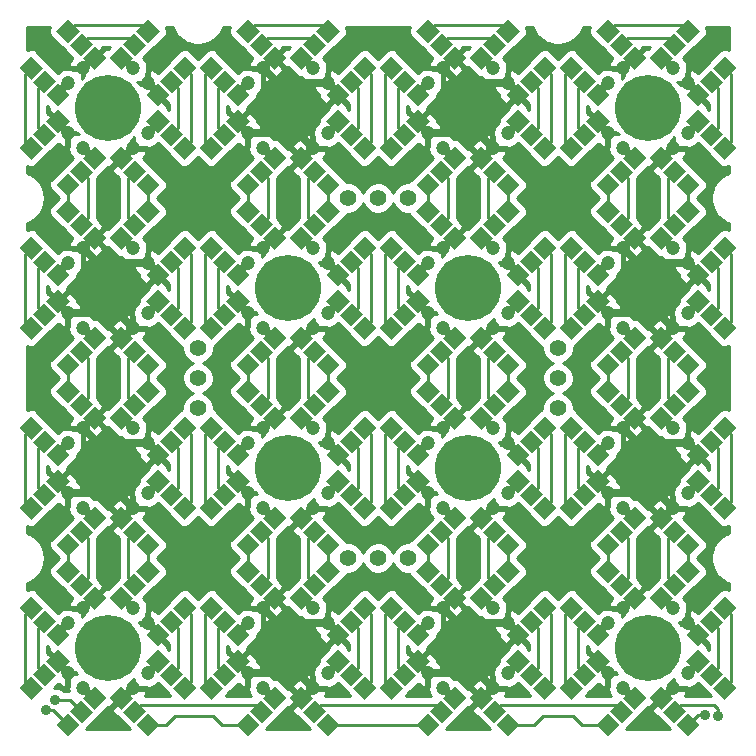
<source format=gtl>
G04 #@! TF.FileFunction,Copper,L1,Top,Signal*
%FSLAX46Y46*%
G04 Gerber Fmt 4.6, Leading zero omitted, Abs format (unit mm)*
G04 Created by KiCad (PCBNEW 4.0.2-4+6225~38~ubuntu15.04.1-stable) date Fri Mar 18 16:27:35 2016*
%MOMM*%
G01*
G04 APERTURE LIST*
%ADD10C,0.254000*%
%ADD11C,1.200000*%
%ADD12C,5.600000*%
%ADD13C,1.397000*%
%ADD14C,0.889000*%
%ADD15C,0.635000*%
%ADD16C,0.250000*%
G04 APERTURE END LIST*
D10*
G36*
X53473045Y11854264D02*
X54462994Y12844213D01*
X55452943Y11854264D01*
X54462994Y10864315D01*
X53473045Y11854264D01*
X53473045Y11854264D01*
G37*
G36*
X56584315Y8742994D02*
X57574264Y9732943D01*
X58564213Y8742994D01*
X57574264Y7753045D01*
X56584315Y8742994D01*
X56584315Y8742994D01*
G37*
G36*
X57751041Y9909720D02*
X58670280Y10828959D01*
X59660229Y9839010D01*
X58740990Y8919771D01*
X57751041Y9909720D01*
X57751041Y9909720D01*
G37*
G36*
X54639771Y13020990D02*
X55559010Y13940229D01*
X56548959Y12950280D01*
X55629720Y12031041D01*
X54639771Y13020990D01*
X54639771Y13020990D01*
G37*
G36*
X55735787Y14117006D02*
X56725736Y15106955D01*
X57715685Y14117006D01*
X56725736Y13127057D01*
X55735787Y14117006D01*
X55735787Y14117006D01*
G37*
G36*
X58847057Y11005736D02*
X59837006Y11995685D01*
X60826955Y11005736D01*
X59837006Y10015787D01*
X58847057Y11005736D01*
X58847057Y11005736D01*
G37*
D11*
X55452944Y11005736D03*
X56725736Y9732944D03*
D10*
G36*
X38233045Y42334264D02*
X39222994Y43324213D01*
X40212943Y42334264D01*
X39222994Y41344315D01*
X38233045Y42334264D01*
X38233045Y42334264D01*
G37*
G36*
X41344315Y39222994D02*
X42334264Y40212943D01*
X43324213Y39222994D01*
X42334264Y38233045D01*
X41344315Y39222994D01*
X41344315Y39222994D01*
G37*
G36*
X42511041Y40389720D02*
X43430280Y41308959D01*
X44420229Y40319010D01*
X43500990Y39399771D01*
X42511041Y40389720D01*
X42511041Y40389720D01*
G37*
G36*
X39399771Y43500990D02*
X40319010Y44420229D01*
X41308959Y43430280D01*
X40389720Y42511041D01*
X39399771Y43500990D01*
X39399771Y43500990D01*
G37*
G36*
X40495787Y44597006D02*
X41485736Y45586955D01*
X42475685Y44597006D01*
X41485736Y43607057D01*
X40495787Y44597006D01*
X40495787Y44597006D01*
G37*
G36*
X43607057Y41485736D02*
X44597006Y42475685D01*
X45586955Y41485736D01*
X44597006Y40495787D01*
X43607057Y41485736D01*
X43607057Y41485736D01*
G37*
D11*
X40212944Y41485736D03*
X41485736Y40212944D03*
D10*
G36*
X57574264Y7486955D02*
X58564213Y6497006D01*
X57574264Y5507057D01*
X56584315Y6497006D01*
X57574264Y7486955D01*
X57574264Y7486955D01*
G37*
G36*
X54462994Y4375685D02*
X55452943Y3385736D01*
X54462994Y2395787D01*
X53473045Y3385736D01*
X54462994Y4375685D01*
X54462994Y4375685D01*
G37*
G36*
X55629720Y3208959D02*
X56548959Y2289720D01*
X55559010Y1299771D01*
X54639771Y2219010D01*
X55629720Y3208959D01*
X55629720Y3208959D01*
G37*
G36*
X58740990Y6320229D02*
X59660229Y5400990D01*
X58670280Y4411041D01*
X57751041Y5330280D01*
X58740990Y6320229D01*
X58740990Y6320229D01*
G37*
G36*
X59837006Y5224213D02*
X60826955Y4234264D01*
X59837006Y3244315D01*
X58847057Y4234264D01*
X59837006Y5224213D01*
X59837006Y5224213D01*
G37*
G36*
X56725736Y2112943D02*
X57715685Y1122994D01*
X56725736Y133045D01*
X55735787Y1122994D01*
X56725736Y2112943D01*
X56725736Y2112943D01*
G37*
D11*
X56725736Y5507056D03*
X55452944Y4234264D03*
D10*
G36*
X53206955Y3385736D02*
X52217006Y2395787D01*
X51227057Y3385736D01*
X52217006Y4375685D01*
X53206955Y3385736D01*
X53206955Y3385736D01*
G37*
G36*
X50095685Y6497006D02*
X49105736Y5507057D01*
X48115787Y6497006D01*
X49105736Y7486955D01*
X50095685Y6497006D01*
X50095685Y6497006D01*
G37*
G36*
X48928959Y5330280D02*
X48009720Y4411041D01*
X47019771Y5400990D01*
X47939010Y6320229D01*
X48928959Y5330280D01*
X48928959Y5330280D01*
G37*
G36*
X52040229Y2219010D02*
X51120990Y1299771D01*
X50131041Y2289720D01*
X51050280Y3208959D01*
X52040229Y2219010D01*
X52040229Y2219010D01*
G37*
G36*
X50944213Y1122994D02*
X49954264Y133045D01*
X48964315Y1122994D01*
X49954264Y2112943D01*
X50944213Y1122994D01*
X50944213Y1122994D01*
G37*
G36*
X47832943Y4234264D02*
X46842994Y3244315D01*
X45853045Y4234264D01*
X46842994Y5224213D01*
X47832943Y4234264D01*
X47832943Y4234264D01*
G37*
D11*
X51227056Y4234264D03*
X49954264Y5507056D03*
D10*
G36*
X42334264Y7486955D02*
X43324213Y6497006D01*
X42334264Y5507057D01*
X41344315Y6497006D01*
X42334264Y7486955D01*
X42334264Y7486955D01*
G37*
G36*
X39222994Y4375685D02*
X40212943Y3385736D01*
X39222994Y2395787D01*
X38233045Y3385736D01*
X39222994Y4375685D01*
X39222994Y4375685D01*
G37*
G36*
X40389720Y3208959D02*
X41308959Y2289720D01*
X40319010Y1299771D01*
X39399771Y2219010D01*
X40389720Y3208959D01*
X40389720Y3208959D01*
G37*
G36*
X43500990Y6320229D02*
X44420229Y5400990D01*
X43430280Y4411041D01*
X42511041Y5330280D01*
X43500990Y6320229D01*
X43500990Y6320229D01*
G37*
G36*
X44597006Y5224213D02*
X45586955Y4234264D01*
X44597006Y3244315D01*
X43607057Y4234264D01*
X44597006Y5224213D01*
X44597006Y5224213D01*
G37*
G36*
X41485736Y2112943D02*
X42475685Y1122994D01*
X41485736Y133045D01*
X40495787Y1122994D01*
X41485736Y2112943D01*
X41485736Y2112943D01*
G37*
D11*
X41485736Y5507056D03*
X40212944Y4234264D03*
D10*
G36*
X37966955Y3385736D02*
X36977006Y2395787D01*
X35987057Y3385736D01*
X36977006Y4375685D01*
X37966955Y3385736D01*
X37966955Y3385736D01*
G37*
G36*
X34855685Y6497006D02*
X33865736Y5507057D01*
X32875787Y6497006D01*
X33865736Y7486955D01*
X34855685Y6497006D01*
X34855685Y6497006D01*
G37*
G36*
X33688959Y5330280D02*
X32769720Y4411041D01*
X31779771Y5400990D01*
X32699010Y6320229D01*
X33688959Y5330280D01*
X33688959Y5330280D01*
G37*
G36*
X36800229Y2219010D02*
X35880990Y1299771D01*
X34891041Y2289720D01*
X35810280Y3208959D01*
X36800229Y2219010D01*
X36800229Y2219010D01*
G37*
G36*
X35704213Y1122994D02*
X34714264Y133045D01*
X33724315Y1122994D01*
X34714264Y2112943D01*
X35704213Y1122994D01*
X35704213Y1122994D01*
G37*
G36*
X32592943Y4234264D02*
X31602994Y3244315D01*
X30613045Y4234264D01*
X31602994Y5224213D01*
X32592943Y4234264D01*
X32592943Y4234264D01*
G37*
D11*
X35987056Y4234264D03*
X34714264Y5507056D03*
D10*
G36*
X27094264Y7486955D02*
X28084213Y6497006D01*
X27094264Y5507057D01*
X26104315Y6497006D01*
X27094264Y7486955D01*
X27094264Y7486955D01*
G37*
G36*
X23982994Y4375685D02*
X24972943Y3385736D01*
X23982994Y2395787D01*
X22993045Y3385736D01*
X23982994Y4375685D01*
X23982994Y4375685D01*
G37*
G36*
X25149720Y3208959D02*
X26068959Y2289720D01*
X25079010Y1299771D01*
X24159771Y2219010D01*
X25149720Y3208959D01*
X25149720Y3208959D01*
G37*
G36*
X28260990Y6320229D02*
X29180229Y5400990D01*
X28190280Y4411041D01*
X27271041Y5330280D01*
X28260990Y6320229D01*
X28260990Y6320229D01*
G37*
G36*
X29357006Y5224213D02*
X30346955Y4234264D01*
X29357006Y3244315D01*
X28367057Y4234264D01*
X29357006Y5224213D01*
X29357006Y5224213D01*
G37*
G36*
X26245736Y2112943D02*
X27235685Y1122994D01*
X26245736Y133045D01*
X25255787Y1122994D01*
X26245736Y2112943D01*
X26245736Y2112943D01*
G37*
D11*
X26245736Y5507056D03*
X24972944Y4234264D03*
D10*
G36*
X22726955Y3385736D02*
X21737006Y2395787D01*
X20747057Y3385736D01*
X21737006Y4375685D01*
X22726955Y3385736D01*
X22726955Y3385736D01*
G37*
G36*
X19615685Y6497006D02*
X18625736Y5507057D01*
X17635787Y6497006D01*
X18625736Y7486955D01*
X19615685Y6497006D01*
X19615685Y6497006D01*
G37*
G36*
X18448959Y5330280D02*
X17529720Y4411041D01*
X16539771Y5400990D01*
X17459010Y6320229D01*
X18448959Y5330280D01*
X18448959Y5330280D01*
G37*
G36*
X21560229Y2219010D02*
X20640990Y1299771D01*
X19651041Y2289720D01*
X20570280Y3208959D01*
X21560229Y2219010D01*
X21560229Y2219010D01*
G37*
G36*
X20464213Y1122994D02*
X19474264Y133045D01*
X18484315Y1122994D01*
X19474264Y2112943D01*
X20464213Y1122994D01*
X20464213Y1122994D01*
G37*
G36*
X17352943Y4234264D02*
X16362994Y3244315D01*
X15373045Y4234264D01*
X16362994Y5224213D01*
X17352943Y4234264D01*
X17352943Y4234264D01*
G37*
D11*
X20747056Y4234264D03*
X19474264Y5507056D03*
D10*
G36*
X11854264Y7486955D02*
X12844213Y6497006D01*
X11854264Y5507057D01*
X10864315Y6497006D01*
X11854264Y7486955D01*
X11854264Y7486955D01*
G37*
G36*
X8742994Y4375685D02*
X9732943Y3385736D01*
X8742994Y2395787D01*
X7753045Y3385736D01*
X8742994Y4375685D01*
X8742994Y4375685D01*
G37*
G36*
X9909720Y3208959D02*
X10828959Y2289720D01*
X9839010Y1299771D01*
X8919771Y2219010D01*
X9909720Y3208959D01*
X9909720Y3208959D01*
G37*
G36*
X13020990Y6320229D02*
X13940229Y5400990D01*
X12950280Y4411041D01*
X12031041Y5330280D01*
X13020990Y6320229D01*
X13020990Y6320229D01*
G37*
G36*
X14117006Y5224213D02*
X15106955Y4234264D01*
X14117006Y3244315D01*
X13127057Y4234264D01*
X14117006Y5224213D01*
X14117006Y5224213D01*
G37*
G36*
X11005736Y2112943D02*
X11995685Y1122994D01*
X11005736Y133045D01*
X10015787Y1122994D01*
X11005736Y2112943D01*
X11005736Y2112943D01*
G37*
D11*
X11005736Y5507056D03*
X9732944Y4234264D03*
D10*
G36*
X7486955Y3385736D02*
X6497006Y2395787D01*
X5507057Y3385736D01*
X6497006Y4375685D01*
X7486955Y3385736D01*
X7486955Y3385736D01*
G37*
G36*
X4375685Y6497006D02*
X3385736Y5507057D01*
X2395787Y6497006D01*
X3385736Y7486955D01*
X4375685Y6497006D01*
X4375685Y6497006D01*
G37*
G36*
X3208959Y5330280D02*
X2289720Y4411041D01*
X1299771Y5400990D01*
X2219010Y6320229D01*
X3208959Y5330280D01*
X3208959Y5330280D01*
G37*
G36*
X6320229Y2219010D02*
X5400990Y1299771D01*
X4411041Y2289720D01*
X5330280Y3208959D01*
X6320229Y2219010D01*
X6320229Y2219010D01*
G37*
G36*
X5224213Y1122994D02*
X4234264Y133045D01*
X3244315Y1122994D01*
X4234264Y2112943D01*
X5224213Y1122994D01*
X5224213Y1122994D01*
G37*
G36*
X2112943Y4234264D02*
X1122994Y3244315D01*
X133045Y4234264D01*
X1122994Y5224213D01*
X2112943Y4234264D01*
X2112943Y4234264D01*
G37*
D11*
X5507056Y4234264D03*
X4234264Y5507056D03*
D10*
G36*
X3385736Y22993045D02*
X2395787Y23982994D01*
X3385736Y24972943D01*
X4375685Y23982994D01*
X3385736Y22993045D01*
X3385736Y22993045D01*
G37*
G36*
X6497006Y26104315D02*
X5507057Y27094264D01*
X6497006Y28084213D01*
X7486955Y27094264D01*
X6497006Y26104315D01*
X6497006Y26104315D01*
G37*
G36*
X5330280Y27271041D02*
X4411041Y28190280D01*
X5400990Y29180229D01*
X6320229Y28260990D01*
X5330280Y27271041D01*
X5330280Y27271041D01*
G37*
G36*
X2219010Y24159771D02*
X1299771Y25079010D01*
X2289720Y26068959D01*
X3208959Y25149720D01*
X2219010Y24159771D01*
X2219010Y24159771D01*
G37*
G36*
X1122994Y25255787D02*
X133045Y26245736D01*
X1122994Y27235685D01*
X2112943Y26245736D01*
X1122994Y25255787D01*
X1122994Y25255787D01*
G37*
G36*
X4234264Y28367057D02*
X3244315Y29357006D01*
X4234264Y30346955D01*
X5224213Y29357006D01*
X4234264Y28367057D01*
X4234264Y28367057D01*
G37*
D11*
X4234264Y24972944D03*
X5507056Y26245736D03*
D10*
G36*
X3385736Y7753045D02*
X2395787Y8742994D01*
X3385736Y9732943D01*
X4375685Y8742994D01*
X3385736Y7753045D01*
X3385736Y7753045D01*
G37*
G36*
X6497006Y10864315D02*
X5507057Y11854264D01*
X6497006Y12844213D01*
X7486955Y11854264D01*
X6497006Y10864315D01*
X6497006Y10864315D01*
G37*
G36*
X5330280Y12031041D02*
X4411041Y12950280D01*
X5400990Y13940229D01*
X6320229Y13020990D01*
X5330280Y12031041D01*
X5330280Y12031041D01*
G37*
G36*
X2219010Y8919771D02*
X1299771Y9839010D01*
X2289720Y10828959D01*
X3208959Y9909720D01*
X2219010Y8919771D01*
X2219010Y8919771D01*
G37*
G36*
X1122994Y10015787D02*
X133045Y11005736D01*
X1122994Y11995685D01*
X2112943Y11005736D01*
X1122994Y10015787D01*
X1122994Y10015787D01*
G37*
G36*
X4234264Y13127057D02*
X3244315Y14117006D01*
X4234264Y15106955D01*
X5224213Y14117006D01*
X4234264Y13127057D01*
X4234264Y13127057D01*
G37*
D11*
X4234264Y9732944D03*
X5507056Y11005736D03*
D10*
G36*
X7486955Y18625736D02*
X6497006Y17635787D01*
X5507057Y18625736D01*
X6497006Y19615685D01*
X7486955Y18625736D01*
X7486955Y18625736D01*
G37*
G36*
X4375685Y21737006D02*
X3385736Y20747057D01*
X2395787Y21737006D01*
X3385736Y22726955D01*
X4375685Y21737006D01*
X4375685Y21737006D01*
G37*
G36*
X3208959Y20570280D02*
X2289720Y19651041D01*
X1299771Y20640990D01*
X2219010Y21560229D01*
X3208959Y20570280D01*
X3208959Y20570280D01*
G37*
G36*
X6320229Y17459010D02*
X5400990Y16539771D01*
X4411041Y17529720D01*
X5330280Y18448959D01*
X6320229Y17459010D01*
X6320229Y17459010D01*
G37*
G36*
X5224213Y16362994D02*
X4234264Y15373045D01*
X3244315Y16362994D01*
X4234264Y17352943D01*
X5224213Y16362994D01*
X5224213Y16362994D01*
G37*
G36*
X2112943Y19474264D02*
X1122994Y18484315D01*
X133045Y19474264D01*
X1122994Y20464213D01*
X2112943Y19474264D01*
X2112943Y19474264D01*
G37*
D11*
X5507056Y19474264D03*
X4234264Y20747056D03*
D10*
G36*
X7486955Y49105736D02*
X6497006Y48115787D01*
X5507057Y49105736D01*
X6497006Y50095685D01*
X7486955Y49105736D01*
X7486955Y49105736D01*
G37*
G36*
X4375685Y52217006D02*
X3385736Y51227057D01*
X2395787Y52217006D01*
X3385736Y53206955D01*
X4375685Y52217006D01*
X4375685Y52217006D01*
G37*
G36*
X3208959Y51050280D02*
X2289720Y50131041D01*
X1299771Y51120990D01*
X2219010Y52040229D01*
X3208959Y51050280D01*
X3208959Y51050280D01*
G37*
G36*
X6320229Y47939010D02*
X5400990Y47019771D01*
X4411041Y48009720D01*
X5330280Y48928959D01*
X6320229Y47939010D01*
X6320229Y47939010D01*
G37*
G36*
X5224213Y46842994D02*
X4234264Y45853045D01*
X3244315Y46842994D01*
X4234264Y47832943D01*
X5224213Y46842994D01*
X5224213Y46842994D01*
G37*
G36*
X2112943Y49954264D02*
X1122994Y48964315D01*
X133045Y49954264D01*
X1122994Y50944213D01*
X2112943Y49954264D01*
X2112943Y49954264D01*
G37*
D11*
X5507056Y49954264D03*
X4234264Y51227056D03*
D10*
G36*
X3385736Y53473045D02*
X2395787Y54462994D01*
X3385736Y55452943D01*
X4375685Y54462994D01*
X3385736Y53473045D01*
X3385736Y53473045D01*
G37*
G36*
X6497006Y56584315D02*
X5507057Y57574264D01*
X6497006Y58564213D01*
X7486955Y57574264D01*
X6497006Y56584315D01*
X6497006Y56584315D01*
G37*
G36*
X5330280Y57751041D02*
X4411041Y58670280D01*
X5400990Y59660229D01*
X6320229Y58740990D01*
X5330280Y57751041D01*
X5330280Y57751041D01*
G37*
G36*
X2219010Y54639771D02*
X1299771Y55559010D01*
X2289720Y56548959D01*
X3208959Y55629720D01*
X2219010Y54639771D01*
X2219010Y54639771D01*
G37*
G36*
X1122994Y55735787D02*
X133045Y56725736D01*
X1122994Y57715685D01*
X2112943Y56725736D01*
X1122994Y55735787D01*
X1122994Y55735787D01*
G37*
G36*
X4234264Y58847057D02*
X3244315Y59837006D01*
X4234264Y60826955D01*
X5224213Y59837006D01*
X4234264Y58847057D01*
X4234264Y58847057D01*
G37*
D11*
X4234264Y55452944D03*
X5507056Y56725736D03*
D10*
G36*
X7753045Y57574264D02*
X8742994Y58564213D01*
X9732943Y57574264D01*
X8742994Y56584315D01*
X7753045Y57574264D01*
X7753045Y57574264D01*
G37*
G36*
X10864315Y54462994D02*
X11854264Y55452943D01*
X12844213Y54462994D01*
X11854264Y53473045D01*
X10864315Y54462994D01*
X10864315Y54462994D01*
G37*
G36*
X12031041Y55629720D02*
X12950280Y56548959D01*
X13940229Y55559010D01*
X13020990Y54639771D01*
X12031041Y55629720D01*
X12031041Y55629720D01*
G37*
G36*
X8919771Y58740990D02*
X9839010Y59660229D01*
X10828959Y58670280D01*
X9909720Y57751041D01*
X8919771Y58740990D01*
X8919771Y58740990D01*
G37*
G36*
X10015787Y59837006D02*
X11005736Y60826955D01*
X11995685Y59837006D01*
X11005736Y58847057D01*
X10015787Y59837006D01*
X10015787Y59837006D01*
G37*
G36*
X13127057Y56725736D02*
X14117006Y57715685D01*
X15106955Y56725736D01*
X14117006Y55735787D01*
X13127057Y56725736D01*
X13127057Y56725736D01*
G37*
D11*
X9732944Y56725736D03*
X11005736Y55452944D03*
D10*
G36*
X11854264Y53206955D02*
X12844213Y52217006D01*
X11854264Y51227057D01*
X10864315Y52217006D01*
X11854264Y53206955D01*
X11854264Y53206955D01*
G37*
G36*
X8742994Y50095685D02*
X9732943Y49105736D01*
X8742994Y48115787D01*
X7753045Y49105736D01*
X8742994Y50095685D01*
X8742994Y50095685D01*
G37*
G36*
X9909720Y48928959D02*
X10828959Y48009720D01*
X9839010Y47019771D01*
X8919771Y47939010D01*
X9909720Y48928959D01*
X9909720Y48928959D01*
G37*
G36*
X13020990Y52040229D02*
X13940229Y51120990D01*
X12950280Y50131041D01*
X12031041Y51050280D01*
X13020990Y52040229D01*
X13020990Y52040229D01*
G37*
G36*
X14117006Y50944213D02*
X15106955Y49954264D01*
X14117006Y48964315D01*
X13127057Y49954264D01*
X14117006Y50944213D01*
X14117006Y50944213D01*
G37*
G36*
X11005736Y47832943D02*
X11995685Y46842994D01*
X11005736Y45853045D01*
X10015787Y46842994D01*
X11005736Y47832943D01*
X11005736Y47832943D01*
G37*
D11*
X11005736Y51227056D03*
X9732944Y49954264D03*
D10*
G36*
X7753045Y27094264D02*
X8742994Y28084213D01*
X9732943Y27094264D01*
X8742994Y26104315D01*
X7753045Y27094264D01*
X7753045Y27094264D01*
G37*
G36*
X10864315Y23982994D02*
X11854264Y24972943D01*
X12844213Y23982994D01*
X11854264Y22993045D01*
X10864315Y23982994D01*
X10864315Y23982994D01*
G37*
G36*
X12031041Y25149720D02*
X12950280Y26068959D01*
X13940229Y25079010D01*
X13020990Y24159771D01*
X12031041Y25149720D01*
X12031041Y25149720D01*
G37*
G36*
X8919771Y28260990D02*
X9839010Y29180229D01*
X10828959Y28190280D01*
X9909720Y27271041D01*
X8919771Y28260990D01*
X8919771Y28260990D01*
G37*
G36*
X10015787Y29357006D02*
X11005736Y30346955D01*
X11995685Y29357006D01*
X11005736Y28367057D01*
X10015787Y29357006D01*
X10015787Y29357006D01*
G37*
G36*
X13127057Y26245736D02*
X14117006Y27235685D01*
X15106955Y26245736D01*
X14117006Y25255787D01*
X13127057Y26245736D01*
X13127057Y26245736D01*
G37*
D11*
X9732944Y26245736D03*
X11005736Y24972944D03*
D10*
G36*
X11854264Y22726955D02*
X12844213Y21737006D01*
X11854264Y20747057D01*
X10864315Y21737006D01*
X11854264Y22726955D01*
X11854264Y22726955D01*
G37*
G36*
X8742994Y19615685D02*
X9732943Y18625736D01*
X8742994Y17635787D01*
X7753045Y18625736D01*
X8742994Y19615685D01*
X8742994Y19615685D01*
G37*
G36*
X9909720Y18448959D02*
X10828959Y17529720D01*
X9839010Y16539771D01*
X8919771Y17459010D01*
X9909720Y18448959D01*
X9909720Y18448959D01*
G37*
G36*
X13020990Y21560229D02*
X13940229Y20640990D01*
X12950280Y19651041D01*
X12031041Y20570280D01*
X13020990Y21560229D01*
X13020990Y21560229D01*
G37*
G36*
X14117006Y20464213D02*
X15106955Y19474264D01*
X14117006Y18484315D01*
X13127057Y19474264D01*
X14117006Y20464213D01*
X14117006Y20464213D01*
G37*
G36*
X11005736Y17352943D02*
X11995685Y16362994D01*
X11005736Y15373045D01*
X10015787Y16362994D01*
X11005736Y17352943D01*
X11005736Y17352943D01*
G37*
D11*
X11005736Y20747056D03*
X9732944Y19474264D03*
D10*
G36*
X7753045Y11854264D02*
X8742994Y12844213D01*
X9732943Y11854264D01*
X8742994Y10864315D01*
X7753045Y11854264D01*
X7753045Y11854264D01*
G37*
G36*
X10864315Y8742994D02*
X11854264Y9732943D01*
X12844213Y8742994D01*
X11854264Y7753045D01*
X10864315Y8742994D01*
X10864315Y8742994D01*
G37*
G36*
X12031041Y9909720D02*
X12950280Y10828959D01*
X13940229Y9839010D01*
X13020990Y8919771D01*
X12031041Y9909720D01*
X12031041Y9909720D01*
G37*
G36*
X8919771Y13020990D02*
X9839010Y13940229D01*
X10828959Y12950280D01*
X9909720Y12031041D01*
X8919771Y13020990D01*
X8919771Y13020990D01*
G37*
G36*
X10015787Y14117006D02*
X11005736Y15106955D01*
X11995685Y14117006D01*
X11005736Y13127057D01*
X10015787Y14117006D01*
X10015787Y14117006D01*
G37*
G36*
X13127057Y11005736D02*
X14117006Y11995685D01*
X15106955Y11005736D01*
X14117006Y10015787D01*
X13127057Y11005736D01*
X13127057Y11005736D01*
G37*
D11*
X9732944Y11005736D03*
X11005736Y9732944D03*
D10*
G36*
X18625736Y7753045D02*
X17635787Y8742994D01*
X18625736Y9732943D01*
X19615685Y8742994D01*
X18625736Y7753045D01*
X18625736Y7753045D01*
G37*
G36*
X21737006Y10864315D02*
X20747057Y11854264D01*
X21737006Y12844213D01*
X22726955Y11854264D01*
X21737006Y10864315D01*
X21737006Y10864315D01*
G37*
G36*
X20570280Y12031041D02*
X19651041Y12950280D01*
X20640990Y13940229D01*
X21560229Y13020990D01*
X20570280Y12031041D01*
X20570280Y12031041D01*
G37*
G36*
X17459010Y8919771D02*
X16539771Y9839010D01*
X17529720Y10828959D01*
X18448959Y9909720D01*
X17459010Y8919771D01*
X17459010Y8919771D01*
G37*
G36*
X16362994Y10015787D02*
X15373045Y11005736D01*
X16362994Y11995685D01*
X17352943Y11005736D01*
X16362994Y10015787D01*
X16362994Y10015787D01*
G37*
G36*
X19474264Y13127057D02*
X18484315Y14117006D01*
X19474264Y15106955D01*
X20464213Y14117006D01*
X19474264Y13127057D01*
X19474264Y13127057D01*
G37*
D11*
X19474264Y9732944D03*
X20747056Y11005736D03*
D10*
G36*
X18625736Y22993045D02*
X17635787Y23982994D01*
X18625736Y24972943D01*
X19615685Y23982994D01*
X18625736Y22993045D01*
X18625736Y22993045D01*
G37*
G36*
X21737006Y26104315D02*
X20747057Y27094264D01*
X21737006Y28084213D01*
X22726955Y27094264D01*
X21737006Y26104315D01*
X21737006Y26104315D01*
G37*
G36*
X20570280Y27271041D02*
X19651041Y28190280D01*
X20640990Y29180229D01*
X21560229Y28260990D01*
X20570280Y27271041D01*
X20570280Y27271041D01*
G37*
G36*
X17459010Y24159771D02*
X16539771Y25079010D01*
X17529720Y26068959D01*
X18448959Y25149720D01*
X17459010Y24159771D01*
X17459010Y24159771D01*
G37*
G36*
X16362994Y25255787D02*
X15373045Y26245736D01*
X16362994Y27235685D01*
X17352943Y26245736D01*
X16362994Y25255787D01*
X16362994Y25255787D01*
G37*
G36*
X19474264Y28367057D02*
X18484315Y29357006D01*
X19474264Y30346955D01*
X20464213Y29357006D01*
X19474264Y28367057D01*
X19474264Y28367057D01*
G37*
D11*
X19474264Y24972944D03*
X20747056Y26245736D03*
D10*
G36*
X22726955Y33865736D02*
X21737006Y32875787D01*
X20747057Y33865736D01*
X21737006Y34855685D01*
X22726955Y33865736D01*
X22726955Y33865736D01*
G37*
G36*
X19615685Y36977006D02*
X18625736Y35987057D01*
X17635787Y36977006D01*
X18625736Y37966955D01*
X19615685Y36977006D01*
X19615685Y36977006D01*
G37*
G36*
X18448959Y35810280D02*
X17529720Y34891041D01*
X16539771Y35880990D01*
X17459010Y36800229D01*
X18448959Y35810280D01*
X18448959Y35810280D01*
G37*
G36*
X21560229Y32699010D02*
X20640990Y31779771D01*
X19651041Y32769720D01*
X20570280Y33688959D01*
X21560229Y32699010D01*
X21560229Y32699010D01*
G37*
G36*
X20464213Y31602994D02*
X19474264Y30613045D01*
X18484315Y31602994D01*
X19474264Y32592943D01*
X20464213Y31602994D01*
X20464213Y31602994D01*
G37*
G36*
X17352943Y34714264D02*
X16362994Y33724315D01*
X15373045Y34714264D01*
X16362994Y35704213D01*
X17352943Y34714264D01*
X17352943Y34714264D01*
G37*
D11*
X20747056Y34714264D03*
X19474264Y35987056D03*
D10*
G36*
X18625736Y38233045D02*
X17635787Y39222994D01*
X18625736Y40212943D01*
X19615685Y39222994D01*
X18625736Y38233045D01*
X18625736Y38233045D01*
G37*
G36*
X21737006Y41344315D02*
X20747057Y42334264D01*
X21737006Y43324213D01*
X22726955Y42334264D01*
X21737006Y41344315D01*
X21737006Y41344315D01*
G37*
G36*
X20570280Y42511041D02*
X19651041Y43430280D01*
X20640990Y44420229D01*
X21560229Y43500990D01*
X20570280Y42511041D01*
X20570280Y42511041D01*
G37*
G36*
X17459010Y39399771D02*
X16539771Y40319010D01*
X17529720Y41308959D01*
X18448959Y40389720D01*
X17459010Y39399771D01*
X17459010Y39399771D01*
G37*
G36*
X16362994Y40495787D02*
X15373045Y41485736D01*
X16362994Y42475685D01*
X17352943Y41485736D01*
X16362994Y40495787D01*
X16362994Y40495787D01*
G37*
G36*
X19474264Y43607057D02*
X18484315Y44597006D01*
X19474264Y45586955D01*
X20464213Y44597006D01*
X19474264Y43607057D01*
X19474264Y43607057D01*
G37*
D11*
X19474264Y40212944D03*
X20747056Y41485736D03*
D10*
G36*
X18625736Y53473045D02*
X17635787Y54462994D01*
X18625736Y55452943D01*
X19615685Y54462994D01*
X18625736Y53473045D01*
X18625736Y53473045D01*
G37*
G36*
X21737006Y56584315D02*
X20747057Y57574264D01*
X21737006Y58564213D01*
X22726955Y57574264D01*
X21737006Y56584315D01*
X21737006Y56584315D01*
G37*
G36*
X20570280Y57751041D02*
X19651041Y58670280D01*
X20640990Y59660229D01*
X21560229Y58740990D01*
X20570280Y57751041D01*
X20570280Y57751041D01*
G37*
G36*
X17459010Y54639771D02*
X16539771Y55559010D01*
X17529720Y56548959D01*
X18448959Y55629720D01*
X17459010Y54639771D01*
X17459010Y54639771D01*
G37*
G36*
X16362994Y55735787D02*
X15373045Y56725736D01*
X16362994Y57715685D01*
X17352943Y56725736D01*
X16362994Y55735787D01*
X16362994Y55735787D01*
G37*
G36*
X19474264Y58847057D02*
X18484315Y59837006D01*
X19474264Y60826955D01*
X20464213Y59837006D01*
X19474264Y58847057D01*
X19474264Y58847057D01*
G37*
D11*
X19474264Y55452944D03*
X20747056Y56725736D03*
D10*
G36*
X22993045Y57574264D02*
X23982994Y58564213D01*
X24972943Y57574264D01*
X23982994Y56584315D01*
X22993045Y57574264D01*
X22993045Y57574264D01*
G37*
G36*
X26104315Y54462994D02*
X27094264Y55452943D01*
X28084213Y54462994D01*
X27094264Y53473045D01*
X26104315Y54462994D01*
X26104315Y54462994D01*
G37*
G36*
X27271041Y55629720D02*
X28190280Y56548959D01*
X29180229Y55559010D01*
X28260990Y54639771D01*
X27271041Y55629720D01*
X27271041Y55629720D01*
G37*
G36*
X24159771Y58740990D02*
X25079010Y59660229D01*
X26068959Y58670280D01*
X25149720Y57751041D01*
X24159771Y58740990D01*
X24159771Y58740990D01*
G37*
G36*
X25255787Y59837006D02*
X26245736Y60826955D01*
X27235685Y59837006D01*
X26245736Y58847057D01*
X25255787Y59837006D01*
X25255787Y59837006D01*
G37*
G36*
X28367057Y56725736D02*
X29357006Y57715685D01*
X30346955Y56725736D01*
X29357006Y55735787D01*
X28367057Y56725736D01*
X28367057Y56725736D01*
G37*
D11*
X24972944Y56725736D03*
X26245736Y55452944D03*
D10*
G36*
X27094264Y53206955D02*
X28084213Y52217006D01*
X27094264Y51227057D01*
X26104315Y52217006D01*
X27094264Y53206955D01*
X27094264Y53206955D01*
G37*
G36*
X23982994Y50095685D02*
X24972943Y49105736D01*
X23982994Y48115787D01*
X22993045Y49105736D01*
X23982994Y50095685D01*
X23982994Y50095685D01*
G37*
G36*
X25149720Y48928959D02*
X26068959Y48009720D01*
X25079010Y47019771D01*
X24159771Y47939010D01*
X25149720Y48928959D01*
X25149720Y48928959D01*
G37*
G36*
X28260990Y52040229D02*
X29180229Y51120990D01*
X28190280Y50131041D01*
X27271041Y51050280D01*
X28260990Y52040229D01*
X28260990Y52040229D01*
G37*
G36*
X29357006Y50944213D02*
X30346955Y49954264D01*
X29357006Y48964315D01*
X28367057Y49954264D01*
X29357006Y50944213D01*
X29357006Y50944213D01*
G37*
G36*
X26245736Y47832943D02*
X27235685Y46842994D01*
X26245736Y45853045D01*
X25255787Y46842994D01*
X26245736Y47832943D01*
X26245736Y47832943D01*
G37*
D11*
X26245736Y51227056D03*
X24972944Y49954264D03*
D10*
G36*
X22993045Y42334264D02*
X23982994Y43324213D01*
X24972943Y42334264D01*
X23982994Y41344315D01*
X22993045Y42334264D01*
X22993045Y42334264D01*
G37*
G36*
X26104315Y39222994D02*
X27094264Y40212943D01*
X28084213Y39222994D01*
X27094264Y38233045D01*
X26104315Y39222994D01*
X26104315Y39222994D01*
G37*
G36*
X27271041Y40389720D02*
X28190280Y41308959D01*
X29180229Y40319010D01*
X28260990Y39399771D01*
X27271041Y40389720D01*
X27271041Y40389720D01*
G37*
G36*
X24159771Y43500990D02*
X25079010Y44420229D01*
X26068959Y43430280D01*
X25149720Y42511041D01*
X24159771Y43500990D01*
X24159771Y43500990D01*
G37*
G36*
X25255787Y44597006D02*
X26245736Y45586955D01*
X27235685Y44597006D01*
X26245736Y43607057D01*
X25255787Y44597006D01*
X25255787Y44597006D01*
G37*
G36*
X28367057Y41485736D02*
X29357006Y42475685D01*
X30346955Y41485736D01*
X29357006Y40495787D01*
X28367057Y41485736D01*
X28367057Y41485736D01*
G37*
D11*
X24972944Y41485736D03*
X26245736Y40212944D03*
D10*
G36*
X27094264Y37966955D02*
X28084213Y36977006D01*
X27094264Y35987057D01*
X26104315Y36977006D01*
X27094264Y37966955D01*
X27094264Y37966955D01*
G37*
G36*
X23982994Y34855685D02*
X24972943Y33865736D01*
X23982994Y32875787D01*
X22993045Y33865736D01*
X23982994Y34855685D01*
X23982994Y34855685D01*
G37*
G36*
X25149720Y33688959D02*
X26068959Y32769720D01*
X25079010Y31779771D01*
X24159771Y32699010D01*
X25149720Y33688959D01*
X25149720Y33688959D01*
G37*
G36*
X28260990Y36800229D02*
X29180229Y35880990D01*
X28190280Y34891041D01*
X27271041Y35810280D01*
X28260990Y36800229D01*
X28260990Y36800229D01*
G37*
G36*
X29357006Y35704213D02*
X30346955Y34714264D01*
X29357006Y33724315D01*
X28367057Y34714264D01*
X29357006Y35704213D01*
X29357006Y35704213D01*
G37*
G36*
X26245736Y32592943D02*
X27235685Y31602994D01*
X26245736Y30613045D01*
X25255787Y31602994D01*
X26245736Y32592943D01*
X26245736Y32592943D01*
G37*
D11*
X26245736Y35987056D03*
X24972944Y34714264D03*
D10*
G36*
X22993045Y27094264D02*
X23982994Y28084213D01*
X24972943Y27094264D01*
X23982994Y26104315D01*
X22993045Y27094264D01*
X22993045Y27094264D01*
G37*
G36*
X26104315Y23982994D02*
X27094264Y24972943D01*
X28084213Y23982994D01*
X27094264Y22993045D01*
X26104315Y23982994D01*
X26104315Y23982994D01*
G37*
G36*
X27271041Y25149720D02*
X28190280Y26068959D01*
X29180229Y25079010D01*
X28260990Y24159771D01*
X27271041Y25149720D01*
X27271041Y25149720D01*
G37*
G36*
X24159771Y28260990D02*
X25079010Y29180229D01*
X26068959Y28190280D01*
X25149720Y27271041D01*
X24159771Y28260990D01*
X24159771Y28260990D01*
G37*
G36*
X25255787Y29357006D02*
X26245736Y30346955D01*
X27235685Y29357006D01*
X26245736Y28367057D01*
X25255787Y29357006D01*
X25255787Y29357006D01*
G37*
G36*
X28367057Y26245736D02*
X29357006Y27235685D01*
X30346955Y26245736D01*
X29357006Y25255787D01*
X28367057Y26245736D01*
X28367057Y26245736D01*
G37*
D11*
X24972944Y26245736D03*
X26245736Y24972944D03*
D10*
G36*
X27094264Y22726955D02*
X28084213Y21737006D01*
X27094264Y20747057D01*
X26104315Y21737006D01*
X27094264Y22726955D01*
X27094264Y22726955D01*
G37*
G36*
X23982994Y19615685D02*
X24972943Y18625736D01*
X23982994Y17635787D01*
X22993045Y18625736D01*
X23982994Y19615685D01*
X23982994Y19615685D01*
G37*
G36*
X25149720Y18448959D02*
X26068959Y17529720D01*
X25079010Y16539771D01*
X24159771Y17459010D01*
X25149720Y18448959D01*
X25149720Y18448959D01*
G37*
G36*
X28260990Y21560229D02*
X29180229Y20640990D01*
X28190280Y19651041D01*
X27271041Y20570280D01*
X28260990Y21560229D01*
X28260990Y21560229D01*
G37*
G36*
X29357006Y20464213D02*
X30346955Y19474264D01*
X29357006Y18484315D01*
X28367057Y19474264D01*
X29357006Y20464213D01*
X29357006Y20464213D01*
G37*
G36*
X26245736Y17352943D02*
X27235685Y16362994D01*
X26245736Y15373045D01*
X25255787Y16362994D01*
X26245736Y17352943D01*
X26245736Y17352943D01*
G37*
D11*
X26245736Y20747056D03*
X24972944Y19474264D03*
D10*
G36*
X22993045Y11854264D02*
X23982994Y12844213D01*
X24972943Y11854264D01*
X23982994Y10864315D01*
X22993045Y11854264D01*
X22993045Y11854264D01*
G37*
G36*
X26104315Y8742994D02*
X27094264Y9732943D01*
X28084213Y8742994D01*
X27094264Y7753045D01*
X26104315Y8742994D01*
X26104315Y8742994D01*
G37*
G36*
X27271041Y9909720D02*
X28190280Y10828959D01*
X29180229Y9839010D01*
X28260990Y8919771D01*
X27271041Y9909720D01*
X27271041Y9909720D01*
G37*
G36*
X24159771Y13020990D02*
X25079010Y13940229D01*
X26068959Y12950280D01*
X25149720Y12031041D01*
X24159771Y13020990D01*
X24159771Y13020990D01*
G37*
G36*
X25255787Y14117006D02*
X26245736Y15106955D01*
X27235685Y14117006D01*
X26245736Y13127057D01*
X25255787Y14117006D01*
X25255787Y14117006D01*
G37*
G36*
X28367057Y11005736D02*
X29357006Y11995685D01*
X30346955Y11005736D01*
X29357006Y10015787D01*
X28367057Y11005736D01*
X28367057Y11005736D01*
G37*
D11*
X24972944Y11005736D03*
X26245736Y9732944D03*
D10*
G36*
X33865736Y7753045D02*
X32875787Y8742994D01*
X33865736Y9732943D01*
X34855685Y8742994D01*
X33865736Y7753045D01*
X33865736Y7753045D01*
G37*
G36*
X36977006Y10864315D02*
X35987057Y11854264D01*
X36977006Y12844213D01*
X37966955Y11854264D01*
X36977006Y10864315D01*
X36977006Y10864315D01*
G37*
G36*
X35810280Y12031041D02*
X34891041Y12950280D01*
X35880990Y13940229D01*
X36800229Y13020990D01*
X35810280Y12031041D01*
X35810280Y12031041D01*
G37*
G36*
X32699010Y8919771D02*
X31779771Y9839010D01*
X32769720Y10828959D01*
X33688959Y9909720D01*
X32699010Y8919771D01*
X32699010Y8919771D01*
G37*
G36*
X31602994Y10015787D02*
X30613045Y11005736D01*
X31602994Y11995685D01*
X32592943Y11005736D01*
X31602994Y10015787D01*
X31602994Y10015787D01*
G37*
G36*
X34714264Y13127057D02*
X33724315Y14117006D01*
X34714264Y15106955D01*
X35704213Y14117006D01*
X34714264Y13127057D01*
X34714264Y13127057D01*
G37*
D11*
X34714264Y9732944D03*
X35987056Y11005736D03*
D10*
G36*
X37966955Y18625736D02*
X36977006Y17635787D01*
X35987057Y18625736D01*
X36977006Y19615685D01*
X37966955Y18625736D01*
X37966955Y18625736D01*
G37*
G36*
X34855685Y21737006D02*
X33865736Y20747057D01*
X32875787Y21737006D01*
X33865736Y22726955D01*
X34855685Y21737006D01*
X34855685Y21737006D01*
G37*
G36*
X33688959Y20570280D02*
X32769720Y19651041D01*
X31779771Y20640990D01*
X32699010Y21560229D01*
X33688959Y20570280D01*
X33688959Y20570280D01*
G37*
G36*
X36800229Y17459010D02*
X35880990Y16539771D01*
X34891041Y17529720D01*
X35810280Y18448959D01*
X36800229Y17459010D01*
X36800229Y17459010D01*
G37*
G36*
X35704213Y16362994D02*
X34714264Y15373045D01*
X33724315Y16362994D01*
X34714264Y17352943D01*
X35704213Y16362994D01*
X35704213Y16362994D01*
G37*
G36*
X32592943Y19474264D02*
X31602994Y18484315D01*
X30613045Y19474264D01*
X31602994Y20464213D01*
X32592943Y19474264D01*
X32592943Y19474264D01*
G37*
D11*
X35987056Y19474264D03*
X34714264Y20747056D03*
D10*
G36*
X33865736Y22993045D02*
X32875787Y23982994D01*
X33865736Y24972943D01*
X34855685Y23982994D01*
X33865736Y22993045D01*
X33865736Y22993045D01*
G37*
G36*
X36977006Y26104315D02*
X35987057Y27094264D01*
X36977006Y28084213D01*
X37966955Y27094264D01*
X36977006Y26104315D01*
X36977006Y26104315D01*
G37*
G36*
X35810280Y27271041D02*
X34891041Y28190280D01*
X35880990Y29180229D01*
X36800229Y28260990D01*
X35810280Y27271041D01*
X35810280Y27271041D01*
G37*
G36*
X32699010Y24159771D02*
X31779771Y25079010D01*
X32769720Y26068959D01*
X33688959Y25149720D01*
X32699010Y24159771D01*
X32699010Y24159771D01*
G37*
G36*
X31602994Y25255787D02*
X30613045Y26245736D01*
X31602994Y27235685D01*
X32592943Y26245736D01*
X31602994Y25255787D01*
X31602994Y25255787D01*
G37*
G36*
X34714264Y28367057D02*
X33724315Y29357006D01*
X34714264Y30346955D01*
X35704213Y29357006D01*
X34714264Y28367057D01*
X34714264Y28367057D01*
G37*
D11*
X34714264Y24972944D03*
X35987056Y26245736D03*
D10*
G36*
X37966955Y33865736D02*
X36977006Y32875787D01*
X35987057Y33865736D01*
X36977006Y34855685D01*
X37966955Y33865736D01*
X37966955Y33865736D01*
G37*
G36*
X34855685Y36977006D02*
X33865736Y35987057D01*
X32875787Y36977006D01*
X33865736Y37966955D01*
X34855685Y36977006D01*
X34855685Y36977006D01*
G37*
G36*
X33688959Y35810280D02*
X32769720Y34891041D01*
X31779771Y35880990D01*
X32699010Y36800229D01*
X33688959Y35810280D01*
X33688959Y35810280D01*
G37*
G36*
X36800229Y32699010D02*
X35880990Y31779771D01*
X34891041Y32769720D01*
X35810280Y33688959D01*
X36800229Y32699010D01*
X36800229Y32699010D01*
G37*
G36*
X35704213Y31602994D02*
X34714264Y30613045D01*
X33724315Y31602994D01*
X34714264Y32592943D01*
X35704213Y31602994D01*
X35704213Y31602994D01*
G37*
G36*
X32592943Y34714264D02*
X31602994Y33724315D01*
X30613045Y34714264D01*
X31602994Y35704213D01*
X32592943Y34714264D01*
X32592943Y34714264D01*
G37*
D11*
X35987056Y34714264D03*
X34714264Y35987056D03*
D10*
G36*
X37966955Y49105736D02*
X36977006Y48115787D01*
X35987057Y49105736D01*
X36977006Y50095685D01*
X37966955Y49105736D01*
X37966955Y49105736D01*
G37*
G36*
X34855685Y52217006D02*
X33865736Y51227057D01*
X32875787Y52217006D01*
X33865736Y53206955D01*
X34855685Y52217006D01*
X34855685Y52217006D01*
G37*
G36*
X33688959Y51050280D02*
X32769720Y50131041D01*
X31779771Y51120990D01*
X32699010Y52040229D01*
X33688959Y51050280D01*
X33688959Y51050280D01*
G37*
G36*
X36800229Y47939010D02*
X35880990Y47019771D01*
X34891041Y48009720D01*
X35810280Y48928959D01*
X36800229Y47939010D01*
X36800229Y47939010D01*
G37*
G36*
X35704213Y46842994D02*
X34714264Y45853045D01*
X33724315Y46842994D01*
X34714264Y47832943D01*
X35704213Y46842994D01*
X35704213Y46842994D01*
G37*
G36*
X32592943Y49954264D02*
X31602994Y48964315D01*
X30613045Y49954264D01*
X31602994Y50944213D01*
X32592943Y49954264D01*
X32592943Y49954264D01*
G37*
D11*
X35987056Y49954264D03*
X34714264Y51227056D03*
D10*
G36*
X33865736Y53473045D02*
X32875787Y54462994D01*
X33865736Y55452943D01*
X34855685Y54462994D01*
X33865736Y53473045D01*
X33865736Y53473045D01*
G37*
G36*
X36977006Y56584315D02*
X35987057Y57574264D01*
X36977006Y58564213D01*
X37966955Y57574264D01*
X36977006Y56584315D01*
X36977006Y56584315D01*
G37*
G36*
X35810280Y57751041D02*
X34891041Y58670280D01*
X35880990Y59660229D01*
X36800229Y58740990D01*
X35810280Y57751041D01*
X35810280Y57751041D01*
G37*
G36*
X32699010Y54639771D02*
X31779771Y55559010D01*
X32769720Y56548959D01*
X33688959Y55629720D01*
X32699010Y54639771D01*
X32699010Y54639771D01*
G37*
G36*
X31602994Y55735787D02*
X30613045Y56725736D01*
X31602994Y57715685D01*
X32592943Y56725736D01*
X31602994Y55735787D01*
X31602994Y55735787D01*
G37*
G36*
X34714264Y58847057D02*
X33724315Y59837006D01*
X34714264Y60826955D01*
X35704213Y59837006D01*
X34714264Y58847057D01*
X34714264Y58847057D01*
G37*
D11*
X34714264Y55452944D03*
X35987056Y56725736D03*
D10*
G36*
X38233045Y57574264D02*
X39222994Y58564213D01*
X40212943Y57574264D01*
X39222994Y56584315D01*
X38233045Y57574264D01*
X38233045Y57574264D01*
G37*
G36*
X41344315Y54462994D02*
X42334264Y55452943D01*
X43324213Y54462994D01*
X42334264Y53473045D01*
X41344315Y54462994D01*
X41344315Y54462994D01*
G37*
G36*
X42511041Y55629720D02*
X43430280Y56548959D01*
X44420229Y55559010D01*
X43500990Y54639771D01*
X42511041Y55629720D01*
X42511041Y55629720D01*
G37*
G36*
X39399771Y58740990D02*
X40319010Y59660229D01*
X41308959Y58670280D01*
X40389720Y57751041D01*
X39399771Y58740990D01*
X39399771Y58740990D01*
G37*
G36*
X40495787Y59837006D02*
X41485736Y60826955D01*
X42475685Y59837006D01*
X41485736Y58847057D01*
X40495787Y59837006D01*
X40495787Y59837006D01*
G37*
G36*
X43607057Y56725736D02*
X44597006Y57715685D01*
X45586955Y56725736D01*
X44597006Y55735787D01*
X43607057Y56725736D01*
X43607057Y56725736D01*
G37*
D11*
X40212944Y56725736D03*
X41485736Y55452944D03*
D10*
G36*
X42334264Y53206955D02*
X43324213Y52217006D01*
X42334264Y51227057D01*
X41344315Y52217006D01*
X42334264Y53206955D01*
X42334264Y53206955D01*
G37*
G36*
X39222994Y50095685D02*
X40212943Y49105736D01*
X39222994Y48115787D01*
X38233045Y49105736D01*
X39222994Y50095685D01*
X39222994Y50095685D01*
G37*
G36*
X40389720Y48928959D02*
X41308959Y48009720D01*
X40319010Y47019771D01*
X39399771Y47939010D01*
X40389720Y48928959D01*
X40389720Y48928959D01*
G37*
G36*
X43500990Y52040229D02*
X44420229Y51120990D01*
X43430280Y50131041D01*
X42511041Y51050280D01*
X43500990Y52040229D01*
X43500990Y52040229D01*
G37*
G36*
X44597006Y50944213D02*
X45586955Y49954264D01*
X44597006Y48964315D01*
X43607057Y49954264D01*
X44597006Y50944213D01*
X44597006Y50944213D01*
G37*
G36*
X41485736Y47832943D02*
X42475685Y46842994D01*
X41485736Y45853045D01*
X40495787Y46842994D01*
X41485736Y47832943D01*
X41485736Y47832943D01*
G37*
D11*
X41485736Y51227056D03*
X40212944Y49954264D03*
D10*
G36*
X42334264Y37966955D02*
X43324213Y36977006D01*
X42334264Y35987057D01*
X41344315Y36977006D01*
X42334264Y37966955D01*
X42334264Y37966955D01*
G37*
G36*
X39222994Y34855685D02*
X40212943Y33865736D01*
X39222994Y32875787D01*
X38233045Y33865736D01*
X39222994Y34855685D01*
X39222994Y34855685D01*
G37*
G36*
X40389720Y33688959D02*
X41308959Y32769720D01*
X40319010Y31779771D01*
X39399771Y32699010D01*
X40389720Y33688959D01*
X40389720Y33688959D01*
G37*
G36*
X43500990Y36800229D02*
X44420229Y35880990D01*
X43430280Y34891041D01*
X42511041Y35810280D01*
X43500990Y36800229D01*
X43500990Y36800229D01*
G37*
G36*
X44597006Y35704213D02*
X45586955Y34714264D01*
X44597006Y33724315D01*
X43607057Y34714264D01*
X44597006Y35704213D01*
X44597006Y35704213D01*
G37*
G36*
X41485736Y32592943D02*
X42475685Y31602994D01*
X41485736Y30613045D01*
X40495787Y31602994D01*
X41485736Y32592943D01*
X41485736Y32592943D01*
G37*
D11*
X41485736Y35987056D03*
X40212944Y34714264D03*
D10*
G36*
X38233045Y27094264D02*
X39222994Y28084213D01*
X40212943Y27094264D01*
X39222994Y26104315D01*
X38233045Y27094264D01*
X38233045Y27094264D01*
G37*
G36*
X41344315Y23982994D02*
X42334264Y24972943D01*
X43324213Y23982994D01*
X42334264Y22993045D01*
X41344315Y23982994D01*
X41344315Y23982994D01*
G37*
G36*
X42511041Y25149720D02*
X43430280Y26068959D01*
X44420229Y25079010D01*
X43500990Y24159771D01*
X42511041Y25149720D01*
X42511041Y25149720D01*
G37*
G36*
X39399771Y28260990D02*
X40319010Y29180229D01*
X41308959Y28190280D01*
X40389720Y27271041D01*
X39399771Y28260990D01*
X39399771Y28260990D01*
G37*
G36*
X40495787Y29357006D02*
X41485736Y30346955D01*
X42475685Y29357006D01*
X41485736Y28367057D01*
X40495787Y29357006D01*
X40495787Y29357006D01*
G37*
G36*
X43607057Y26245736D02*
X44597006Y27235685D01*
X45586955Y26245736D01*
X44597006Y25255787D01*
X43607057Y26245736D01*
X43607057Y26245736D01*
G37*
D11*
X40212944Y26245736D03*
X41485736Y24972944D03*
D10*
G36*
X42334264Y22726955D02*
X43324213Y21737006D01*
X42334264Y20747057D01*
X41344315Y21737006D01*
X42334264Y22726955D01*
X42334264Y22726955D01*
G37*
G36*
X39222994Y19615685D02*
X40212943Y18625736D01*
X39222994Y17635787D01*
X38233045Y18625736D01*
X39222994Y19615685D01*
X39222994Y19615685D01*
G37*
G36*
X40389720Y18448959D02*
X41308959Y17529720D01*
X40319010Y16539771D01*
X39399771Y17459010D01*
X40389720Y18448959D01*
X40389720Y18448959D01*
G37*
G36*
X43500990Y21560229D02*
X44420229Y20640990D01*
X43430280Y19651041D01*
X42511041Y20570280D01*
X43500990Y21560229D01*
X43500990Y21560229D01*
G37*
G36*
X44597006Y20464213D02*
X45586955Y19474264D01*
X44597006Y18484315D01*
X43607057Y19474264D01*
X44597006Y20464213D01*
X44597006Y20464213D01*
G37*
G36*
X41485736Y17352943D02*
X42475685Y16362994D01*
X41485736Y15373045D01*
X40495787Y16362994D01*
X41485736Y17352943D01*
X41485736Y17352943D01*
G37*
D11*
X41485736Y20747056D03*
X40212944Y19474264D03*
D10*
G36*
X38233045Y11854264D02*
X39222994Y12844213D01*
X40212943Y11854264D01*
X39222994Y10864315D01*
X38233045Y11854264D01*
X38233045Y11854264D01*
G37*
G36*
X41344315Y8742994D02*
X42334264Y9732943D01*
X43324213Y8742994D01*
X42334264Y7753045D01*
X41344315Y8742994D01*
X41344315Y8742994D01*
G37*
G36*
X42511041Y9909720D02*
X43430280Y10828959D01*
X44420229Y9839010D01*
X43500990Y8919771D01*
X42511041Y9909720D01*
X42511041Y9909720D01*
G37*
G36*
X39399771Y13020990D02*
X40319010Y13940229D01*
X41308959Y12950280D01*
X40389720Y12031041D01*
X39399771Y13020990D01*
X39399771Y13020990D01*
G37*
G36*
X40495787Y14117006D02*
X41485736Y15106955D01*
X42475685Y14117006D01*
X41485736Y13127057D01*
X40495787Y14117006D01*
X40495787Y14117006D01*
G37*
G36*
X43607057Y11005736D02*
X44597006Y11995685D01*
X45586955Y11005736D01*
X44597006Y10015787D01*
X43607057Y11005736D01*
X43607057Y11005736D01*
G37*
D11*
X40212944Y11005736D03*
X41485736Y9732944D03*
D10*
G36*
X49105736Y7753045D02*
X48115787Y8742994D01*
X49105736Y9732943D01*
X50095685Y8742994D01*
X49105736Y7753045D01*
X49105736Y7753045D01*
G37*
G36*
X52217006Y10864315D02*
X51227057Y11854264D01*
X52217006Y12844213D01*
X53206955Y11854264D01*
X52217006Y10864315D01*
X52217006Y10864315D01*
G37*
G36*
X51050280Y12031041D02*
X50131041Y12950280D01*
X51120990Y13940229D01*
X52040229Y13020990D01*
X51050280Y12031041D01*
X51050280Y12031041D01*
G37*
G36*
X47939010Y8919771D02*
X47019771Y9839010D01*
X48009720Y10828959D01*
X48928959Y9909720D01*
X47939010Y8919771D01*
X47939010Y8919771D01*
G37*
G36*
X46842994Y10015787D02*
X45853045Y11005736D01*
X46842994Y11995685D01*
X47832943Y11005736D01*
X46842994Y10015787D01*
X46842994Y10015787D01*
G37*
G36*
X49954264Y13127057D02*
X48964315Y14117006D01*
X49954264Y15106955D01*
X50944213Y14117006D01*
X49954264Y13127057D01*
X49954264Y13127057D01*
G37*
D11*
X49954264Y9732944D03*
X51227056Y11005736D03*
D10*
G36*
X53206955Y18625736D02*
X52217006Y17635787D01*
X51227057Y18625736D01*
X52217006Y19615685D01*
X53206955Y18625736D01*
X53206955Y18625736D01*
G37*
G36*
X50095685Y21737006D02*
X49105736Y20747057D01*
X48115787Y21737006D01*
X49105736Y22726955D01*
X50095685Y21737006D01*
X50095685Y21737006D01*
G37*
G36*
X48928959Y20570280D02*
X48009720Y19651041D01*
X47019771Y20640990D01*
X47939010Y21560229D01*
X48928959Y20570280D01*
X48928959Y20570280D01*
G37*
G36*
X52040229Y17459010D02*
X51120990Y16539771D01*
X50131041Y17529720D01*
X51050280Y18448959D01*
X52040229Y17459010D01*
X52040229Y17459010D01*
G37*
G36*
X50944213Y16362994D02*
X49954264Y15373045D01*
X48964315Y16362994D01*
X49954264Y17352943D01*
X50944213Y16362994D01*
X50944213Y16362994D01*
G37*
G36*
X47832943Y19474264D02*
X46842994Y18484315D01*
X45853045Y19474264D01*
X46842994Y20464213D01*
X47832943Y19474264D01*
X47832943Y19474264D01*
G37*
D11*
X51227056Y19474264D03*
X49954264Y20747056D03*
D10*
G36*
X49105736Y22993045D02*
X48115787Y23982994D01*
X49105736Y24972943D01*
X50095685Y23982994D01*
X49105736Y22993045D01*
X49105736Y22993045D01*
G37*
G36*
X52217006Y26104315D02*
X51227057Y27094264D01*
X52217006Y28084213D01*
X53206955Y27094264D01*
X52217006Y26104315D01*
X52217006Y26104315D01*
G37*
G36*
X51050280Y27271041D02*
X50131041Y28190280D01*
X51120990Y29180229D01*
X52040229Y28260990D01*
X51050280Y27271041D01*
X51050280Y27271041D01*
G37*
G36*
X47939010Y24159771D02*
X47019771Y25079010D01*
X48009720Y26068959D01*
X48928959Y25149720D01*
X47939010Y24159771D01*
X47939010Y24159771D01*
G37*
G36*
X46842994Y25255787D02*
X45853045Y26245736D01*
X46842994Y27235685D01*
X47832943Y26245736D01*
X46842994Y25255787D01*
X46842994Y25255787D01*
G37*
G36*
X49954264Y28367057D02*
X48964315Y29357006D01*
X49954264Y30346955D01*
X50944213Y29357006D01*
X49954264Y28367057D01*
X49954264Y28367057D01*
G37*
D11*
X49954264Y24972944D03*
X51227056Y26245736D03*
D10*
G36*
X53206955Y49105736D02*
X52217006Y48115787D01*
X51227057Y49105736D01*
X52217006Y50095685D01*
X53206955Y49105736D01*
X53206955Y49105736D01*
G37*
G36*
X50095685Y52217006D02*
X49105736Y51227057D01*
X48115787Y52217006D01*
X49105736Y53206955D01*
X50095685Y52217006D01*
X50095685Y52217006D01*
G37*
G36*
X48928959Y51050280D02*
X48009720Y50131041D01*
X47019771Y51120990D01*
X47939010Y52040229D01*
X48928959Y51050280D01*
X48928959Y51050280D01*
G37*
G36*
X52040229Y47939010D02*
X51120990Y47019771D01*
X50131041Y48009720D01*
X51050280Y48928959D01*
X52040229Y47939010D01*
X52040229Y47939010D01*
G37*
G36*
X50944213Y46842994D02*
X49954264Y45853045D01*
X48964315Y46842994D01*
X49954264Y47832943D01*
X50944213Y46842994D01*
X50944213Y46842994D01*
G37*
G36*
X47832943Y49954264D02*
X46842994Y48964315D01*
X45853045Y49954264D01*
X46842994Y50944213D01*
X47832943Y49954264D01*
X47832943Y49954264D01*
G37*
D11*
X51227056Y49954264D03*
X49954264Y51227056D03*
D10*
G36*
X49105736Y53473045D02*
X48115787Y54462994D01*
X49105736Y55452943D01*
X50095685Y54462994D01*
X49105736Y53473045D01*
X49105736Y53473045D01*
G37*
G36*
X52217006Y56584315D02*
X51227057Y57574264D01*
X52217006Y58564213D01*
X53206955Y57574264D01*
X52217006Y56584315D01*
X52217006Y56584315D01*
G37*
G36*
X51050280Y57751041D02*
X50131041Y58670280D01*
X51120990Y59660229D01*
X52040229Y58740990D01*
X51050280Y57751041D01*
X51050280Y57751041D01*
G37*
G36*
X47939010Y54639771D02*
X47019771Y55559010D01*
X48009720Y56548959D01*
X48928959Y55629720D01*
X47939010Y54639771D01*
X47939010Y54639771D01*
G37*
G36*
X46842994Y55735787D02*
X45853045Y56725736D01*
X46842994Y57715685D01*
X47832943Y56725736D01*
X46842994Y55735787D01*
X46842994Y55735787D01*
G37*
G36*
X49954264Y58847057D02*
X48964315Y59837006D01*
X49954264Y60826955D01*
X50944213Y59837006D01*
X49954264Y58847057D01*
X49954264Y58847057D01*
G37*
D11*
X49954264Y55452944D03*
X51227056Y56725736D03*
D10*
G36*
X53473045Y57574264D02*
X54462994Y58564213D01*
X55452943Y57574264D01*
X54462994Y56584315D01*
X53473045Y57574264D01*
X53473045Y57574264D01*
G37*
G36*
X56584315Y54462994D02*
X57574264Y55452943D01*
X58564213Y54462994D01*
X57574264Y53473045D01*
X56584315Y54462994D01*
X56584315Y54462994D01*
G37*
G36*
X57751041Y55629720D02*
X58670280Y56548959D01*
X59660229Y55559010D01*
X58740990Y54639771D01*
X57751041Y55629720D01*
X57751041Y55629720D01*
G37*
G36*
X54639771Y58740990D02*
X55559010Y59660229D01*
X56548959Y58670280D01*
X55629720Y57751041D01*
X54639771Y58740990D01*
X54639771Y58740990D01*
G37*
G36*
X55735787Y59837006D02*
X56725736Y60826955D01*
X57715685Y59837006D01*
X56725736Y58847057D01*
X55735787Y59837006D01*
X55735787Y59837006D01*
G37*
G36*
X58847057Y56725736D02*
X59837006Y57715685D01*
X60826955Y56725736D01*
X59837006Y55735787D01*
X58847057Y56725736D01*
X58847057Y56725736D01*
G37*
D11*
X55452944Y56725736D03*
X56725736Y55452944D03*
D10*
G36*
X57574264Y53206955D02*
X58564213Y52217006D01*
X57574264Y51227057D01*
X56584315Y52217006D01*
X57574264Y53206955D01*
X57574264Y53206955D01*
G37*
G36*
X54462994Y50095685D02*
X55452943Y49105736D01*
X54462994Y48115787D01*
X53473045Y49105736D01*
X54462994Y50095685D01*
X54462994Y50095685D01*
G37*
G36*
X55629720Y48928959D02*
X56548959Y48009720D01*
X55559010Y47019771D01*
X54639771Y47939010D01*
X55629720Y48928959D01*
X55629720Y48928959D01*
G37*
G36*
X58740990Y52040229D02*
X59660229Y51120990D01*
X58670280Y50131041D01*
X57751041Y51050280D01*
X58740990Y52040229D01*
X58740990Y52040229D01*
G37*
G36*
X59837006Y50944213D02*
X60826955Y49954264D01*
X59837006Y48964315D01*
X58847057Y49954264D01*
X59837006Y50944213D01*
X59837006Y50944213D01*
G37*
G36*
X56725736Y47832943D02*
X57715685Y46842994D01*
X56725736Y45853045D01*
X55735787Y46842994D01*
X56725736Y47832943D01*
X56725736Y47832943D01*
G37*
D11*
X56725736Y51227056D03*
X55452944Y49954264D03*
D10*
G36*
X53473045Y27094264D02*
X54462994Y28084213D01*
X55452943Y27094264D01*
X54462994Y26104315D01*
X53473045Y27094264D01*
X53473045Y27094264D01*
G37*
G36*
X56584315Y23982994D02*
X57574264Y24972943D01*
X58564213Y23982994D01*
X57574264Y22993045D01*
X56584315Y23982994D01*
X56584315Y23982994D01*
G37*
G36*
X57751041Y25149720D02*
X58670280Y26068959D01*
X59660229Y25079010D01*
X58740990Y24159771D01*
X57751041Y25149720D01*
X57751041Y25149720D01*
G37*
G36*
X54639771Y28260990D02*
X55559010Y29180229D01*
X56548959Y28190280D01*
X55629720Y27271041D01*
X54639771Y28260990D01*
X54639771Y28260990D01*
G37*
G36*
X55735787Y29357006D02*
X56725736Y30346955D01*
X57715685Y29357006D01*
X56725736Y28367057D01*
X55735787Y29357006D01*
X55735787Y29357006D01*
G37*
G36*
X58847057Y26245736D02*
X59837006Y27235685D01*
X60826955Y26245736D01*
X59837006Y25255787D01*
X58847057Y26245736D01*
X58847057Y26245736D01*
G37*
D11*
X55452944Y26245736D03*
X56725736Y24972944D03*
D10*
G36*
X57574264Y22726955D02*
X58564213Y21737006D01*
X57574264Y20747057D01*
X56584315Y21737006D01*
X57574264Y22726955D01*
X57574264Y22726955D01*
G37*
G36*
X54462994Y19615685D02*
X55452943Y18625736D01*
X54462994Y17635787D01*
X53473045Y18625736D01*
X54462994Y19615685D01*
X54462994Y19615685D01*
G37*
G36*
X55629720Y18448959D02*
X56548959Y17529720D01*
X55559010Y16539771D01*
X54639771Y17459010D01*
X55629720Y18448959D01*
X55629720Y18448959D01*
G37*
G36*
X58740990Y21560229D02*
X59660229Y20640990D01*
X58670280Y19651041D01*
X57751041Y20570280D01*
X58740990Y21560229D01*
X58740990Y21560229D01*
G37*
G36*
X59837006Y20464213D02*
X60826955Y19474264D01*
X59837006Y18484315D01*
X58847057Y19474264D01*
X59837006Y20464213D01*
X59837006Y20464213D01*
G37*
G36*
X56725736Y17352943D02*
X57715685Y16362994D01*
X56725736Y15373045D01*
X55735787Y16362994D01*
X56725736Y17352943D01*
X56725736Y17352943D01*
G37*
D11*
X56725736Y20747056D03*
X55452944Y19474264D03*
D10*
G36*
X7486955Y33865736D02*
X6497006Y32875787D01*
X5507057Y33865736D01*
X6497006Y34855685D01*
X7486955Y33865736D01*
X7486955Y33865736D01*
G37*
G36*
X4375685Y36977006D02*
X3385736Y35987057D01*
X2395787Y36977006D01*
X3385736Y37966955D01*
X4375685Y36977006D01*
X4375685Y36977006D01*
G37*
G36*
X3208959Y35810280D02*
X2289720Y34891041D01*
X1299771Y35880990D01*
X2219010Y36800229D01*
X3208959Y35810280D01*
X3208959Y35810280D01*
G37*
G36*
X6320229Y32699010D02*
X5400990Y31779771D01*
X4411041Y32769720D01*
X5330280Y33688959D01*
X6320229Y32699010D01*
X6320229Y32699010D01*
G37*
G36*
X5224213Y31602994D02*
X4234264Y30613045D01*
X3244315Y31602994D01*
X4234264Y32592943D01*
X5224213Y31602994D01*
X5224213Y31602994D01*
G37*
G36*
X2112943Y34714264D02*
X1122994Y33724315D01*
X133045Y34714264D01*
X1122994Y35704213D01*
X2112943Y34714264D01*
X2112943Y34714264D01*
G37*
D11*
X5507056Y34714264D03*
X4234264Y35987056D03*
D10*
G36*
X3385736Y38233045D02*
X2395787Y39222994D01*
X3385736Y40212943D01*
X4375685Y39222994D01*
X3385736Y38233045D01*
X3385736Y38233045D01*
G37*
G36*
X6497006Y41344315D02*
X5507057Y42334264D01*
X6497006Y43324213D01*
X7486955Y42334264D01*
X6497006Y41344315D01*
X6497006Y41344315D01*
G37*
G36*
X5330280Y42511041D02*
X4411041Y43430280D01*
X5400990Y44420229D01*
X6320229Y43500990D01*
X5330280Y42511041D01*
X5330280Y42511041D01*
G37*
G36*
X2219010Y39399771D02*
X1299771Y40319010D01*
X2289720Y41308959D01*
X3208959Y40389720D01*
X2219010Y39399771D01*
X2219010Y39399771D01*
G37*
G36*
X1122994Y40495787D02*
X133045Y41485736D01*
X1122994Y42475685D01*
X2112943Y41485736D01*
X1122994Y40495787D01*
X1122994Y40495787D01*
G37*
G36*
X4234264Y43607057D02*
X3244315Y44597006D01*
X4234264Y45586955D01*
X5224213Y44597006D01*
X4234264Y43607057D01*
X4234264Y43607057D01*
G37*
D11*
X4234264Y40212944D03*
X5507056Y41485736D03*
D10*
G36*
X7753045Y42334264D02*
X8742994Y43324213D01*
X9732943Y42334264D01*
X8742994Y41344315D01*
X7753045Y42334264D01*
X7753045Y42334264D01*
G37*
G36*
X10864315Y39222994D02*
X11854264Y40212943D01*
X12844213Y39222994D01*
X11854264Y38233045D01*
X10864315Y39222994D01*
X10864315Y39222994D01*
G37*
G36*
X12031041Y40389720D02*
X12950280Y41308959D01*
X13940229Y40319010D01*
X13020990Y39399771D01*
X12031041Y40389720D01*
X12031041Y40389720D01*
G37*
G36*
X8919771Y43500990D02*
X9839010Y44420229D01*
X10828959Y43430280D01*
X9909720Y42511041D01*
X8919771Y43500990D01*
X8919771Y43500990D01*
G37*
G36*
X10015787Y44597006D02*
X11005736Y45586955D01*
X11995685Y44597006D01*
X11005736Y43607057D01*
X10015787Y44597006D01*
X10015787Y44597006D01*
G37*
G36*
X13127057Y41485736D02*
X14117006Y42475685D01*
X15106955Y41485736D01*
X14117006Y40495787D01*
X13127057Y41485736D01*
X13127057Y41485736D01*
G37*
D11*
X9732944Y41485736D03*
X11005736Y40212944D03*
D10*
G36*
X11854264Y37966955D02*
X12844213Y36977006D01*
X11854264Y35987057D01*
X10864315Y36977006D01*
X11854264Y37966955D01*
X11854264Y37966955D01*
G37*
G36*
X8742994Y34855685D02*
X9732943Y33865736D01*
X8742994Y32875787D01*
X7753045Y33865736D01*
X8742994Y34855685D01*
X8742994Y34855685D01*
G37*
G36*
X9909720Y33688959D02*
X10828959Y32769720D01*
X9839010Y31779771D01*
X8919771Y32699010D01*
X9909720Y33688959D01*
X9909720Y33688959D01*
G37*
G36*
X13020990Y36800229D02*
X13940229Y35880990D01*
X12950280Y34891041D01*
X12031041Y35810280D01*
X13020990Y36800229D01*
X13020990Y36800229D01*
G37*
G36*
X14117006Y35704213D02*
X15106955Y34714264D01*
X14117006Y33724315D01*
X13127057Y34714264D01*
X14117006Y35704213D01*
X14117006Y35704213D01*
G37*
G36*
X11005736Y32592943D02*
X11995685Y31602994D01*
X11005736Y30613045D01*
X10015787Y31602994D01*
X11005736Y32592943D01*
X11005736Y32592943D01*
G37*
D11*
X11005736Y35987056D03*
X9732944Y34714264D03*
D10*
G36*
X22726955Y18625736D02*
X21737006Y17635787D01*
X20747057Y18625736D01*
X21737006Y19615685D01*
X22726955Y18625736D01*
X22726955Y18625736D01*
G37*
G36*
X19615685Y21737006D02*
X18625736Y20747057D01*
X17635787Y21737006D01*
X18625736Y22726955D01*
X19615685Y21737006D01*
X19615685Y21737006D01*
G37*
G36*
X18448959Y20570280D02*
X17529720Y19651041D01*
X16539771Y20640990D01*
X17459010Y21560229D01*
X18448959Y20570280D01*
X18448959Y20570280D01*
G37*
G36*
X21560229Y17459010D02*
X20640990Y16539771D01*
X19651041Y17529720D01*
X20570280Y18448959D01*
X21560229Y17459010D01*
X21560229Y17459010D01*
G37*
G36*
X20464213Y16362994D02*
X19474264Y15373045D01*
X18484315Y16362994D01*
X19474264Y17352943D01*
X20464213Y16362994D01*
X20464213Y16362994D01*
G37*
G36*
X17352943Y19474264D02*
X16362994Y18484315D01*
X15373045Y19474264D01*
X16362994Y20464213D01*
X17352943Y19474264D01*
X17352943Y19474264D01*
G37*
D11*
X20747056Y19474264D03*
X19474264Y20747056D03*
D10*
G36*
X33865736Y38233045D02*
X32875787Y39222994D01*
X33865736Y40212943D01*
X34855685Y39222994D01*
X33865736Y38233045D01*
X33865736Y38233045D01*
G37*
G36*
X36977006Y41344315D02*
X35987057Y42334264D01*
X36977006Y43324213D01*
X37966955Y42334264D01*
X36977006Y41344315D01*
X36977006Y41344315D01*
G37*
G36*
X35810280Y42511041D02*
X34891041Y43430280D01*
X35880990Y44420229D01*
X36800229Y43500990D01*
X35810280Y42511041D01*
X35810280Y42511041D01*
G37*
G36*
X32699010Y39399771D02*
X31779771Y40319010D01*
X32769720Y41308959D01*
X33688959Y40389720D01*
X32699010Y39399771D01*
X32699010Y39399771D01*
G37*
G36*
X31602994Y40495787D02*
X30613045Y41485736D01*
X31602994Y42475685D01*
X32592943Y41485736D01*
X31602994Y40495787D01*
X31602994Y40495787D01*
G37*
G36*
X34714264Y43607057D02*
X33724315Y44597006D01*
X34714264Y45586955D01*
X35704213Y44597006D01*
X34714264Y43607057D01*
X34714264Y43607057D01*
G37*
D11*
X34714264Y40212944D03*
X35987056Y41485736D03*
D10*
G36*
X53206955Y33865736D02*
X52217006Y32875787D01*
X51227057Y33865736D01*
X52217006Y34855685D01*
X53206955Y33865736D01*
X53206955Y33865736D01*
G37*
G36*
X50095685Y36977006D02*
X49105736Y35987057D01*
X48115787Y36977006D01*
X49105736Y37966955D01*
X50095685Y36977006D01*
X50095685Y36977006D01*
G37*
G36*
X48928959Y35810280D02*
X48009720Y34891041D01*
X47019771Y35880990D01*
X47939010Y36800229D01*
X48928959Y35810280D01*
X48928959Y35810280D01*
G37*
G36*
X52040229Y32699010D02*
X51120990Y31779771D01*
X50131041Y32769720D01*
X51050280Y33688959D01*
X52040229Y32699010D01*
X52040229Y32699010D01*
G37*
G36*
X50944213Y31602994D02*
X49954264Y30613045D01*
X48964315Y31602994D01*
X49954264Y32592943D01*
X50944213Y31602994D01*
X50944213Y31602994D01*
G37*
G36*
X47832943Y34714264D02*
X46842994Y33724315D01*
X45853045Y34714264D01*
X46842994Y35704213D01*
X47832943Y34714264D01*
X47832943Y34714264D01*
G37*
D11*
X51227056Y34714264D03*
X49954264Y35987056D03*
D10*
G36*
X49105736Y38233045D02*
X48115787Y39222994D01*
X49105736Y40212943D01*
X50095685Y39222994D01*
X49105736Y38233045D01*
X49105736Y38233045D01*
G37*
G36*
X52217006Y41344315D02*
X51227057Y42334264D01*
X52217006Y43324213D01*
X53206955Y42334264D01*
X52217006Y41344315D01*
X52217006Y41344315D01*
G37*
G36*
X51050280Y42511041D02*
X50131041Y43430280D01*
X51120990Y44420229D01*
X52040229Y43500990D01*
X51050280Y42511041D01*
X51050280Y42511041D01*
G37*
G36*
X47939010Y39399771D02*
X47019771Y40319010D01*
X48009720Y41308959D01*
X48928959Y40389720D01*
X47939010Y39399771D01*
X47939010Y39399771D01*
G37*
G36*
X46842994Y40495787D02*
X45853045Y41485736D01*
X46842994Y42475685D01*
X47832943Y41485736D01*
X46842994Y40495787D01*
X46842994Y40495787D01*
G37*
G36*
X49954264Y43607057D02*
X48964315Y44597006D01*
X49954264Y45586955D01*
X50944213Y44597006D01*
X49954264Y43607057D01*
X49954264Y43607057D01*
G37*
D11*
X49954264Y40212944D03*
X51227056Y41485736D03*
D10*
G36*
X53473045Y42334264D02*
X54462994Y43324213D01*
X55452943Y42334264D01*
X54462994Y41344315D01*
X53473045Y42334264D01*
X53473045Y42334264D01*
G37*
G36*
X56584315Y39222994D02*
X57574264Y40212943D01*
X58564213Y39222994D01*
X57574264Y38233045D01*
X56584315Y39222994D01*
X56584315Y39222994D01*
G37*
G36*
X57751041Y40389720D02*
X58670280Y41308959D01*
X59660229Y40319010D01*
X58740990Y39399771D01*
X57751041Y40389720D01*
X57751041Y40389720D01*
G37*
G36*
X54639771Y43500990D02*
X55559010Y44420229D01*
X56548959Y43430280D01*
X55629720Y42511041D01*
X54639771Y43500990D01*
X54639771Y43500990D01*
G37*
G36*
X55735787Y44597006D02*
X56725736Y45586955D01*
X57715685Y44597006D01*
X56725736Y43607057D01*
X55735787Y44597006D01*
X55735787Y44597006D01*
G37*
G36*
X58847057Y41485736D02*
X59837006Y42475685D01*
X60826955Y41485736D01*
X59837006Y40495787D01*
X58847057Y41485736D01*
X58847057Y41485736D01*
G37*
D11*
X55452944Y41485736D03*
X56725736Y40212944D03*
D10*
G36*
X57574264Y37966955D02*
X58564213Y36977006D01*
X57574264Y35987057D01*
X56584315Y36977006D01*
X57574264Y37966955D01*
X57574264Y37966955D01*
G37*
G36*
X54462994Y34855685D02*
X55452943Y33865736D01*
X54462994Y32875787D01*
X53473045Y33865736D01*
X54462994Y34855685D01*
X54462994Y34855685D01*
G37*
G36*
X55629720Y33688959D02*
X56548959Y32769720D01*
X55559010Y31779771D01*
X54639771Y32699010D01*
X55629720Y33688959D01*
X55629720Y33688959D01*
G37*
G36*
X58740990Y36800229D02*
X59660229Y35880990D01*
X58670280Y34891041D01*
X57751041Y35810280D01*
X58740990Y36800229D01*
X58740990Y36800229D01*
G37*
G36*
X59837006Y35704213D02*
X60826955Y34714264D01*
X59837006Y33724315D01*
X58847057Y34714264D01*
X59837006Y35704213D01*
X59837006Y35704213D01*
G37*
G36*
X56725736Y32592943D02*
X57715685Y31602994D01*
X56725736Y30613045D01*
X55735787Y31602994D01*
X56725736Y32592943D01*
X56725736Y32592943D01*
G37*
D11*
X56725736Y35987056D03*
X55452944Y34714264D03*
D10*
G36*
X22726955Y49105736D02*
X21737006Y48115787D01*
X20747057Y49105736D01*
X21737006Y50095685D01*
X22726955Y49105736D01*
X22726955Y49105736D01*
G37*
G36*
X19615685Y52217006D02*
X18625736Y51227057D01*
X17635787Y52217006D01*
X18625736Y53206955D01*
X19615685Y52217006D01*
X19615685Y52217006D01*
G37*
G36*
X18448959Y51050280D02*
X17529720Y50131041D01*
X16539771Y51120990D01*
X17459010Y52040229D01*
X18448959Y51050280D01*
X18448959Y51050280D01*
G37*
G36*
X21560229Y47939010D02*
X20640990Y47019771D01*
X19651041Y48009720D01*
X20570280Y48928959D01*
X21560229Y47939010D01*
X21560229Y47939010D01*
G37*
G36*
X20464213Y46842994D02*
X19474264Y45853045D01*
X18484315Y46842994D01*
X19474264Y47832943D01*
X20464213Y46842994D01*
X20464213Y46842994D01*
G37*
G36*
X17352943Y49954264D02*
X16362994Y48964315D01*
X15373045Y49954264D01*
X16362994Y50944213D01*
X17352943Y49954264D01*
X17352943Y49954264D01*
G37*
D11*
X20747056Y49954264D03*
X19474264Y51227056D03*
D12*
X53340000Y7620000D03*
X53340000Y53340000D03*
X38100000Y22860000D03*
X22860000Y22860000D03*
X7620000Y53340000D03*
X7620000Y7620000D03*
X22860000Y38100000D03*
X38100000Y38100000D03*
D13*
X45720000Y33020000D03*
X45720000Y30480000D03*
X45720000Y27940000D03*
X33020000Y15240000D03*
X30480000Y15240000D03*
X27940000Y15240000D03*
X27940000Y45720000D03*
X30480000Y45720000D03*
X33020000Y45720000D03*
X15240000Y27940000D03*
X15240000Y30480000D03*
X15240000Y33020000D03*
D14*
X2366780Y2366757D03*
X58141006Y1968460D03*
X3175008Y3192277D03*
X59275881Y1832313D03*
D10*
X4234264Y1122994D02*
X2990501Y2366757D01*
X2990501Y2366757D02*
X2366780Y2366757D01*
X57571202Y1968460D02*
X58141006Y1968460D01*
X56725736Y1122994D02*
X57571202Y1968460D01*
D15*
X57574264Y52217006D02*
X57574264Y52075584D01*
X57574264Y52075584D02*
X56725736Y51227056D01*
X54462994Y57574264D02*
X54604416Y57574264D01*
X54604416Y57574264D02*
X55452944Y56725736D01*
X49105736Y54462994D02*
X49105736Y54604416D01*
X49105736Y54604416D02*
X49954264Y55452944D01*
X52217006Y49105736D02*
X52075584Y49105736D01*
X52075584Y49105736D02*
X51227056Y49954264D01*
X42334264Y52217006D02*
X42334264Y52075584D01*
X42334264Y52075584D02*
X41485736Y51227056D01*
X39222994Y57574264D02*
X39364416Y57574264D01*
X39364416Y57574264D02*
X40212944Y56725736D01*
X33865736Y54462994D02*
X33865736Y54604416D01*
X33865736Y54604416D02*
X34714264Y55452944D01*
X36977006Y49105736D02*
X36835584Y49105736D01*
X36835584Y49105736D02*
X35987056Y49954264D01*
X27094264Y52217006D02*
X27094264Y52075584D01*
X27094264Y52075584D02*
X26245736Y51227056D01*
X23982994Y57574264D02*
X24124416Y57574264D01*
X24124416Y57574264D02*
X24972944Y56725736D01*
X18625736Y54462994D02*
X18625736Y54604416D01*
X18625736Y54604416D02*
X19474264Y55452944D01*
X21737006Y49105736D02*
X21595584Y49105736D01*
X21595584Y49105736D02*
X20747056Y49954264D01*
X11854264Y52217006D02*
X11854264Y52075584D01*
X11854264Y52075584D02*
X11005736Y51227056D01*
X8742994Y57574264D02*
X8884416Y57574264D01*
X8884416Y57574264D02*
X9732944Y56725736D01*
X3385736Y54462994D02*
X3385736Y54604416D01*
X3385736Y54604416D02*
X4234264Y55452944D01*
X6497006Y49105736D02*
X6355584Y49105736D01*
X6355584Y49105736D02*
X5507056Y49954264D01*
X57574264Y36977006D02*
X57574264Y36835584D01*
X57574264Y36835584D02*
X56725736Y35987056D01*
X54462994Y42334264D02*
X54604416Y42334264D01*
X54604416Y42334264D02*
X55452944Y41485736D01*
X49105736Y39222994D02*
X49105736Y39364416D01*
X49105736Y39364416D02*
X49954264Y40212944D01*
X52217006Y33865736D02*
X52075584Y33865736D01*
X52075584Y33865736D02*
X51227056Y34714264D01*
X42334264Y36977006D02*
X42334264Y36835584D01*
X42334264Y36835584D02*
X41485736Y35987056D01*
X39222994Y42334264D02*
X39364416Y42334264D01*
X39364416Y42334264D02*
X40212944Y41485736D01*
X33865736Y39222994D02*
X33865736Y39364416D01*
X33865736Y39364416D02*
X34714264Y40212944D01*
X36977006Y33865736D02*
X36835584Y33865736D01*
X36835584Y33865736D02*
X35987056Y34714264D01*
X27094264Y36977006D02*
X27094264Y36835584D01*
X27094264Y36835584D02*
X26245736Y35987056D01*
X23982994Y42334264D02*
X24124416Y42334264D01*
X24124416Y42334264D02*
X24972944Y41485736D01*
X18625736Y39222994D02*
X18625736Y39364416D01*
X18625736Y39364416D02*
X19474264Y40212944D01*
X21737006Y33865736D02*
X21595584Y33865736D01*
X21595584Y33865736D02*
X20747056Y34714264D01*
X11854264Y36977006D02*
X11854264Y36835584D01*
X11854264Y36835584D02*
X11005736Y35987056D01*
X8742994Y42334264D02*
X8884416Y42334264D01*
X8884416Y42334264D02*
X9732944Y41485736D01*
X3385736Y39222994D02*
X3385736Y39364416D01*
X3385736Y39364416D02*
X4234264Y40212944D01*
X6497006Y33865736D02*
X6355584Y33865736D01*
X6355584Y33865736D02*
X5507056Y34714264D01*
X57574264Y21737006D02*
X57574264Y21595584D01*
X57574264Y21595584D02*
X56725736Y20747056D01*
X54462994Y27094264D02*
X54604416Y27094264D01*
X54604416Y27094264D02*
X55452944Y26245736D01*
X49105736Y23982994D02*
X49105736Y24124416D01*
X49105736Y24124416D02*
X49954264Y24972944D01*
X52217006Y18625736D02*
X52075584Y18625736D01*
X52075584Y18625736D02*
X51227056Y19474264D01*
X42334264Y21737006D02*
X42334264Y21595584D01*
X42334264Y21595584D02*
X41485736Y20747056D01*
X39222994Y27094264D02*
X39364416Y27094264D01*
X39364416Y27094264D02*
X40212944Y26245736D01*
X33865736Y23982994D02*
X33865736Y24124416D01*
X33865736Y24124416D02*
X34714264Y24972944D01*
X36977006Y18625736D02*
X36835584Y18625736D01*
X36835584Y18625736D02*
X35987056Y19474264D01*
X27094264Y21737006D02*
X27094264Y21595584D01*
X27094264Y21595584D02*
X26245736Y20747056D01*
X23982994Y27094264D02*
X24124416Y27094264D01*
X24124416Y27094264D02*
X24972944Y26245736D01*
X18625736Y23982994D02*
X18625736Y24124416D01*
X18625736Y24124416D02*
X19474264Y24972944D01*
X21737006Y18625736D02*
X21595584Y18625736D01*
X21595584Y18625736D02*
X20747056Y19474264D01*
X11854264Y21737006D02*
X11854264Y21595584D01*
X11854264Y21595584D02*
X11005736Y20747056D01*
X8742994Y27094264D02*
X8884416Y27094264D01*
X8884416Y27094264D02*
X9732944Y26245736D01*
X3385736Y23982994D02*
X3385736Y24124416D01*
X3385736Y24124416D02*
X4234264Y24972944D01*
X6497006Y18625736D02*
X6355584Y18625736D01*
X6355584Y18625736D02*
X5507056Y19474264D01*
X54462994Y11854264D02*
X54604416Y11854264D01*
X54604416Y11854264D02*
X55452944Y11005736D01*
X49105736Y8742994D02*
X49105736Y8884416D01*
X49105736Y8884416D02*
X49954264Y9732944D01*
X39222994Y11854264D02*
X39364416Y11854264D01*
X39364416Y11854264D02*
X40212944Y11005736D01*
X33865736Y8742994D02*
X33865736Y8884416D01*
X33865736Y8884416D02*
X34714264Y9732944D01*
X23982994Y11854264D02*
X24124416Y11854264D01*
X24124416Y11854264D02*
X24972944Y11005736D01*
X18625736Y8742994D02*
X18625736Y8884416D01*
X18625736Y8884416D02*
X19474264Y9732944D01*
X8742994Y11854264D02*
X8884416Y11854264D01*
X8884416Y11854264D02*
X9732944Y11005736D01*
X3385736Y8742994D02*
X3385736Y8884416D01*
X3385736Y8884416D02*
X4234264Y9732944D01*
X57574264Y6497006D02*
X57574264Y6355584D01*
X57574264Y6355584D02*
X56725736Y5507056D01*
X52217006Y3385736D02*
X52075584Y3385736D01*
X52075584Y3385736D02*
X51227056Y4234264D01*
X42334264Y6497006D02*
X42334264Y6355584D01*
X42334264Y6355584D02*
X41485736Y5507056D01*
X36977006Y3385736D02*
X36835584Y3385736D01*
X36835584Y3385736D02*
X35987056Y4234264D01*
X27094264Y6497006D02*
X27094264Y6355584D01*
X27094264Y6355584D02*
X26245736Y5507056D01*
X21737006Y3385736D02*
X21595584Y3385736D01*
X21595584Y3385736D02*
X20747056Y4234264D01*
X11854264Y6497006D02*
X11854264Y6355584D01*
X11854264Y6355584D02*
X11005736Y5507056D01*
X6497006Y3385736D02*
X6355584Y3385736D01*
X6355584Y3385736D02*
X5507056Y4234264D01*
X41485736Y55452944D02*
X37259848Y55452944D01*
X37259848Y55452944D02*
X35987056Y56725736D01*
X34714264Y51227056D02*
X38940152Y51227056D01*
X38940152Y51227056D02*
X40212944Y49954264D01*
X26245736Y55452944D02*
X22019848Y55452944D01*
X22019848Y55452944D02*
X20747056Y56725736D01*
X19474264Y51227056D02*
X23700152Y51227056D01*
X23700152Y51227056D02*
X24972944Y49954264D01*
X56725736Y40212944D02*
X52499848Y40212944D01*
X52499848Y40212944D02*
X51227056Y41485736D01*
X49954264Y35987056D02*
X54180152Y35987056D01*
X54180152Y35987056D02*
X55452944Y34714264D01*
X11005736Y40212944D02*
X6779848Y40212944D01*
X6779848Y40212944D02*
X5507056Y41485736D01*
X4234264Y35987056D02*
X8460152Y35987056D01*
X8460152Y35987056D02*
X9732944Y34714264D01*
X52499848Y24972944D02*
X51227056Y26245736D01*
X56725736Y24972944D02*
X52499848Y24972944D01*
X49954264Y20747056D02*
X54180152Y20747056D01*
X54180152Y20747056D02*
X55452944Y19474264D01*
X11005736Y24972944D02*
X6779848Y24972944D01*
X6779848Y24972944D02*
X5507056Y26245736D01*
X4234264Y20747056D02*
X8460152Y20747056D01*
X8460152Y20747056D02*
X9732944Y19474264D01*
X41485736Y9732944D02*
X37259848Y9732944D01*
X37259848Y9732944D02*
X35987056Y11005736D01*
X34714264Y5507056D02*
X38940152Y5507056D01*
X38940152Y5507056D02*
X40212944Y4234264D01*
X26245736Y9732944D02*
X22019848Y9732944D01*
X22019848Y9732944D02*
X20747056Y11005736D01*
X19474264Y5507056D02*
X23700152Y5507056D01*
X23700152Y5507056D02*
X24972944Y4234264D01*
X54462994Y49105736D02*
X54604416Y49105736D01*
X54604416Y49105736D02*
X55452944Y49954264D01*
X57574264Y54462994D02*
X57574264Y54604416D01*
X57574264Y54604416D02*
X56725736Y55452944D01*
X52217006Y57574264D02*
X52075584Y57574264D01*
X52075584Y57574264D02*
X51227056Y56725736D01*
X49105736Y52217006D02*
X49105736Y52075584D01*
X49105736Y52075584D02*
X49954264Y51227056D01*
X39222994Y49105736D02*
X39364416Y49105736D01*
X39364416Y49105736D02*
X40212944Y49954264D01*
X42334264Y54462994D02*
X42334264Y54604416D01*
X42334264Y54604416D02*
X41485736Y55452944D01*
X36977006Y57574264D02*
X36835584Y57574264D01*
X36835584Y57574264D02*
X35987056Y56725736D01*
X33865736Y52217006D02*
X33865736Y52075584D01*
X33865736Y52075584D02*
X34714264Y51227056D01*
X23982994Y49105736D02*
X24124416Y49105736D01*
X24124416Y49105736D02*
X24972944Y49954264D01*
X27094264Y54462994D02*
X27094264Y54604416D01*
X27094264Y54604416D02*
X26245736Y55452944D01*
X21737006Y57574264D02*
X21595584Y57574264D01*
X21595584Y57574264D02*
X20747056Y56725736D01*
X18625736Y52217006D02*
X18625736Y52075584D01*
X18625736Y52075584D02*
X19474264Y51227056D01*
X8742994Y49105736D02*
X8884416Y49105736D01*
X8884416Y49105736D02*
X9732944Y49954264D01*
X11854264Y54462994D02*
X11854264Y54604416D01*
X11854264Y54604416D02*
X11005736Y55452944D01*
X6497006Y57574264D02*
X6355584Y57574264D01*
X6355584Y57574264D02*
X5507056Y56725736D01*
X3385736Y52217006D02*
X3385736Y52075584D01*
X3385736Y52075584D02*
X4234264Y51227056D01*
X54462994Y33865736D02*
X54604416Y33865736D01*
X54604416Y33865736D02*
X55452944Y34714264D01*
X57574264Y39222994D02*
X57574264Y39364416D01*
X57574264Y39364416D02*
X56725736Y40212944D01*
X52217006Y42334264D02*
X52075584Y42334264D01*
X52075584Y42334264D02*
X51227056Y41485736D01*
X49105736Y36977006D02*
X49105736Y36835584D01*
X49105736Y36835584D02*
X49954264Y35987056D01*
X39222994Y33865736D02*
X39364416Y33865736D01*
X39364416Y33865736D02*
X40212944Y34714264D01*
X42334264Y39222994D02*
X42334264Y39364416D01*
X42334264Y39364416D02*
X41485736Y40212944D01*
X36977006Y42334264D02*
X36835584Y42334264D01*
X36835584Y42334264D02*
X35987056Y41485736D01*
X33865736Y36977006D02*
X33865736Y36835584D01*
X33865736Y36835584D02*
X34714264Y35987056D01*
X23982994Y33865736D02*
X24124416Y33865736D01*
X24124416Y33865736D02*
X24972944Y34714264D01*
X27094264Y39222994D02*
X27094264Y39364416D01*
X27094264Y39364416D02*
X26245736Y40212944D01*
X21737006Y42334264D02*
X21595584Y42334264D01*
X21595584Y42334264D02*
X20747056Y41485736D01*
X18625736Y36977006D02*
X18625736Y36835584D01*
X18625736Y36835584D02*
X19474264Y35987056D01*
X8742994Y33865736D02*
X8884416Y33865736D01*
X8884416Y33865736D02*
X9732944Y34714264D01*
X11854264Y39222994D02*
X11854264Y39364416D01*
X11854264Y39364416D02*
X11005736Y40212944D01*
X6497006Y42334264D02*
X6355584Y42334264D01*
X6355584Y42334264D02*
X5507056Y41485736D01*
X3385736Y36977006D02*
X3385736Y36835584D01*
X3385736Y36835584D02*
X4234264Y35987056D01*
X54462994Y18625736D02*
X54604416Y18625736D01*
X54604416Y18625736D02*
X55452944Y19474264D01*
X57574264Y23982994D02*
X57574264Y24124416D01*
X57574264Y24124416D02*
X56725736Y24972944D01*
X52217006Y27094264D02*
X52075584Y27094264D01*
X52075584Y27094264D02*
X51227056Y26245736D01*
X49105736Y21737006D02*
X49105736Y21595584D01*
X49105736Y21595584D02*
X49954264Y20747056D01*
X39222994Y18625736D02*
X39364416Y18625736D01*
X39364416Y18625736D02*
X40212944Y19474264D01*
X42334264Y23982994D02*
X42334264Y24124416D01*
X42334264Y24124416D02*
X41485736Y24972944D01*
X36977006Y27094264D02*
X36835584Y27094264D01*
X36835584Y27094264D02*
X35987056Y26245736D01*
X33865736Y21737006D02*
X33865736Y21595584D01*
X33865736Y21595584D02*
X34714264Y20747056D01*
X23982994Y18625736D02*
X24124416Y18625736D01*
X24124416Y18625736D02*
X24972944Y19474264D01*
X27094264Y23982994D02*
X27094264Y24124416D01*
X27094264Y24124416D02*
X26245736Y24972944D01*
X21737006Y27094264D02*
X21595584Y27094264D01*
X21595584Y27094264D02*
X20747056Y26245736D01*
X18625736Y21737006D02*
X18625736Y21595584D01*
X18625736Y21595584D02*
X19474264Y20747056D01*
X8742994Y18625736D02*
X8884416Y18625736D01*
X8884416Y18625736D02*
X9732944Y19474264D01*
X11854264Y23982994D02*
X11854264Y24124416D01*
X11854264Y24124416D02*
X11005736Y24972944D01*
X6497006Y27094264D02*
X6355584Y27094264D01*
X6355584Y27094264D02*
X5507056Y26245736D01*
X3385736Y21737006D02*
X3385736Y21595584D01*
X3385736Y21595584D02*
X4234264Y20747056D01*
X57574264Y8742994D02*
X57574264Y8884416D01*
X57574264Y8884416D02*
X56725736Y9732944D01*
X52217006Y11854264D02*
X52075584Y11854264D01*
X52075584Y11854264D02*
X51227056Y11005736D01*
X42334264Y8742994D02*
X42334264Y8884416D01*
X42334264Y8884416D02*
X41485736Y9732944D01*
X36977006Y11854264D02*
X36835584Y11854264D01*
X36835584Y11854264D02*
X35987056Y11005736D01*
X27094264Y8742994D02*
X27094264Y8884416D01*
X27094264Y8884416D02*
X26245736Y9732944D01*
X21737006Y11854264D02*
X21595584Y11854264D01*
X21595584Y11854264D02*
X20747056Y11005736D01*
X11854264Y8742994D02*
X11854264Y8884416D01*
X11854264Y8884416D02*
X11005736Y9732944D01*
X6497006Y11854264D02*
X6355584Y11854264D01*
X6355584Y11854264D02*
X5507056Y11005736D01*
X54462994Y3385736D02*
X54604416Y3385736D01*
X54604416Y3385736D02*
X55452944Y4234264D01*
X49105736Y6497006D02*
X49105736Y6355584D01*
X49105736Y6355584D02*
X49954264Y5507056D01*
X39222994Y3385736D02*
X39364416Y3385736D01*
X39364416Y3385736D02*
X40212944Y4234264D01*
X33865736Y6497006D02*
X33865736Y6355584D01*
X33865736Y6355584D02*
X34714264Y5507056D01*
X23982994Y3385736D02*
X24124416Y3385736D01*
X24124416Y3385736D02*
X24972944Y4234264D01*
X18625736Y6497006D02*
X18625736Y6355584D01*
X18625736Y6355584D02*
X19474264Y5507056D01*
X8742994Y3385736D02*
X8884416Y3385736D01*
X8884416Y3385736D02*
X9732944Y4234264D01*
X3385736Y6497006D02*
X3385736Y6355584D01*
X3385736Y6355584D02*
X4234264Y5507056D01*
D10*
X5365635Y2254365D02*
X4427723Y3192277D01*
X4427723Y3192277D02*
X3175008Y3192277D01*
X56152172Y2793980D02*
X58942831Y2793980D01*
X59275881Y2460930D02*
X59275881Y1832313D01*
X55594365Y2254365D02*
X55612557Y2254365D01*
X55612557Y2254365D02*
X55707673Y2349481D01*
X58942831Y2793980D02*
X59275881Y2460930D01*
X55707673Y2349481D02*
X56152172Y2793980D01*
X5365635Y58705635D02*
X5931319Y59271319D01*
X5931319Y59271319D02*
X9308681Y59271319D01*
X9308681Y59271319D02*
X9874365Y58705635D01*
X4234264Y59837006D02*
X4799948Y60402690D01*
X4799948Y60402690D02*
X10440052Y60402690D01*
X10440052Y60402690D02*
X11005736Y59837006D01*
X9874365Y2254365D02*
X10440049Y2820049D01*
X20039951Y2820049D02*
X20605635Y2254365D01*
X10440049Y2820049D02*
X20039951Y2820049D01*
X11005736Y1122994D02*
X12552994Y1122994D01*
X12552994Y1122994D02*
X13335000Y1905000D01*
X13335000Y1905000D02*
X16510000Y1905000D01*
X16510000Y1905000D02*
X17292006Y1122994D01*
X17292006Y1122994D02*
X19474264Y1122994D01*
X20605635Y58705635D02*
X21171319Y59271319D01*
X21171319Y59271319D02*
X24548681Y59271319D01*
X24548681Y59271319D02*
X25114365Y58705635D01*
X19474264Y59837006D02*
X20039948Y60402690D01*
X20039948Y60402690D02*
X25680052Y60402690D01*
X25680052Y60402690D02*
X26245736Y59837006D01*
X25114365Y2254365D02*
X25680049Y2820049D01*
X25680049Y2820049D02*
X35279951Y2820049D01*
X35279951Y2820049D02*
X35845635Y2254365D01*
X26245736Y1122994D02*
X34714264Y1122994D01*
X35845635Y58705635D02*
X36411319Y59271319D01*
X36411319Y59271319D02*
X39788681Y59271319D01*
X39788681Y59271319D02*
X40354365Y58705635D01*
X34714264Y59837006D02*
X35279948Y60402690D01*
X35279948Y60402690D02*
X40920052Y60402690D01*
X40920052Y60402690D02*
X41485736Y59837006D01*
X40354365Y2254365D02*
X40920049Y2820049D01*
X40920049Y2820049D02*
X50519951Y2820049D01*
X50519951Y2820049D02*
X51085635Y2254365D01*
X49954264Y1122994D02*
X47772006Y1122994D01*
X47772006Y1122994D02*
X46990000Y1905000D01*
X46990000Y1905000D02*
X44450000Y1905000D01*
X44450000Y1905000D02*
X43667994Y1122994D01*
X43667994Y1122994D02*
X41485736Y1122994D01*
X51085635Y58705635D02*
X51651319Y59271319D01*
X51651319Y59271319D02*
X55028681Y59271319D01*
X55028681Y59271319D02*
X55594365Y58705635D01*
X49954264Y59837006D02*
X50519948Y60402690D01*
X50519948Y60402690D02*
X56160052Y60402690D01*
X56160052Y60402690D02*
X56725736Y59837006D01*
X2254365Y5365635D02*
X1688681Y5931319D01*
X1688681Y5931319D02*
X1688681Y9308681D01*
X1688681Y9308681D02*
X2254365Y9874365D01*
X1122994Y4234264D02*
X557310Y4799948D01*
X557310Y4799948D02*
X557310Y10440052D01*
X557310Y10440052D02*
X1122994Y11005736D01*
X5365635Y12985635D02*
X5931319Y13551319D01*
X5931319Y13551319D02*
X5931319Y16928681D01*
X5931319Y16928681D02*
X5365635Y17494365D01*
X4234264Y14117006D02*
X4234264Y16362994D01*
X2254365Y20605635D02*
X1688681Y21171319D01*
X1688681Y21171319D02*
X1688681Y24548681D01*
X1688681Y24548681D02*
X2254365Y25114365D01*
X1122994Y19474264D02*
X557310Y20039948D01*
X557310Y20039948D02*
X557310Y25680052D01*
X557310Y25680052D02*
X1122994Y26245736D01*
X5365635Y32734365D02*
X5931319Y32168681D01*
X5931319Y32168681D02*
X5931319Y28791319D01*
X5931319Y28791319D02*
X5365635Y28225635D01*
X4234264Y31602994D02*
X4234264Y29357006D01*
X2254365Y40354365D02*
X1688681Y39788681D01*
X1688681Y39788681D02*
X1688681Y36411319D01*
X1688681Y36411319D02*
X2254365Y35845635D01*
X1122994Y41485736D02*
X557310Y40920052D01*
X557310Y40920052D02*
X557310Y35279948D01*
X557310Y35279948D02*
X1122994Y34714264D01*
X5365635Y47974365D02*
X5931319Y47408681D01*
X5931319Y47408681D02*
X5931319Y44031319D01*
X5931319Y44031319D02*
X5365635Y43465635D01*
X4234264Y46842994D02*
X4234264Y44597006D01*
X2254365Y55594365D02*
X1688681Y55028681D01*
X1688681Y55028681D02*
X1688681Y51651319D01*
X1688681Y51651319D02*
X2254365Y51085635D01*
X1122994Y56725736D02*
X557310Y56160052D01*
X557310Y56160052D02*
X557310Y50519948D01*
X557310Y50519948D02*
X1122994Y49954264D01*
X12985635Y55594365D02*
X13551319Y55028681D01*
X13551319Y55028681D02*
X13551319Y51651319D01*
X13551319Y51651319D02*
X12985635Y51085635D01*
X14117006Y56725736D02*
X14682690Y56160052D01*
X14682690Y56160052D02*
X14682690Y50519948D01*
X14682690Y50519948D02*
X14117006Y49954264D01*
X9874365Y47974365D02*
X9308681Y47408681D01*
X9308681Y47408681D02*
X9308681Y44031319D01*
X9308681Y44031319D02*
X9874365Y43465635D01*
X11005736Y46842994D02*
X11005736Y44597006D01*
X12985635Y40354365D02*
X13551319Y39788681D01*
X13551319Y39788681D02*
X13551319Y36411319D01*
X13551319Y36411319D02*
X12985635Y35845635D01*
X14117006Y41485736D02*
X14682690Y40920052D01*
X14682690Y40920052D02*
X14682690Y35279948D01*
X14682690Y35279948D02*
X14117006Y34714264D01*
X9874365Y32734365D02*
X9308681Y32168681D01*
X9308681Y32168681D02*
X9308681Y28791319D01*
X9308681Y28791319D02*
X9874365Y28225635D01*
X11005736Y31602994D02*
X11005736Y29357006D01*
X12985635Y20605635D02*
X13551319Y21171319D01*
X13551319Y21171319D02*
X13551319Y24548681D01*
X13551319Y24548681D02*
X12985635Y25114365D01*
X14117006Y19474264D02*
X14682690Y20039948D01*
X14682690Y20039948D02*
X14682690Y25680052D01*
X14682690Y25680052D02*
X14117006Y26245736D01*
X9874365Y12985635D02*
X9308681Y13551319D01*
X9308681Y13551319D02*
X9308681Y16928681D01*
X9308681Y16928681D02*
X9874365Y17494365D01*
X11005736Y14117006D02*
X11005736Y16362994D01*
X12985635Y9874365D02*
X13551319Y9308681D01*
X13551319Y9308681D02*
X13551319Y5931319D01*
X13551319Y5931319D02*
X12985635Y5365635D01*
X14117006Y11005736D02*
X14682690Y10440052D01*
X14682690Y10440052D02*
X14682690Y4799948D01*
X14682690Y4799948D02*
X14117006Y4234264D01*
X17494365Y5365635D02*
X16928681Y5931319D01*
X16928681Y5931319D02*
X16928681Y9308681D01*
X16928681Y9308681D02*
X17494365Y9874365D01*
X16362994Y4234264D02*
X15797310Y4799948D01*
X15797310Y4799948D02*
X15797310Y10440052D01*
X15797310Y10440052D02*
X16362994Y11005736D01*
X20605635Y12985635D02*
X21171319Y13551319D01*
X21171319Y13551319D02*
X21171319Y16928681D01*
X21171319Y16928681D02*
X20605635Y17494365D01*
X19474264Y14117006D02*
X19474264Y16362994D01*
X17494365Y25114365D02*
X16928681Y24548681D01*
X16928681Y24548681D02*
X16928681Y21171319D01*
X16928681Y21171319D02*
X17494365Y20605635D01*
X16362994Y26245736D02*
X15797310Y25680052D01*
X15797310Y25680052D02*
X15797310Y20039948D01*
X15797310Y20039948D02*
X16362994Y19474264D01*
X20605635Y32734365D02*
X21171319Y32168681D01*
X21171319Y32168681D02*
X21171319Y28791319D01*
X21171319Y28791319D02*
X20605635Y28225635D01*
X19474264Y31602994D02*
X19474264Y29357006D01*
X17494365Y40354365D02*
X16928681Y39788681D01*
X16928681Y39788681D02*
X16928681Y36411319D01*
X16928681Y36411319D02*
X17494365Y35845635D01*
X16362994Y41485736D02*
X15797310Y40920052D01*
X15797310Y40920052D02*
X15797310Y35279948D01*
X15797310Y35279948D02*
X16362994Y34714264D01*
X20605635Y47974365D02*
X21171319Y47408681D01*
X21171319Y47408681D02*
X21171319Y44031319D01*
X21171319Y44031319D02*
X20605635Y43465635D01*
X19474264Y46842994D02*
X19474264Y44597006D01*
X17494365Y55594365D02*
X16928681Y55028681D01*
X16928681Y55028681D02*
X16928681Y51651319D01*
X16928681Y51651319D02*
X17494365Y51085635D01*
X16362994Y56725736D02*
X15797310Y56160052D01*
X15797310Y56160052D02*
X15797310Y50519948D01*
X15797310Y50519948D02*
X16362994Y49954264D01*
X28225635Y55594365D02*
X28791319Y55028681D01*
X28791319Y55028681D02*
X28791319Y51651319D01*
X28791319Y51651319D02*
X28225635Y51085635D01*
X29357006Y56725736D02*
X29922690Y56160052D01*
X29922690Y56160052D02*
X29922690Y50519948D01*
X29922690Y50519948D02*
X29357006Y49954264D01*
X25114365Y47974365D02*
X24548681Y47408681D01*
X24548681Y47408681D02*
X24548681Y44031319D01*
X24548681Y44031319D02*
X25114365Y43465635D01*
X26245736Y46842994D02*
X26245736Y44597006D01*
X28225635Y40354365D02*
X28791319Y39788681D01*
X28791319Y39788681D02*
X28791319Y36411319D01*
X28791319Y36411319D02*
X28225635Y35845635D01*
X29357006Y41485736D02*
X29922690Y40920052D01*
X29922690Y40920052D02*
X29922690Y35279948D01*
X29922690Y35279948D02*
X29357006Y34714264D01*
X25114365Y32734365D02*
X24548681Y32168681D01*
X24548681Y32168681D02*
X24548681Y28791319D01*
X24548681Y28791319D02*
X25114365Y28225635D01*
X26245736Y31602994D02*
X26245736Y29357006D01*
X28225635Y20605635D02*
X28791319Y21171319D01*
X28791319Y21171319D02*
X28791319Y24548681D01*
X28791319Y24548681D02*
X28225635Y25114365D01*
X29357006Y26245736D02*
X29922690Y25680052D01*
X29922690Y25680052D02*
X29922690Y20039948D01*
X29922690Y20039948D02*
X29357006Y19474264D01*
X25114365Y17494365D02*
X24548681Y16928681D01*
X24548681Y16928681D02*
X24548681Y13551319D01*
X24548681Y13551319D02*
X25114365Y12985635D01*
X26245736Y16362994D02*
X26245736Y14117006D01*
X28225635Y9874365D02*
X28791319Y9308681D01*
X28791319Y9308681D02*
X28791319Y5931319D01*
X28791319Y5931319D02*
X28225635Y5365635D01*
X29357006Y11005736D02*
X29922690Y10440052D01*
X29922690Y10440052D02*
X29922690Y4799948D01*
X29922690Y4799948D02*
X29357006Y4234264D01*
X32734365Y9874365D02*
X32168681Y9308681D01*
X32168681Y9308681D02*
X32168681Y5931319D01*
X32168681Y5931319D02*
X32734365Y5365635D01*
X31602994Y11005736D02*
X31037310Y10440052D01*
X31037310Y10440052D02*
X31037310Y4799948D01*
X31037310Y4799948D02*
X31602994Y4234264D01*
X35845635Y17494365D02*
X36411319Y16928681D01*
X36411319Y16928681D02*
X36411319Y13551319D01*
X36411319Y13551319D02*
X35845635Y12985635D01*
X34714264Y16362994D02*
X34714264Y14117006D01*
X32734365Y25114365D02*
X32168681Y24548681D01*
X32168681Y24548681D02*
X32168681Y21171319D01*
X32168681Y21171319D02*
X32734365Y20605635D01*
X31602994Y26245736D02*
X31037310Y25680052D01*
X31037310Y25680052D02*
X31037310Y20039948D01*
X31037310Y20039948D02*
X31602994Y19474264D01*
X35845635Y32734365D02*
X36411319Y32168681D01*
X36411319Y32168681D02*
X36411319Y28791319D01*
X36411319Y28791319D02*
X35845635Y28225635D01*
X34714264Y31602994D02*
X34714264Y29357006D01*
X32734365Y40354365D02*
X32168681Y39788681D01*
X32168681Y39788681D02*
X32168681Y36411319D01*
X32168681Y36411319D02*
X32734365Y35845635D01*
X31602994Y41485736D02*
X31037310Y40920052D01*
X31037310Y40920052D02*
X31037310Y35279948D01*
X31037310Y35279948D02*
X31602994Y34714264D01*
X35845635Y47974365D02*
X36411319Y47408681D01*
X36411319Y47408681D02*
X36411319Y44031319D01*
X36411319Y44031319D02*
X35845635Y43465635D01*
X34714264Y46842994D02*
X34714264Y44597006D01*
X32734365Y55594365D02*
X32168681Y55028681D01*
X32168681Y55028681D02*
X32168681Y51651319D01*
X32168681Y51651319D02*
X32734365Y51085635D01*
X31602994Y56725736D02*
X31037310Y56160052D01*
X31037310Y56160052D02*
X31037310Y50519948D01*
X31037310Y50519948D02*
X31602994Y49954264D01*
X43465635Y55594365D02*
X44031319Y55028681D01*
X44031319Y55028681D02*
X44031319Y51651319D01*
X44031319Y51651319D02*
X43465635Y51085635D01*
X44597006Y56725736D02*
X45162690Y56160052D01*
X45162690Y50519948D02*
X44597006Y49954264D01*
X45162690Y56160052D02*
X45162690Y50519948D01*
X40354365Y47974365D02*
X39788681Y47408681D01*
X39788681Y47408681D02*
X39788681Y44031319D01*
X39788681Y44031319D02*
X40354365Y43465635D01*
X41485736Y46842994D02*
X41485736Y44597006D01*
X43465635Y40354365D02*
X44031319Y39788681D01*
X44031319Y39788681D02*
X44031319Y36411319D01*
X44031319Y36411319D02*
X43465635Y35845635D01*
X44597006Y41485736D02*
X45162690Y40920052D01*
X45162690Y40920052D02*
X45162690Y35279948D01*
X45162690Y35279948D02*
X44597006Y34714264D01*
X40354365Y32734365D02*
X39788681Y32168681D01*
X39788681Y32168681D02*
X39788681Y28791319D01*
X39788681Y28791319D02*
X40354365Y28225635D01*
X41485736Y31602994D02*
X41485736Y29357006D01*
X43465635Y25114365D02*
X44031319Y24548681D01*
X44031319Y24548681D02*
X44031319Y21171319D01*
X44031319Y21171319D02*
X43465635Y20605635D01*
X44597006Y26245736D02*
X45162690Y25680052D01*
X45162690Y25680052D02*
X45162690Y20039948D01*
X45162690Y20039948D02*
X44597006Y19474264D01*
X40354365Y17494365D02*
X39788681Y16928681D01*
X39788681Y16928681D02*
X39788681Y13551319D01*
X39788681Y13551319D02*
X40354365Y12985635D01*
X41485736Y16362994D02*
X41485736Y14117006D01*
X43465635Y9874365D02*
X44031319Y9308681D01*
X44031319Y9308681D02*
X44031319Y5931319D01*
X44031319Y5931319D02*
X43465635Y5365635D01*
X44597006Y11005736D02*
X45162690Y10440052D01*
X45162690Y10440052D02*
X45162690Y4799948D01*
X45162690Y4799948D02*
X44597006Y4234264D01*
X47974365Y9874365D02*
X47408681Y9308681D01*
X47408681Y9308681D02*
X47408681Y5931319D01*
X47408681Y5931319D02*
X47974365Y5365635D01*
X46842994Y11005736D02*
X46277310Y10440052D01*
X46277310Y10440052D02*
X46277310Y4799948D01*
X46277310Y4799948D02*
X46842994Y4234264D01*
X51085635Y17494365D02*
X51651319Y16928681D01*
X51651319Y16928681D02*
X51651319Y13551319D01*
X51651319Y13551319D02*
X51085635Y12985635D01*
X49954264Y16362994D02*
X49954264Y14117006D01*
X47974365Y25114365D02*
X47408681Y24548681D01*
X47408681Y24548681D02*
X47408681Y21171319D01*
X47408681Y21171319D02*
X47974365Y20605635D01*
X46842994Y26245736D02*
X46277310Y25680052D01*
X46277310Y25680052D02*
X46277310Y20039948D01*
X46277310Y20039948D02*
X46842994Y19474264D01*
X51085635Y32734365D02*
X51651319Y32168681D01*
X51651319Y32168681D02*
X51651319Y28791319D01*
X51651319Y28791319D02*
X51085635Y28225635D01*
X49954264Y31602994D02*
X49954264Y29357006D01*
X47974365Y40354365D02*
X47408681Y39788681D01*
X47408681Y39788681D02*
X47408681Y36411319D01*
X47408681Y36411319D02*
X47974365Y35845635D01*
X46842994Y41485736D02*
X46277310Y40920052D01*
X46277310Y40920052D02*
X46277310Y35279948D01*
X46277310Y35279948D02*
X46842994Y34714264D01*
X51085635Y47974365D02*
X51651319Y47408681D01*
X51651319Y47408681D02*
X51651319Y44031319D01*
X51651319Y44031319D02*
X51085635Y43465635D01*
X49954264Y46842994D02*
X49954264Y44597006D01*
X47974365Y55594365D02*
X47408681Y55028681D01*
X47408681Y55028681D02*
X47408681Y51651319D01*
X47408681Y51651319D02*
X47974365Y51085635D01*
X46842994Y56725736D02*
X46277310Y56160052D01*
X46277310Y56160052D02*
X46277310Y50519948D01*
X46277310Y50519948D02*
X46842994Y49954264D01*
X58705635Y55594365D02*
X59271319Y55028681D01*
X59271319Y55028681D02*
X59271319Y51651319D01*
X59271319Y51651319D02*
X58705635Y51085635D01*
X59837006Y56725736D02*
X60402690Y56160052D01*
X60402690Y56160052D02*
X60402690Y50519948D01*
X60402690Y50519948D02*
X59837006Y49954264D01*
X55594365Y47974365D02*
X55028681Y47408681D01*
X55028681Y47408681D02*
X55028681Y44031319D01*
X55028681Y44031319D02*
X55594365Y43465635D01*
X56725736Y46842994D02*
X56725736Y44597006D01*
X58705635Y40354365D02*
X59271319Y39788681D01*
X59271319Y36411319D02*
X58705635Y35845635D01*
X59271319Y39788681D02*
X59271319Y36411319D01*
X59837006Y41485736D02*
X60402690Y40920052D01*
X60402690Y40920052D02*
X60402690Y35279948D01*
X60402690Y35279948D02*
X59837006Y34714264D01*
X55594365Y32734365D02*
X55028681Y32168681D01*
X55028681Y32168681D02*
X55028681Y28791319D01*
X55028681Y28791319D02*
X55594365Y28225635D01*
X56725736Y31602994D02*
X56725736Y29357006D01*
X58705635Y25114365D02*
X59271319Y24548681D01*
X59271319Y24548681D02*
X59271319Y21171319D01*
X59271319Y21171319D02*
X58705635Y20605635D01*
X59837006Y26245736D02*
X60402690Y25680052D01*
X60402690Y25680052D02*
X60402690Y20039948D01*
X60402690Y20039948D02*
X59837006Y19474264D01*
X55594365Y17494365D02*
X55028681Y16928681D01*
X55028681Y16928681D02*
X55028681Y13551319D01*
X55028681Y13551319D02*
X55594365Y12985635D01*
X56725736Y16362994D02*
X56725736Y14117006D01*
X58705635Y9874365D02*
X59271319Y9308681D01*
X59271319Y9308681D02*
X59271319Y5931319D01*
X59271319Y5931319D02*
X58705635Y5365635D01*
X59837006Y11005736D02*
X60402690Y10440052D01*
X60402690Y10440052D02*
X60402690Y4799948D01*
X60402690Y4799948D02*
X59837006Y4234264D01*
D16*
G36*
X13116712Y60147052D02*
X13143123Y60084222D01*
X13168655Y60021028D01*
X13173585Y60011757D01*
X13315051Y59750121D01*
X13353138Y59693655D01*
X13390483Y59636585D01*
X13397120Y59628448D01*
X13586710Y59399273D01*
X13635068Y59351251D01*
X13682761Y59302548D01*
X13690851Y59295855D01*
X13921346Y59107869D01*
X13978111Y59070154D01*
X14034353Y59031645D01*
X14043589Y59026651D01*
X14306207Y58887015D01*
X14369197Y58861053D01*
X14431865Y58834193D01*
X14441896Y58831088D01*
X14726634Y58745120D01*
X14793464Y58731887D01*
X14860163Y58717710D01*
X14870603Y58716613D01*
X14870605Y58716613D01*
X15166618Y58687589D01*
X15199460Y58687589D01*
X15232115Y58684041D01*
X15242615Y58684005D01*
X15253254Y58684042D01*
X15285939Y58687361D01*
X15318794Y58687132D01*
X15329244Y58688156D01*
X15625047Y58719246D01*
X15691792Y58732947D01*
X15758765Y58745723D01*
X15768817Y58748758D01*
X16052948Y58836712D01*
X16115778Y58863123D01*
X16178972Y58888655D01*
X16188243Y58893585D01*
X16449879Y59035051D01*
X16506345Y59073138D01*
X16563415Y59110483D01*
X16571552Y59117120D01*
X16800727Y59306710D01*
X16848749Y59355068D01*
X16897452Y59402761D01*
X16904145Y59410851D01*
X17092131Y59641346D01*
X17129846Y59698111D01*
X17168355Y59754353D01*
X17173349Y59763589D01*
X17312985Y60026207D01*
X17338947Y60089197D01*
X17365807Y60151865D01*
X17368912Y60161896D01*
X17382832Y60208000D01*
X17977945Y60208000D01*
X17975470Y60205096D01*
X17893068Y60048762D01*
X17857482Y59875661D01*
X17871530Y59699499D01*
X17934099Y59534225D01*
X18040235Y59392926D01*
X19030184Y58402977D01*
X19106174Y58338212D01*
X19133736Y58323684D01*
X19206961Y58226200D01*
X19857272Y57575889D01*
X19788697Y57507315D01*
X19795486Y57500526D01*
X19682891Y57344390D01*
X19582645Y57124894D01*
X19557123Y57040761D01*
X19679673Y56850736D01*
X20445277Y56850736D01*
X20556136Y56739877D01*
X20652480Y56836221D01*
X20822187Y56836221D01*
X20872056Y56886090D01*
X20872056Y56850736D01*
X21190254Y56850736D01*
X20998963Y56659445D01*
X20998963Y56600736D01*
X20872056Y56600736D01*
X20872056Y55658353D01*
X21062081Y55535803D01*
X21288172Y55620126D01*
X21493468Y55746936D01*
X21670080Y55911361D01*
X21704661Y55959315D01*
X21798563Y55959315D01*
X21919312Y55983333D01*
X22033055Y56030446D01*
X22135420Y56098845D01*
X22475049Y56438474D01*
X22475049Y56659445D01*
X21828471Y57306022D01*
X21725856Y57472148D01*
X21583132Y57625451D01*
X21722864Y57765183D01*
X21737006Y57751041D01*
X22475049Y58489083D01*
X22475049Y58519319D01*
X23049940Y58519319D01*
X22842928Y58312307D01*
X22651825Y58312307D01*
X21913783Y57574264D01*
X22651825Y56836221D01*
X22842928Y56836221D01*
X23538914Y56140235D01*
X23614904Y56075470D01*
X23771238Y55993068D01*
X23944339Y55957482D01*
X24007397Y55962511D01*
X24008275Y55961148D01*
X24175156Y55788338D01*
X24372424Y55651233D01*
X24592567Y55555055D01*
X24827197Y55503468D01*
X25067380Y55498437D01*
X25303965Y55540153D01*
X25401396Y55577944D01*
X25943957Y55577944D01*
X26054816Y55467085D01*
X26231595Y55643864D01*
X26120736Y55754723D01*
X26120736Y56291814D01*
X26140941Y56337195D01*
X26194165Y56571460D01*
X26197996Y56845853D01*
X26151334Y57081513D01*
X26059788Y57303621D01*
X25926844Y57503718D01*
X25858938Y57572099D01*
X26513039Y58226200D01*
X26577804Y58302190D01*
X26592332Y58329752D01*
X26689816Y58402977D01*
X27679765Y59392926D01*
X27744530Y59468916D01*
X27826932Y59625250D01*
X27862518Y59798351D01*
X27848470Y59974513D01*
X27785901Y60139787D01*
X27734663Y60208000D01*
X33217945Y60208000D01*
X33215470Y60205096D01*
X33133068Y60048762D01*
X33097482Y59875661D01*
X33111530Y59699499D01*
X33174099Y59534225D01*
X33280235Y59392926D01*
X34270184Y58402977D01*
X34346174Y58338212D01*
X34373736Y58323684D01*
X34446961Y58226200D01*
X35097272Y57575889D01*
X35028697Y57507315D01*
X35035486Y57500526D01*
X34922891Y57344390D01*
X34822645Y57124894D01*
X34797123Y57040761D01*
X34919673Y56850736D01*
X35685277Y56850736D01*
X35796136Y56739877D01*
X35892480Y56836221D01*
X36062187Y56836221D01*
X36112056Y56886090D01*
X36112056Y56850736D01*
X36430254Y56850736D01*
X36238963Y56659445D01*
X36238963Y56600736D01*
X36112056Y56600736D01*
X36112056Y55658353D01*
X36302081Y55535803D01*
X36528172Y55620126D01*
X36733468Y55746936D01*
X36910080Y55911361D01*
X36944661Y55959315D01*
X37038563Y55959315D01*
X37159312Y55983333D01*
X37273055Y56030446D01*
X37375420Y56098845D01*
X37715049Y56438474D01*
X37715049Y56659445D01*
X37068471Y57306022D01*
X36965856Y57472148D01*
X36823132Y57625451D01*
X36962864Y57765183D01*
X36977006Y57751041D01*
X37715049Y58489083D01*
X37715049Y58519319D01*
X38289940Y58519319D01*
X38082928Y58312307D01*
X37891825Y58312307D01*
X37153783Y57574264D01*
X37891825Y56836221D01*
X38082928Y56836221D01*
X38778914Y56140235D01*
X38854904Y56075470D01*
X39011238Y55993068D01*
X39184339Y55957482D01*
X39247397Y55962511D01*
X39248275Y55961148D01*
X39415156Y55788338D01*
X39612424Y55651233D01*
X39832567Y55555055D01*
X40067197Y55503468D01*
X40307380Y55498437D01*
X40543965Y55540153D01*
X40641396Y55577944D01*
X41183957Y55577944D01*
X41294816Y55467085D01*
X41471595Y55643864D01*
X41360736Y55754723D01*
X41360736Y56291814D01*
X41380941Y56337195D01*
X41434165Y56571460D01*
X41437996Y56845853D01*
X41391334Y57081513D01*
X41299788Y57303621D01*
X41166844Y57503718D01*
X41098938Y57572099D01*
X41753039Y58226200D01*
X41817804Y58302190D01*
X41832332Y58329752D01*
X41929816Y58402977D01*
X42919765Y59392926D01*
X42984530Y59468916D01*
X43066932Y59625250D01*
X43102518Y59798351D01*
X43088470Y59974513D01*
X43025901Y60139787D01*
X42974663Y60208000D01*
X43577845Y60208000D01*
X43596712Y60147052D01*
X43623123Y60084222D01*
X43648655Y60021028D01*
X43653585Y60011757D01*
X43795051Y59750121D01*
X43833138Y59693655D01*
X43870483Y59636585D01*
X43877120Y59628448D01*
X44066710Y59399273D01*
X44115068Y59351251D01*
X44162761Y59302548D01*
X44170851Y59295855D01*
X44401346Y59107869D01*
X44458111Y59070154D01*
X44514353Y59031645D01*
X44523589Y59026651D01*
X44786207Y58887015D01*
X44849197Y58861053D01*
X44911865Y58834193D01*
X44921896Y58831088D01*
X45206634Y58745120D01*
X45273464Y58731887D01*
X45340163Y58717710D01*
X45350603Y58716613D01*
X45350605Y58716613D01*
X45646618Y58687589D01*
X45679460Y58687589D01*
X45712115Y58684041D01*
X45722615Y58684005D01*
X45733254Y58684042D01*
X45765939Y58687361D01*
X45798794Y58687132D01*
X45809244Y58688156D01*
X46105047Y58719246D01*
X46171792Y58732947D01*
X46238765Y58745723D01*
X46248817Y58748758D01*
X46532948Y58836712D01*
X46595778Y58863123D01*
X46658972Y58888655D01*
X46668243Y58893585D01*
X46929879Y59035051D01*
X46986345Y59073138D01*
X47043415Y59110483D01*
X47051552Y59117120D01*
X47280727Y59306710D01*
X47328749Y59355068D01*
X47377452Y59402761D01*
X47384145Y59410851D01*
X47572131Y59641346D01*
X47609846Y59698111D01*
X47648355Y59754353D01*
X47653349Y59763589D01*
X47792985Y60026207D01*
X47818947Y60089197D01*
X47845807Y60151865D01*
X47848912Y60161896D01*
X47862832Y60208000D01*
X48457945Y60208000D01*
X48455470Y60205096D01*
X48373068Y60048762D01*
X48337482Y59875661D01*
X48351530Y59699499D01*
X48414099Y59534225D01*
X48520235Y59392926D01*
X49510184Y58402977D01*
X49586174Y58338212D01*
X49613736Y58323684D01*
X49686961Y58226200D01*
X50337272Y57575889D01*
X50268697Y57507315D01*
X50275486Y57500526D01*
X50162891Y57344390D01*
X50062645Y57124894D01*
X50037123Y57040761D01*
X50159673Y56850736D01*
X50925277Y56850736D01*
X51036136Y56739877D01*
X51132480Y56836221D01*
X51302187Y56836221D01*
X51352056Y56886090D01*
X51352056Y56850736D01*
X51670254Y56850736D01*
X51478963Y56659445D01*
X51478963Y56650608D01*
X51417976Y56711595D01*
X51241197Y56534816D01*
X51352056Y56423957D01*
X51352056Y56099576D01*
X51136099Y55791321D01*
X51132654Y55808721D01*
X51102056Y55882958D01*
X51102056Y56423957D01*
X51212915Y56534816D01*
X51036136Y56711595D01*
X50925277Y56600736D01*
X50385073Y56600736D01*
X50318259Y56628822D01*
X50082931Y56677128D01*
X49842702Y56678805D01*
X49606722Y56633789D01*
X49383980Y56543796D01*
X49182960Y56412252D01*
X49107997Y56338842D01*
X48453800Y56993039D01*
X48377810Y57057804D01*
X48350248Y57072332D01*
X48277023Y57169816D01*
X47287074Y58159765D01*
X47211084Y58224530D01*
X47054750Y58306932D01*
X46881649Y58342518D01*
X46705487Y58328470D01*
X46540213Y58265901D01*
X46398914Y58159765D01*
X45720000Y57480851D01*
X45041086Y58159765D01*
X44965096Y58224530D01*
X44808762Y58306932D01*
X44635661Y58342518D01*
X44459499Y58328470D01*
X44294225Y58265901D01*
X44152926Y58159765D01*
X43162977Y57169816D01*
X43098212Y57093826D01*
X43083684Y57066264D01*
X42986200Y56993039D01*
X42335890Y56342728D01*
X42267315Y56411303D01*
X42260526Y56404514D01*
X42104390Y56517109D01*
X41884894Y56617355D01*
X41800761Y56642877D01*
X41610736Y56520327D01*
X41610736Y55754723D01*
X41499877Y55643864D01*
X41596221Y55547520D01*
X41596221Y55377813D01*
X41646090Y55327944D01*
X41610736Y55327944D01*
X41610736Y55009746D01*
X41419445Y55201037D01*
X41360736Y55201037D01*
X41360736Y55327944D01*
X40418353Y55327944D01*
X40295803Y55137919D01*
X40380126Y54911828D01*
X40506936Y54706532D01*
X40671361Y54529920D01*
X40719315Y54495339D01*
X40719315Y54401437D01*
X40743333Y54280688D01*
X40790446Y54166945D01*
X40858845Y54064580D01*
X41198474Y53724951D01*
X41419445Y53724951D01*
X42066022Y54371529D01*
X42232148Y54474144D01*
X42385451Y54616868D01*
X42525183Y54477136D01*
X42511041Y54462994D01*
X43249083Y53724951D01*
X43279319Y53724951D01*
X43279319Y53150060D01*
X43072307Y53357072D01*
X43072307Y53548175D01*
X42334264Y54286217D01*
X41596221Y53548175D01*
X41596221Y53357072D01*
X40900235Y52661086D01*
X40835470Y52585096D01*
X40753068Y52428762D01*
X40717482Y52255661D01*
X40722583Y52191698D01*
X40714432Y52186364D01*
X40542791Y52018281D01*
X40407066Y51820060D01*
X40312428Y51599251D01*
X40262480Y51364266D01*
X40259126Y51124055D01*
X40302493Y50887767D01*
X40337944Y50798228D01*
X40337944Y50256043D01*
X40227085Y50145184D01*
X40403864Y49968405D01*
X40514723Y50079264D01*
X41052968Y50079264D01*
X41105359Y50056375D01*
X41339989Y50004788D01*
X41580172Y49999757D01*
X41816757Y50041473D01*
X42040733Y50128348D01*
X42243570Y50257072D01*
X42331938Y50341223D01*
X42986200Y49686961D01*
X43062190Y49622196D01*
X43089752Y49607668D01*
X43162977Y49510184D01*
X44152926Y48520235D01*
X44228916Y48455470D01*
X44385250Y48373068D01*
X44558351Y48337482D01*
X44734513Y48351530D01*
X44899787Y48414099D01*
X45041086Y48520235D01*
X45720000Y49199149D01*
X46398914Y48520235D01*
X46474904Y48455470D01*
X46631238Y48373068D01*
X46804339Y48337482D01*
X46980501Y48351530D01*
X47145775Y48414099D01*
X47287074Y48520235D01*
X48277023Y49510184D01*
X48341788Y49586174D01*
X48356316Y49613736D01*
X48453800Y49686961D01*
X49104111Y50337271D01*
X49172685Y50268697D01*
X49179474Y50275486D01*
X49335610Y50162891D01*
X49555106Y50062645D01*
X49639239Y50037123D01*
X49829264Y50159673D01*
X49829264Y50925277D01*
X49940123Y51036136D01*
X49843779Y51132480D01*
X49843779Y51302187D01*
X49793910Y51352056D01*
X49829264Y51352056D01*
X49829264Y51670254D01*
X50020555Y51478963D01*
X50029392Y51478963D01*
X49968405Y51417976D01*
X50145184Y51241197D01*
X50256043Y51352056D01*
X50580424Y51352056D01*
X50887829Y51136695D01*
X50879514Y51135109D01*
X50797704Y51102056D01*
X50256043Y51102056D01*
X50145184Y51212915D01*
X49968405Y51036136D01*
X50079264Y50925277D01*
X50079264Y50385993D01*
X50053748Y50326459D01*
X50003800Y50091474D01*
X50000446Y49851263D01*
X50043813Y49614975D01*
X50132249Y49391610D01*
X50262387Y49189676D01*
X50341212Y49108051D01*
X49686961Y48453800D01*
X49622196Y48377810D01*
X49607668Y48350248D01*
X49510184Y48277023D01*
X48520235Y47287074D01*
X48455470Y47211084D01*
X48373068Y47054750D01*
X48337482Y46881649D01*
X48351530Y46705487D01*
X48414099Y46540213D01*
X48520235Y46398914D01*
X49199149Y45720000D01*
X48520235Y45041086D01*
X48455470Y44965096D01*
X48373068Y44808762D01*
X48337482Y44635661D01*
X48351530Y44459499D01*
X48414099Y44294225D01*
X48520235Y44152926D01*
X49510184Y43162977D01*
X49586174Y43098212D01*
X49613736Y43083684D01*
X49686961Y42986200D01*
X50337272Y42335889D01*
X50268697Y42267315D01*
X50275486Y42260526D01*
X50162891Y42104390D01*
X50062645Y41884894D01*
X50037123Y41800761D01*
X50159673Y41610736D01*
X50925277Y41610736D01*
X51036136Y41499877D01*
X51132480Y41596221D01*
X51302187Y41596221D01*
X51352056Y41646090D01*
X51352056Y41610736D01*
X51670254Y41610736D01*
X51478963Y41419445D01*
X51478963Y41360736D01*
X51352056Y41360736D01*
X51352056Y40418353D01*
X51542081Y40295803D01*
X51768172Y40380126D01*
X51973468Y40506936D01*
X52150080Y40671361D01*
X52184661Y40719315D01*
X52278563Y40719315D01*
X52399312Y40743333D01*
X52513055Y40790446D01*
X52615420Y40858845D01*
X52955049Y41198474D01*
X52955049Y41419445D01*
X52308471Y42066022D01*
X52205856Y42232148D01*
X52063132Y42385451D01*
X52202864Y42525183D01*
X52217006Y42511041D01*
X52955049Y43249083D01*
X52955049Y43470054D01*
X52615420Y43809683D01*
X52556363Y43849144D01*
X52484309Y43945070D01*
X52403283Y44026096D01*
X52403300Y44028554D01*
X52403314Y44028694D01*
X52403302Y44028825D01*
X52403319Y44031319D01*
X52403319Y47408681D01*
X52402849Y47413470D01*
X52484309Y47494930D01*
X52549074Y47570920D01*
X52563602Y47598482D01*
X52661086Y47671707D01*
X53357072Y48367693D01*
X53548175Y48367693D01*
X54286217Y49105736D01*
X54272075Y49119878D01*
X54430578Y49278381D01*
X54474144Y49207852D01*
X54616868Y49054549D01*
X54477136Y48914817D01*
X54462994Y48928959D01*
X53724951Y48190917D01*
X53724951Y47969946D01*
X54064580Y47630317D01*
X54123637Y47590856D01*
X54195691Y47494930D01*
X54276717Y47413904D01*
X54276700Y47411446D01*
X54276686Y47411306D01*
X54276698Y47411175D01*
X54276681Y47408681D01*
X54276681Y44031319D01*
X54277151Y44026530D01*
X54195691Y43945070D01*
X54130926Y43869080D01*
X54116398Y43841518D01*
X54018914Y43768293D01*
X53322928Y43072307D01*
X53131825Y43072307D01*
X52393783Y42334264D01*
X53131825Y41596221D01*
X53322928Y41596221D01*
X54018914Y40900235D01*
X54094904Y40835470D01*
X54251238Y40753068D01*
X54424339Y40717482D01*
X54487397Y40722511D01*
X54488275Y40721148D01*
X54655156Y40548338D01*
X54852424Y40411233D01*
X55072567Y40315055D01*
X55307197Y40263468D01*
X55547380Y40258437D01*
X55783965Y40300153D01*
X55881396Y40337944D01*
X56423957Y40337944D01*
X56534816Y40227085D01*
X56711595Y40403864D01*
X56600736Y40514723D01*
X56600736Y41051814D01*
X56620941Y41097195D01*
X56674165Y41331460D01*
X56677996Y41605853D01*
X56631334Y41841513D01*
X56539788Y42063621D01*
X56406844Y42263718D01*
X56338938Y42332099D01*
X56993039Y42986200D01*
X57057804Y43062190D01*
X57072332Y43089752D01*
X57169816Y43162977D01*
X58159765Y44152926D01*
X58224530Y44228916D01*
X58306932Y44385250D01*
X58342518Y44558351D01*
X58328470Y44734513D01*
X58265901Y44899787D01*
X58159765Y45041086D01*
X57480851Y45720000D01*
X58159765Y46398914D01*
X58224530Y46474904D01*
X58306932Y46631238D01*
X58342518Y46804339D01*
X58328470Y46980501D01*
X58265901Y47145775D01*
X58159765Y47287074D01*
X57169816Y48277023D01*
X57093826Y48341788D01*
X57066264Y48356316D01*
X56993039Y48453800D01*
X56342729Y49104110D01*
X56411303Y49172685D01*
X56404514Y49179474D01*
X56517109Y49335610D01*
X56617355Y49555106D01*
X56642877Y49639239D01*
X56520327Y49829264D01*
X55754723Y49829264D01*
X55643864Y49940123D01*
X55547520Y49843779D01*
X55377813Y49843779D01*
X55327944Y49793910D01*
X55327944Y49829264D01*
X55009746Y49829264D01*
X55201037Y50020555D01*
X55201037Y50029392D01*
X55262024Y49968405D01*
X55438803Y50145184D01*
X55327944Y50256043D01*
X55327944Y50580424D01*
X55542770Y50887066D01*
X55577944Y50798228D01*
X55577944Y50256043D01*
X55467085Y50145184D01*
X55643864Y49968405D01*
X55754723Y50079264D01*
X56292968Y50079264D01*
X56345359Y50056375D01*
X56579989Y50004788D01*
X56820172Y49999757D01*
X57056757Y50041473D01*
X57280733Y50128348D01*
X57483570Y50257072D01*
X57571938Y50341223D01*
X58226200Y49686961D01*
X58302190Y49622196D01*
X58329752Y49607668D01*
X58402977Y49510184D01*
X59392926Y48520235D01*
X59468916Y48455470D01*
X59625250Y48373068D01*
X59798351Y48337482D01*
X59974513Y48351530D01*
X60139787Y48414099D01*
X60208000Y48465337D01*
X60208000Y47862155D01*
X60147052Y47843288D01*
X60084214Y47816873D01*
X60021027Y47791344D01*
X60011756Y47786415D01*
X59750121Y47644949D01*
X59693655Y47606862D01*
X59636585Y47569517D01*
X59628448Y47562880D01*
X59399272Y47373290D01*
X59351268Y47324949D01*
X59302548Y47277240D01*
X59295856Y47269149D01*
X59107869Y47038655D01*
X59070142Y46981871D01*
X59031645Y46925647D01*
X59026651Y46916411D01*
X58887015Y46653793D01*
X58861058Y46590815D01*
X58834193Y46528135D01*
X58831088Y46518104D01*
X58745120Y46233366D01*
X58731885Y46166523D01*
X58717710Y46099837D01*
X58716613Y46089394D01*
X58687589Y45793382D01*
X58687589Y45760540D01*
X58684041Y45727885D01*
X58684005Y45717385D01*
X58684042Y45706746D01*
X58687361Y45674061D01*
X58687132Y45641206D01*
X58688156Y45630756D01*
X58719246Y45334953D01*
X58732947Y45268208D01*
X58745723Y45201235D01*
X58748758Y45191183D01*
X58836712Y44907052D01*
X58863123Y44844222D01*
X58888655Y44781028D01*
X58893585Y44771757D01*
X59035051Y44510121D01*
X59073138Y44453655D01*
X59110483Y44396585D01*
X59117120Y44388448D01*
X59306710Y44159273D01*
X59355068Y44111251D01*
X59402761Y44062548D01*
X59410851Y44055855D01*
X59641346Y43867869D01*
X59698111Y43830154D01*
X59754353Y43791645D01*
X59763589Y43786651D01*
X60026207Y43647015D01*
X60089197Y43621053D01*
X60151865Y43594193D01*
X60161896Y43591088D01*
X60208000Y43577168D01*
X60208000Y42982055D01*
X60205096Y42984530D01*
X60048762Y43066932D01*
X59875661Y43102518D01*
X59699499Y43088470D01*
X59534225Y43025901D01*
X59392926Y42919765D01*
X58402977Y41929816D01*
X58338212Y41853826D01*
X58323684Y41826264D01*
X58226200Y41753039D01*
X57575890Y41102728D01*
X57507315Y41171303D01*
X57500526Y41164514D01*
X57344390Y41277109D01*
X57124894Y41377355D01*
X57040761Y41402877D01*
X56850736Y41280327D01*
X56850736Y40514723D01*
X56739877Y40403864D01*
X56836221Y40307520D01*
X56836221Y40137813D01*
X56886090Y40087944D01*
X56850736Y40087944D01*
X56850736Y39769746D01*
X56659445Y39961037D01*
X56600736Y39961037D01*
X56600736Y40087944D01*
X55658353Y40087944D01*
X55535803Y39897919D01*
X55620126Y39671828D01*
X55746936Y39466532D01*
X55911361Y39289920D01*
X55959315Y39255339D01*
X55959315Y39161437D01*
X55983333Y39040688D01*
X56030446Y38926945D01*
X56098845Y38824580D01*
X56438474Y38484951D01*
X56659445Y38484951D01*
X57306022Y39131529D01*
X57472148Y39234144D01*
X57625451Y39376868D01*
X57765183Y39237136D01*
X57751041Y39222994D01*
X58489083Y38484951D01*
X58519319Y38484951D01*
X58519319Y37910060D01*
X58312307Y38117072D01*
X58312307Y38308175D01*
X57574264Y39046217D01*
X56836221Y38308175D01*
X56836221Y38117072D01*
X56140235Y37421086D01*
X56075470Y37345096D01*
X55993068Y37188762D01*
X55957482Y37015661D01*
X55962583Y36951698D01*
X55954432Y36946364D01*
X55782791Y36778281D01*
X55647066Y36580060D01*
X55552428Y36359251D01*
X55502480Y36124266D01*
X55499126Y35884055D01*
X55542493Y35647767D01*
X55577944Y35558228D01*
X55577944Y35016043D01*
X55467085Y34905184D01*
X55643864Y34728405D01*
X55754723Y34839264D01*
X56292968Y34839264D01*
X56345359Y34816375D01*
X56579989Y34764788D01*
X56820172Y34759757D01*
X57056757Y34801473D01*
X57280733Y34888348D01*
X57483570Y35017072D01*
X57571938Y35101223D01*
X58226200Y34446961D01*
X58302190Y34382196D01*
X58329752Y34367668D01*
X58402977Y34270184D01*
X59392926Y33280235D01*
X59468916Y33215470D01*
X59625250Y33133068D01*
X59798351Y33097482D01*
X59974513Y33111530D01*
X60139787Y33174099D01*
X60208000Y33225337D01*
X60208000Y27742055D01*
X60205096Y27744530D01*
X60048762Y27826932D01*
X59875661Y27862518D01*
X59699499Y27848470D01*
X59534225Y27785901D01*
X59392926Y27679765D01*
X58402977Y26689816D01*
X58338212Y26613826D01*
X58323684Y26586264D01*
X58226200Y26513039D01*
X57575890Y25862728D01*
X57507315Y25931303D01*
X57500526Y25924514D01*
X57344390Y26037109D01*
X57124894Y26137355D01*
X57040761Y26162877D01*
X56850736Y26040327D01*
X56850736Y25274723D01*
X56739877Y25163864D01*
X56836221Y25067520D01*
X56836221Y24897813D01*
X56886090Y24847944D01*
X56850736Y24847944D01*
X56850736Y24529746D01*
X56659445Y24721037D01*
X56600736Y24721037D01*
X56600736Y24847944D01*
X55658353Y24847944D01*
X55535803Y24657919D01*
X55620126Y24431828D01*
X55746936Y24226532D01*
X55911361Y24049920D01*
X55959315Y24015339D01*
X55959315Y23921437D01*
X55983333Y23800688D01*
X56030446Y23686945D01*
X56098845Y23584580D01*
X56438474Y23244951D01*
X56659445Y23244951D01*
X57306022Y23891529D01*
X57472148Y23994144D01*
X57625451Y24136868D01*
X57765183Y23997136D01*
X57751041Y23982994D01*
X58489083Y23244951D01*
X58519319Y23244951D01*
X58519319Y22670060D01*
X58312307Y22877072D01*
X58312307Y23068175D01*
X57574264Y23806217D01*
X56836221Y23068175D01*
X56836221Y22877072D01*
X56140235Y22181086D01*
X56075470Y22105096D01*
X55993068Y21948762D01*
X55957482Y21775661D01*
X55962583Y21711698D01*
X55954432Y21706364D01*
X55782791Y21538281D01*
X55647066Y21340060D01*
X55552428Y21119251D01*
X55502480Y20884266D01*
X55499126Y20644055D01*
X55542493Y20407767D01*
X55577944Y20318228D01*
X55577944Y19776043D01*
X55467085Y19665184D01*
X55643864Y19488405D01*
X55754723Y19599264D01*
X56292968Y19599264D01*
X56345359Y19576375D01*
X56579989Y19524788D01*
X56820172Y19519757D01*
X57056757Y19561473D01*
X57280733Y19648348D01*
X57483570Y19777072D01*
X57571938Y19861223D01*
X58226200Y19206961D01*
X58302190Y19142196D01*
X58329752Y19127668D01*
X58402977Y19030184D01*
X59392926Y18040235D01*
X59468916Y17975470D01*
X59625250Y17893068D01*
X59798351Y17857482D01*
X59974513Y17871530D01*
X60139787Y17934099D01*
X60208000Y17985337D01*
X60208000Y17382155D01*
X60147052Y17363288D01*
X60084214Y17336873D01*
X60021027Y17311344D01*
X60011756Y17306415D01*
X59750121Y17164949D01*
X59693655Y17126862D01*
X59636585Y17089517D01*
X59628448Y17082880D01*
X59399272Y16893290D01*
X59351268Y16844949D01*
X59302548Y16797240D01*
X59295856Y16789149D01*
X59107869Y16558655D01*
X59070142Y16501871D01*
X59031645Y16445647D01*
X59026651Y16436411D01*
X58887015Y16173793D01*
X58861058Y16110815D01*
X58834193Y16048135D01*
X58831088Y16038104D01*
X58745120Y15753366D01*
X58731885Y15686523D01*
X58717710Y15619837D01*
X58716613Y15609394D01*
X58687589Y15313382D01*
X58687589Y15280540D01*
X58684041Y15247885D01*
X58684005Y15237385D01*
X58684042Y15226746D01*
X58687361Y15194061D01*
X58687132Y15161206D01*
X58688156Y15150756D01*
X58719246Y14854953D01*
X58732947Y14788208D01*
X58745723Y14721235D01*
X58748758Y14711183D01*
X58836712Y14427052D01*
X58863123Y14364222D01*
X58888655Y14301028D01*
X58893585Y14291757D01*
X59035051Y14030121D01*
X59073138Y13973655D01*
X59110483Y13916585D01*
X59117120Y13908448D01*
X59306710Y13679273D01*
X59355068Y13631251D01*
X59402761Y13582548D01*
X59410851Y13575855D01*
X59641346Y13387869D01*
X59698111Y13350154D01*
X59754353Y13311645D01*
X59763589Y13306651D01*
X60026207Y13167015D01*
X60089197Y13141053D01*
X60151865Y13114193D01*
X60161896Y13111088D01*
X60208000Y13097168D01*
X60208000Y12502055D01*
X60205096Y12504530D01*
X60048762Y12586932D01*
X59875661Y12622518D01*
X59699499Y12608470D01*
X59534225Y12545901D01*
X59392926Y12439765D01*
X58402977Y11449816D01*
X58338212Y11373826D01*
X58323684Y11346264D01*
X58226200Y11273039D01*
X57575890Y10622728D01*
X57507315Y10691303D01*
X57500526Y10684514D01*
X57344390Y10797109D01*
X57124894Y10897355D01*
X57040761Y10922877D01*
X56850736Y10800327D01*
X56850736Y10034723D01*
X56739877Y9923864D01*
X56836221Y9827520D01*
X56836221Y9657813D01*
X56886090Y9607944D01*
X56850736Y9607944D01*
X56850736Y9289746D01*
X56659445Y9481037D01*
X56650608Y9481037D01*
X56711595Y9542024D01*
X56534816Y9718803D01*
X56423957Y9607944D01*
X56131423Y9607944D01*
X56007027Y9795174D01*
X55944694Y9857944D01*
X56423957Y9857944D01*
X56534816Y9747085D01*
X56711595Y9923864D01*
X56600736Y10034723D01*
X56600736Y10571814D01*
X56620941Y10617195D01*
X56674165Y10851460D01*
X56677996Y11125853D01*
X56631334Y11361513D01*
X56539788Y11583621D01*
X56406844Y11783718D01*
X56338938Y11852099D01*
X56993039Y12506200D01*
X57057804Y12582190D01*
X57072332Y12609752D01*
X57169816Y12682977D01*
X58159765Y13672926D01*
X58224530Y13748916D01*
X58306932Y13905250D01*
X58342518Y14078351D01*
X58328470Y14254513D01*
X58265901Y14419787D01*
X58159765Y14561086D01*
X57480851Y15240000D01*
X58159765Y15918914D01*
X58224530Y15994904D01*
X58306932Y16151238D01*
X58342518Y16324339D01*
X58328470Y16500501D01*
X58265901Y16665775D01*
X58159765Y16807074D01*
X57169816Y17797023D01*
X57093826Y17861788D01*
X57066264Y17876316D01*
X56993039Y17973800D01*
X56342729Y18624110D01*
X56411303Y18692685D01*
X56404514Y18699474D01*
X56517109Y18855610D01*
X56617355Y19075106D01*
X56642877Y19159239D01*
X56520327Y19349264D01*
X55754723Y19349264D01*
X55643864Y19460123D01*
X55547520Y19363779D01*
X55377813Y19363779D01*
X55327944Y19313910D01*
X55327944Y19349264D01*
X55009746Y19349264D01*
X55201037Y19540555D01*
X55201037Y19599264D01*
X55327944Y19599264D01*
X55327944Y20541647D01*
X55137919Y20664197D01*
X54911828Y20579874D01*
X54706532Y20453064D01*
X54529920Y20288639D01*
X54495339Y20240685D01*
X54401437Y20240685D01*
X54280688Y20216667D01*
X54166945Y20169554D01*
X54064580Y20101155D01*
X53724951Y19761526D01*
X53724951Y19540555D01*
X54371529Y18893978D01*
X54474144Y18727852D01*
X54616868Y18574549D01*
X54477136Y18434817D01*
X54462994Y18448959D01*
X53724951Y17710917D01*
X53724951Y17489946D01*
X54064580Y17150317D01*
X54123637Y17110856D01*
X54195691Y17014930D01*
X54276717Y16933904D01*
X54276700Y16931446D01*
X54276686Y16931306D01*
X54276698Y16931175D01*
X54276681Y16928681D01*
X54276681Y13551319D01*
X54277151Y13546530D01*
X54195691Y13465070D01*
X54130926Y13389080D01*
X54116398Y13361518D01*
X54018914Y13288293D01*
X53322928Y12592307D01*
X53131825Y12592307D01*
X52393783Y11854264D01*
X52407925Y11840122D01*
X52249422Y11681619D01*
X52205856Y11752148D01*
X52063132Y11905451D01*
X52202864Y12045183D01*
X52217006Y12031041D01*
X52955049Y12769083D01*
X52955049Y12990054D01*
X52615420Y13329683D01*
X52556363Y13369144D01*
X52484309Y13465070D01*
X52403283Y13546096D01*
X52403300Y13548554D01*
X52403314Y13548694D01*
X52403302Y13548825D01*
X52403319Y13551319D01*
X52403319Y16928681D01*
X52402849Y16933470D01*
X52484309Y17014930D01*
X52549074Y17090920D01*
X52563602Y17118482D01*
X52661086Y17191707D01*
X53357072Y17887693D01*
X53548175Y17887693D01*
X54286217Y18625736D01*
X53548175Y19363779D01*
X53357072Y19363779D01*
X52661086Y20059765D01*
X52585096Y20124530D01*
X52428762Y20206932D01*
X52255661Y20242518D01*
X52190853Y20237350D01*
X52180956Y20252246D01*
X52011678Y20422710D01*
X51812515Y20557047D01*
X51591051Y20650142D01*
X51355723Y20698448D01*
X51115494Y20700125D01*
X50879514Y20655109D01*
X50797704Y20622056D01*
X50256043Y20622056D01*
X50145184Y20732915D01*
X49968405Y20556136D01*
X50079264Y20445277D01*
X50079264Y19905993D01*
X50053748Y19846459D01*
X50003800Y19611474D01*
X50000446Y19371263D01*
X50043813Y19134975D01*
X50132249Y18911610D01*
X50262387Y18709676D01*
X50341212Y18628051D01*
X49686961Y17973800D01*
X49622196Y17897810D01*
X49607668Y17870248D01*
X49510184Y17797023D01*
X48520235Y16807074D01*
X48455470Y16731084D01*
X48373068Y16574750D01*
X48337482Y16401649D01*
X48351530Y16225487D01*
X48414099Y16060213D01*
X48520235Y15918914D01*
X49199149Y15240000D01*
X48520235Y14561086D01*
X48455470Y14485096D01*
X48373068Y14328762D01*
X48337482Y14155661D01*
X48351530Y13979499D01*
X48414099Y13814225D01*
X48520235Y13672926D01*
X49510184Y12682977D01*
X49586174Y12618212D01*
X49613736Y12603684D01*
X49686961Y12506200D01*
X50337272Y11855889D01*
X50268697Y11787315D01*
X50275486Y11780526D01*
X50162891Y11624390D01*
X50062645Y11404894D01*
X50037123Y11320761D01*
X50159673Y11130736D01*
X50925277Y11130736D01*
X51036136Y11019877D01*
X51132480Y11116221D01*
X51302187Y11116221D01*
X51352056Y11166090D01*
X51352056Y11130736D01*
X51670254Y11130736D01*
X51478963Y10939445D01*
X51478963Y10930608D01*
X51417976Y10991595D01*
X51241197Y10814816D01*
X51352056Y10703957D01*
X51352056Y10412449D01*
X51183498Y10302148D01*
X51102056Y10222394D01*
X51102056Y10703957D01*
X51212915Y10814816D01*
X51036136Y10991595D01*
X50925277Y10880736D01*
X50385073Y10880736D01*
X50318259Y10908822D01*
X50082931Y10957128D01*
X49842702Y10958805D01*
X49606722Y10913789D01*
X49383980Y10823796D01*
X49182960Y10692252D01*
X49107997Y10618842D01*
X48453800Y11273039D01*
X48377810Y11337804D01*
X48350248Y11352332D01*
X48277023Y11449816D01*
X47287074Y12439765D01*
X47211084Y12504530D01*
X47054750Y12586932D01*
X46881649Y12622518D01*
X46705487Y12608470D01*
X46540213Y12545901D01*
X46398914Y12439765D01*
X45720000Y11760851D01*
X45041086Y12439765D01*
X44965096Y12504530D01*
X44808762Y12586932D01*
X44635661Y12622518D01*
X44459499Y12608470D01*
X44294225Y12545901D01*
X44152926Y12439765D01*
X43162977Y11449816D01*
X43098212Y11373826D01*
X43083684Y11346264D01*
X42986200Y11273039D01*
X42335890Y10622728D01*
X42267315Y10691303D01*
X42260526Y10684514D01*
X42104390Y10797109D01*
X41884894Y10897355D01*
X41800761Y10922877D01*
X41610736Y10800327D01*
X41610736Y10034723D01*
X41499877Y9923864D01*
X41596221Y9827520D01*
X41596221Y9657813D01*
X41646090Y9607944D01*
X41610736Y9607944D01*
X41610736Y9289746D01*
X41419445Y9481037D01*
X41360736Y9481037D01*
X41360736Y9607944D01*
X40418353Y9607944D01*
X40295803Y9417919D01*
X40380126Y9191828D01*
X40506936Y8986532D01*
X40671361Y8809920D01*
X40719315Y8775339D01*
X40719315Y8681437D01*
X40743333Y8560688D01*
X40790446Y8446945D01*
X40858845Y8344580D01*
X41198474Y8004951D01*
X41419445Y8004951D01*
X42066022Y8651529D01*
X42232148Y8754144D01*
X42385451Y8896868D01*
X42525183Y8757136D01*
X42511041Y8742994D01*
X43249083Y8004951D01*
X43279319Y8004951D01*
X43279319Y7430060D01*
X43072307Y7637072D01*
X43072307Y7828175D01*
X42334264Y8566217D01*
X41596221Y7828175D01*
X41596221Y7637072D01*
X40900235Y6941086D01*
X40835470Y6865096D01*
X40753068Y6708762D01*
X40717482Y6535661D01*
X40722583Y6471698D01*
X40714432Y6466364D01*
X40542791Y6298281D01*
X40407066Y6100060D01*
X40312428Y5879251D01*
X40262480Y5644266D01*
X40259126Y5404055D01*
X40302493Y5167767D01*
X40337944Y5078228D01*
X40337944Y4536043D01*
X40227085Y4425184D01*
X40403864Y4248405D01*
X40514723Y4359264D01*
X41052968Y4359264D01*
X41105359Y4336375D01*
X41339989Y4284788D01*
X41580172Y4279757D01*
X41816757Y4321473D01*
X42040733Y4408348D01*
X42243570Y4537072D01*
X42331938Y4621223D01*
X42986200Y3966961D01*
X43062190Y3902196D01*
X43089752Y3887668D01*
X43162977Y3790184D01*
X43381112Y3572049D01*
X41245696Y3572049D01*
X41277109Y3615610D01*
X41377355Y3835106D01*
X41402877Y3919239D01*
X41280327Y4109264D01*
X40514723Y4109264D01*
X40403864Y4220123D01*
X40307520Y4123779D01*
X40137813Y4123779D01*
X40087944Y4073910D01*
X40087944Y4109264D01*
X39769746Y4109264D01*
X39961037Y4300555D01*
X39961037Y4359264D01*
X40087944Y4359264D01*
X40087944Y5301647D01*
X39897919Y5424197D01*
X39671828Y5339874D01*
X39466532Y5213064D01*
X39289920Y5048639D01*
X39255339Y5000685D01*
X39161437Y5000685D01*
X39040688Y4976667D01*
X38926945Y4929554D01*
X38824580Y4861155D01*
X38484951Y4521526D01*
X38484951Y4300555D01*
X39131529Y3653978D01*
X39234144Y3487852D01*
X39376868Y3334549D01*
X39237136Y3194817D01*
X39222994Y3208959D01*
X38484951Y2470917D01*
X38484951Y2249946D01*
X38824580Y1910317D01*
X38883637Y1870856D01*
X38955691Y1774930D01*
X39874930Y855691D01*
X39950920Y790926D01*
X39978482Y776398D01*
X39996809Y752000D01*
X36210583Y752000D01*
X36213058Y754904D01*
X36227586Y782466D01*
X36325070Y855691D01*
X37244309Y1774930D01*
X37309074Y1850920D01*
X37323602Y1878482D01*
X37421086Y1951707D01*
X38117072Y2647693D01*
X38308175Y2647693D01*
X39046217Y3385736D01*
X38308175Y4123779D01*
X38117072Y4123779D01*
X37421086Y4819765D01*
X37345096Y4884530D01*
X37188762Y4966932D01*
X37015661Y5002518D01*
X36950853Y4997350D01*
X36940956Y5012246D01*
X36771678Y5182710D01*
X36572515Y5317047D01*
X36351051Y5410142D01*
X36115723Y5458448D01*
X35875494Y5460125D01*
X35639514Y5415109D01*
X35557704Y5382056D01*
X35016043Y5382056D01*
X34905184Y5492915D01*
X34728405Y5316136D01*
X34839264Y5205277D01*
X34839264Y4665993D01*
X34813748Y4606459D01*
X34763800Y4371474D01*
X34760446Y4131263D01*
X34803813Y3894975D01*
X34892249Y3671610D01*
X34956412Y3572049D01*
X32818888Y3572049D01*
X33037023Y3790184D01*
X33101788Y3866174D01*
X33116316Y3893736D01*
X33213800Y3966961D01*
X33864111Y4617271D01*
X33932685Y4548697D01*
X33939474Y4555486D01*
X34095610Y4442891D01*
X34315106Y4342645D01*
X34399239Y4317123D01*
X34589264Y4439673D01*
X34589264Y5205277D01*
X34700123Y5316136D01*
X34603779Y5412480D01*
X34603779Y5582187D01*
X34553910Y5632056D01*
X34589264Y5632056D01*
X34589264Y5950254D01*
X34780555Y5758963D01*
X34839264Y5758963D01*
X34839264Y5632056D01*
X35781647Y5632056D01*
X35904197Y5822081D01*
X35819874Y6048172D01*
X35693064Y6253468D01*
X35528639Y6430080D01*
X35480685Y6464661D01*
X35480685Y6558563D01*
X35456667Y6679312D01*
X35409554Y6793055D01*
X35341155Y6895420D01*
X35001526Y7235049D01*
X34780555Y7235049D01*
X34133978Y6588471D01*
X33967852Y6485856D01*
X33814549Y6343132D01*
X33674817Y6482864D01*
X33688959Y6497006D01*
X32950917Y7235049D01*
X32920681Y7235049D01*
X32920681Y7809940D01*
X33127693Y7602928D01*
X33127693Y7411825D01*
X33865736Y6673783D01*
X34603779Y7411825D01*
X34603779Y7602928D01*
X35299765Y8298914D01*
X35364530Y8374904D01*
X35446932Y8531238D01*
X35482518Y8704339D01*
X35477438Y8768045D01*
X35646070Y8928631D01*
X35784549Y9124938D01*
X35882261Y9344403D01*
X35935485Y9578668D01*
X35939316Y9853061D01*
X35892654Y10088721D01*
X35862056Y10162958D01*
X35862056Y10703957D01*
X35972915Y10814816D01*
X35796136Y10991595D01*
X35685277Y10880736D01*
X35145073Y10880736D01*
X35078259Y10908822D01*
X34842931Y10957128D01*
X34602702Y10958805D01*
X34366722Y10913789D01*
X34143980Y10823796D01*
X33942960Y10692252D01*
X33867997Y10618842D01*
X33213800Y11273039D01*
X33137810Y11337804D01*
X33110248Y11352332D01*
X33037023Y11449816D01*
X32047074Y12439765D01*
X31971084Y12504530D01*
X31814750Y12586932D01*
X31641649Y12622518D01*
X31465487Y12608470D01*
X31300213Y12545901D01*
X31158914Y12439765D01*
X30480000Y11760851D01*
X29801086Y12439765D01*
X29725096Y12504530D01*
X29568762Y12586932D01*
X29395661Y12622518D01*
X29219499Y12608470D01*
X29054225Y12545901D01*
X28912926Y12439765D01*
X27922977Y11449816D01*
X27858212Y11373826D01*
X27843684Y11346264D01*
X27746200Y11273039D01*
X27095890Y10622728D01*
X27027315Y10691303D01*
X27020526Y10684514D01*
X26864390Y10797109D01*
X26644894Y10897355D01*
X26560761Y10922877D01*
X26370736Y10800327D01*
X26370736Y10034723D01*
X26259877Y9923864D01*
X26356221Y9827520D01*
X26356221Y9657813D01*
X26406090Y9607944D01*
X26370736Y9607944D01*
X26370736Y9289746D01*
X26179445Y9481037D01*
X26120736Y9481037D01*
X26120736Y9607944D01*
X25178353Y9607944D01*
X25055803Y9417919D01*
X25140126Y9191828D01*
X25266936Y8986532D01*
X25431361Y8809920D01*
X25479315Y8775339D01*
X25479315Y8681437D01*
X25503333Y8560688D01*
X25550446Y8446945D01*
X25618845Y8344580D01*
X25958474Y8004951D01*
X26179445Y8004951D01*
X26826022Y8651529D01*
X26992148Y8754144D01*
X27145451Y8896868D01*
X27285183Y8757136D01*
X27271041Y8742994D01*
X28009083Y8004951D01*
X28039319Y8004951D01*
X28039319Y7430060D01*
X27832307Y7637072D01*
X27832307Y7828175D01*
X27094264Y8566217D01*
X26356221Y7828175D01*
X26356221Y7637072D01*
X25660235Y6941086D01*
X25595470Y6865096D01*
X25513068Y6708762D01*
X25477482Y6535661D01*
X25482583Y6471698D01*
X25474432Y6466364D01*
X25302791Y6298281D01*
X25167066Y6100060D01*
X25072428Y5879251D01*
X25022480Y5644266D01*
X25019126Y5404055D01*
X25062493Y5167767D01*
X25097944Y5078228D01*
X25097944Y4536043D01*
X24987085Y4425184D01*
X25163864Y4248405D01*
X25274723Y4359264D01*
X25812968Y4359264D01*
X25865359Y4336375D01*
X26099989Y4284788D01*
X26340172Y4279757D01*
X26576757Y4321473D01*
X26800733Y4408348D01*
X27003570Y4537072D01*
X27091938Y4621223D01*
X27746200Y3966961D01*
X27822190Y3902196D01*
X27849752Y3887668D01*
X27922977Y3790184D01*
X28141112Y3572049D01*
X26005696Y3572049D01*
X26037109Y3615610D01*
X26137355Y3835106D01*
X26162877Y3919239D01*
X26040327Y4109264D01*
X25274723Y4109264D01*
X25163864Y4220123D01*
X25067520Y4123779D01*
X24897813Y4123779D01*
X24847944Y4073910D01*
X24847944Y4109264D01*
X24529746Y4109264D01*
X24721037Y4300555D01*
X24721037Y4359264D01*
X24847944Y4359264D01*
X24847944Y5301647D01*
X24657919Y5424197D01*
X24431828Y5339874D01*
X24226532Y5213064D01*
X24049920Y5048639D01*
X24015339Y5000685D01*
X23921437Y5000685D01*
X23800688Y4976667D01*
X23686945Y4929554D01*
X23584580Y4861155D01*
X23244951Y4521526D01*
X23244951Y4300555D01*
X23891529Y3653978D01*
X23994144Y3487852D01*
X24136868Y3334549D01*
X23997136Y3194817D01*
X23982994Y3208959D01*
X23244951Y2470917D01*
X23244951Y2249946D01*
X23584580Y1910317D01*
X23643637Y1870856D01*
X23715691Y1774930D01*
X24634930Y855691D01*
X24710920Y790926D01*
X24738482Y776398D01*
X24756809Y752000D01*
X20970583Y752000D01*
X20973058Y754904D01*
X20987586Y782466D01*
X21085070Y855691D01*
X22004309Y1774930D01*
X22069074Y1850920D01*
X22083602Y1878482D01*
X22181086Y1951707D01*
X22877072Y2647693D01*
X23068175Y2647693D01*
X23806217Y3385736D01*
X23068175Y4123779D01*
X22877072Y4123779D01*
X22181086Y4819765D01*
X22105096Y4884530D01*
X21948762Y4966932D01*
X21775661Y5002518D01*
X21710853Y4997350D01*
X21700956Y5012246D01*
X21531678Y5182710D01*
X21332515Y5317047D01*
X21111051Y5410142D01*
X20875723Y5458448D01*
X20635494Y5460125D01*
X20399514Y5415109D01*
X20317704Y5382056D01*
X19776043Y5382056D01*
X19665184Y5492915D01*
X19488405Y5316136D01*
X19599264Y5205277D01*
X19599264Y4665993D01*
X19573748Y4606459D01*
X19523800Y4371474D01*
X19520446Y4131263D01*
X19563813Y3894975D01*
X19652249Y3671610D01*
X19716412Y3572049D01*
X17578888Y3572049D01*
X17797023Y3790184D01*
X17861788Y3866174D01*
X17876316Y3893736D01*
X17973800Y3966961D01*
X18624111Y4617271D01*
X18692685Y4548697D01*
X18699474Y4555486D01*
X18855610Y4442891D01*
X19075106Y4342645D01*
X19159239Y4317123D01*
X19349264Y4439673D01*
X19349264Y5205277D01*
X19460123Y5316136D01*
X19363779Y5412480D01*
X19363779Y5582187D01*
X19313910Y5632056D01*
X19349264Y5632056D01*
X19349264Y5950254D01*
X19540555Y5758963D01*
X19599264Y5758963D01*
X19599264Y5632056D01*
X20541647Y5632056D01*
X20664197Y5822081D01*
X20579874Y6048172D01*
X20453064Y6253468D01*
X20288639Y6430080D01*
X20240685Y6464661D01*
X20240685Y6558563D01*
X20216667Y6679312D01*
X20169554Y6793055D01*
X20101155Y6895420D01*
X19761526Y7235049D01*
X19540555Y7235049D01*
X18893978Y6588471D01*
X18727852Y6485856D01*
X18574549Y6343132D01*
X18434817Y6482864D01*
X18448959Y6497006D01*
X17710917Y7235049D01*
X17680681Y7235049D01*
X17680681Y7809940D01*
X17887693Y7602928D01*
X17887693Y7411825D01*
X18625736Y6673783D01*
X19363779Y7411825D01*
X19363779Y7602928D01*
X20059765Y8298914D01*
X20124530Y8374904D01*
X20206932Y8531238D01*
X20242518Y8704339D01*
X20237438Y8768045D01*
X20406070Y8928631D01*
X20544549Y9124938D01*
X20642261Y9344403D01*
X20695485Y9578668D01*
X20699316Y9853061D01*
X20652654Y10088721D01*
X20622056Y10162958D01*
X20622056Y10703957D01*
X20732915Y10814816D01*
X20556136Y10991595D01*
X20445277Y10880736D01*
X19905073Y10880736D01*
X19838259Y10908822D01*
X19602931Y10957128D01*
X19362702Y10958805D01*
X19126722Y10913789D01*
X18903980Y10823796D01*
X18702960Y10692252D01*
X18627997Y10618842D01*
X17973800Y11273039D01*
X17897810Y11337804D01*
X17870248Y11352332D01*
X17797023Y11449816D01*
X16807074Y12439765D01*
X16731084Y12504530D01*
X16574750Y12586932D01*
X16401649Y12622518D01*
X16225487Y12608470D01*
X16060213Y12545901D01*
X15918914Y12439765D01*
X15240000Y11760851D01*
X14561086Y12439765D01*
X14485096Y12504530D01*
X14328762Y12586932D01*
X14155661Y12622518D01*
X13979499Y12608470D01*
X13814225Y12545901D01*
X13672926Y12439765D01*
X12682977Y11449816D01*
X12618212Y11373826D01*
X12603684Y11346264D01*
X12506200Y11273039D01*
X11855890Y10622728D01*
X11787315Y10691303D01*
X11780526Y10684514D01*
X11624390Y10797109D01*
X11404894Y10897355D01*
X11320761Y10922877D01*
X11130736Y10800327D01*
X11130736Y10034723D01*
X11019877Y9923864D01*
X11116221Y9827520D01*
X11116221Y9657813D01*
X11166090Y9607944D01*
X11130736Y9607944D01*
X11130736Y9289746D01*
X10939445Y9481037D01*
X10930608Y9481037D01*
X10991595Y9542024D01*
X10814816Y9718803D01*
X10703957Y9607944D01*
X10411423Y9607944D01*
X10287027Y9795174D01*
X10224694Y9857944D01*
X10703957Y9857944D01*
X10814816Y9747085D01*
X10991595Y9923864D01*
X10880736Y10034723D01*
X10880736Y10571814D01*
X10900941Y10617195D01*
X10954165Y10851460D01*
X10957996Y11125853D01*
X10911334Y11361513D01*
X10819788Y11583621D01*
X10686844Y11783718D01*
X10618938Y11852099D01*
X11273039Y12506200D01*
X11337804Y12582190D01*
X11352332Y12609752D01*
X11449816Y12682977D01*
X12439765Y13672926D01*
X12504530Y13748916D01*
X12586932Y13905250D01*
X12622518Y14078351D01*
X12608470Y14254513D01*
X12545901Y14419787D01*
X12439765Y14561086D01*
X11760851Y15240000D01*
X12439765Y15918914D01*
X12504530Y15994904D01*
X12586932Y16151238D01*
X12622518Y16324339D01*
X12608470Y16500501D01*
X12545901Y16665775D01*
X12439765Y16807074D01*
X11449816Y17797023D01*
X11373826Y17861788D01*
X11346264Y17876316D01*
X11273039Y17973800D01*
X10622729Y18624110D01*
X10691303Y18692685D01*
X10684514Y18699474D01*
X10797109Y18855610D01*
X10897355Y19075106D01*
X10922877Y19159239D01*
X10800327Y19349264D01*
X10034723Y19349264D01*
X9923864Y19460123D01*
X9827520Y19363779D01*
X9657813Y19363779D01*
X9607944Y19313910D01*
X9607944Y19349264D01*
X9289746Y19349264D01*
X9481037Y19540555D01*
X9481037Y19599264D01*
X9607944Y19599264D01*
X9607944Y20541647D01*
X9417919Y20664197D01*
X9191828Y20579874D01*
X8986532Y20453064D01*
X8809920Y20288639D01*
X8775339Y20240685D01*
X8681437Y20240685D01*
X8560688Y20216667D01*
X8446945Y20169554D01*
X8344580Y20101155D01*
X8004951Y19761526D01*
X8004951Y19540555D01*
X8651529Y18893978D01*
X8754144Y18727852D01*
X8896868Y18574549D01*
X8757136Y18434817D01*
X8742994Y18448959D01*
X8004951Y17710917D01*
X8004951Y17489946D01*
X8344580Y17150317D01*
X8403637Y17110856D01*
X8475691Y17014930D01*
X8556717Y16933904D01*
X8556700Y16931446D01*
X8556686Y16931306D01*
X8556698Y16931175D01*
X8556681Y16928681D01*
X8556681Y13551319D01*
X8557151Y13546530D01*
X8475691Y13465070D01*
X8410926Y13389080D01*
X8396398Y13361518D01*
X8298914Y13288293D01*
X7602928Y12592307D01*
X7411825Y12592307D01*
X6673783Y11854264D01*
X6687925Y11840122D01*
X6529422Y11681619D01*
X6485856Y11752148D01*
X6343132Y11905451D01*
X6482864Y12045183D01*
X6497006Y12031041D01*
X7235049Y12769083D01*
X7235049Y12990054D01*
X6895420Y13329683D01*
X6836363Y13369144D01*
X6764309Y13465070D01*
X6683283Y13546096D01*
X6683300Y13548554D01*
X6683314Y13548694D01*
X6683302Y13548825D01*
X6683319Y13551319D01*
X6683319Y16928681D01*
X6682849Y16933470D01*
X6764309Y17014930D01*
X6829074Y17090920D01*
X6843602Y17118482D01*
X6941086Y17191707D01*
X7637072Y17887693D01*
X7828175Y17887693D01*
X8566217Y18625736D01*
X7828175Y19363779D01*
X7637072Y19363779D01*
X6941086Y20059765D01*
X6865096Y20124530D01*
X6708762Y20206932D01*
X6535661Y20242518D01*
X6470853Y20237350D01*
X6460956Y20252246D01*
X6291678Y20422710D01*
X6092515Y20557047D01*
X5871051Y20650142D01*
X5635723Y20698448D01*
X5395494Y20700125D01*
X5159514Y20655109D01*
X5077704Y20622056D01*
X4536043Y20622056D01*
X4425184Y20732915D01*
X4248405Y20556136D01*
X4359264Y20445277D01*
X4359264Y19905993D01*
X4333748Y19846459D01*
X4283800Y19611474D01*
X4280446Y19371263D01*
X4323813Y19134975D01*
X4412249Y18911610D01*
X4542387Y18709676D01*
X4621212Y18628051D01*
X3966961Y17973800D01*
X3902196Y17897810D01*
X3887668Y17870248D01*
X3790184Y17797023D01*
X2800235Y16807074D01*
X2735470Y16731084D01*
X2653068Y16574750D01*
X2617482Y16401649D01*
X2631530Y16225487D01*
X2694099Y16060213D01*
X2800235Y15918914D01*
X3479149Y15240000D01*
X2800235Y14561086D01*
X2735470Y14485096D01*
X2653068Y14328762D01*
X2617482Y14155661D01*
X2631530Y13979499D01*
X2694099Y13814225D01*
X2800235Y13672926D01*
X3790184Y12682977D01*
X3866174Y12618212D01*
X3893736Y12603684D01*
X3966961Y12506200D01*
X4617272Y11855889D01*
X4548697Y11787315D01*
X4555486Y11780526D01*
X4442891Y11624390D01*
X4342645Y11404894D01*
X4317123Y11320761D01*
X4439673Y11130736D01*
X5205277Y11130736D01*
X5316136Y11019877D01*
X5412480Y11116221D01*
X5582187Y11116221D01*
X5632056Y11166090D01*
X5632056Y11130736D01*
X5950254Y11130736D01*
X5758963Y10939445D01*
X5758963Y10930608D01*
X5697976Y10991595D01*
X5521197Y10814816D01*
X5632056Y10703957D01*
X5632056Y10412449D01*
X5463498Y10302148D01*
X5382056Y10222394D01*
X5382056Y10703957D01*
X5492915Y10814816D01*
X5316136Y10991595D01*
X5205277Y10880736D01*
X4665073Y10880736D01*
X4598259Y10908822D01*
X4362931Y10957128D01*
X4122702Y10958805D01*
X3886722Y10913789D01*
X3663980Y10823796D01*
X3462960Y10692252D01*
X3387997Y10618842D01*
X2733800Y11273039D01*
X2657810Y11337804D01*
X2630248Y11352332D01*
X2557023Y11449816D01*
X1567074Y12439765D01*
X1491084Y12504530D01*
X1334750Y12586932D01*
X1161649Y12622518D01*
X985487Y12608470D01*
X820213Y12545901D01*
X752000Y12494663D01*
X752000Y13097845D01*
X812948Y13116712D01*
X875778Y13143123D01*
X938972Y13168655D01*
X948243Y13173585D01*
X1209879Y13315051D01*
X1266345Y13353138D01*
X1323415Y13390483D01*
X1331552Y13397120D01*
X1560727Y13586710D01*
X1608749Y13635068D01*
X1657452Y13682761D01*
X1664145Y13690851D01*
X1852131Y13921346D01*
X1889846Y13978111D01*
X1928355Y14034353D01*
X1933349Y14043589D01*
X2072985Y14306207D01*
X2098947Y14369197D01*
X2125807Y14431865D01*
X2128912Y14441896D01*
X2214880Y14726634D01*
X2228113Y14793464D01*
X2242290Y14860163D01*
X2243387Y14870605D01*
X2272411Y15166618D01*
X2272411Y15199460D01*
X2275959Y15232115D01*
X2275995Y15242615D01*
X2275958Y15253254D01*
X2272639Y15285939D01*
X2272868Y15318794D01*
X2271843Y15329244D01*
X2240754Y15625048D01*
X2227050Y15691806D01*
X2214277Y15758765D01*
X2211242Y15768817D01*
X2123288Y16052948D01*
X2096873Y16115786D01*
X2071344Y16178973D01*
X2066415Y16188244D01*
X1924949Y16449879D01*
X1886862Y16506345D01*
X1849517Y16563415D01*
X1842880Y16571552D01*
X1653290Y16800728D01*
X1604949Y16848732D01*
X1557240Y16897452D01*
X1549149Y16904144D01*
X1318655Y17092131D01*
X1261871Y17129858D01*
X1205647Y17168355D01*
X1196411Y17173349D01*
X933793Y17312985D01*
X870815Y17338942D01*
X808135Y17365807D01*
X798104Y17368912D01*
X752000Y17382832D01*
X752000Y17977945D01*
X754904Y17975470D01*
X911238Y17893068D01*
X1084339Y17857482D01*
X1260501Y17871530D01*
X1425775Y17934099D01*
X1567074Y18040235D01*
X2557023Y19030184D01*
X2621788Y19106174D01*
X2636316Y19133736D01*
X2733800Y19206961D01*
X3384111Y19857271D01*
X3452685Y19788697D01*
X3459474Y19795486D01*
X3615610Y19682891D01*
X3835106Y19582645D01*
X3919239Y19557123D01*
X4109264Y19679673D01*
X4109264Y20445277D01*
X4220123Y20556136D01*
X4123779Y20652480D01*
X4123779Y20822187D01*
X4073910Y20872056D01*
X4109264Y20872056D01*
X4109264Y21190254D01*
X4300555Y20998963D01*
X4359264Y20998963D01*
X4359264Y20872056D01*
X5301647Y20872056D01*
X5424197Y21062081D01*
X5339874Y21288172D01*
X5213064Y21493468D01*
X5048639Y21670080D01*
X5000685Y21704661D01*
X5000685Y21798563D01*
X4976667Y21919312D01*
X4929554Y22033055D01*
X4861155Y22135420D01*
X4521526Y22475049D01*
X4300555Y22475049D01*
X3653978Y21828471D01*
X3487852Y21725856D01*
X3334549Y21583132D01*
X3194817Y21722864D01*
X3208959Y21737006D01*
X2470917Y22475049D01*
X2440681Y22475049D01*
X2440681Y23049940D01*
X2647693Y22842928D01*
X2647693Y22651825D01*
X3385736Y21913783D01*
X4123779Y22651825D01*
X4123779Y22842928D01*
X4819765Y23538914D01*
X4884530Y23614904D01*
X4966932Y23771238D01*
X5002518Y23944339D01*
X4997438Y24008045D01*
X5166070Y24168631D01*
X5304549Y24364938D01*
X5402261Y24584403D01*
X5455485Y24818668D01*
X5459316Y25093061D01*
X5412654Y25328721D01*
X5382056Y25402958D01*
X5382056Y25943957D01*
X5492915Y26054816D01*
X5316136Y26231595D01*
X5205277Y26120736D01*
X4665073Y26120736D01*
X4598259Y26148822D01*
X4362931Y26197128D01*
X4122702Y26198805D01*
X3886722Y26153789D01*
X3663980Y26063796D01*
X3462960Y25932252D01*
X3387997Y25858842D01*
X2733800Y26513039D01*
X2657810Y26577804D01*
X2630248Y26592332D01*
X2557023Y26689816D01*
X1567074Y27679765D01*
X1491084Y27744530D01*
X1334750Y27826932D01*
X1161649Y27862518D01*
X985487Y27848470D01*
X820213Y27785901D01*
X752000Y27734663D01*
X752000Y31641649D01*
X2617482Y31641649D01*
X2631530Y31465487D01*
X2694099Y31300213D01*
X2800235Y31158914D01*
X3479149Y30480000D01*
X2800235Y29801086D01*
X2735470Y29725096D01*
X2653068Y29568762D01*
X2617482Y29395661D01*
X2631530Y29219499D01*
X2694099Y29054225D01*
X2800235Y28912926D01*
X3790184Y27922977D01*
X3866174Y27858212D01*
X3893736Y27843684D01*
X3966961Y27746200D01*
X4617272Y27095889D01*
X4548697Y27027315D01*
X4555486Y27020526D01*
X4442891Y26864390D01*
X4342645Y26644894D01*
X4317123Y26560761D01*
X4439673Y26370736D01*
X5205277Y26370736D01*
X5316136Y26259877D01*
X5412480Y26356221D01*
X5582187Y26356221D01*
X5632056Y26406090D01*
X5632056Y26370736D01*
X5950254Y26370736D01*
X5758963Y26179445D01*
X5758963Y26120736D01*
X5632056Y26120736D01*
X5632056Y25178353D01*
X5822081Y25055803D01*
X6048172Y25140126D01*
X6253468Y25266936D01*
X6430080Y25431361D01*
X6464661Y25479315D01*
X6558563Y25479315D01*
X6679312Y25503333D01*
X6793055Y25550446D01*
X6895420Y25618845D01*
X7235049Y25958474D01*
X7235049Y26179445D01*
X6588471Y26826022D01*
X6485856Y26992148D01*
X6390787Y27094264D01*
X6673783Y27094264D01*
X7411825Y26356221D01*
X7602928Y26356221D01*
X8298914Y25660235D01*
X8374904Y25595470D01*
X8531238Y25513068D01*
X8704339Y25477482D01*
X8767397Y25482511D01*
X8768275Y25481148D01*
X8935156Y25308338D01*
X9132424Y25171233D01*
X9352567Y25075055D01*
X9587197Y25023468D01*
X9827380Y25018437D01*
X10063965Y25060153D01*
X10161396Y25097944D01*
X10703957Y25097944D01*
X10814816Y24987085D01*
X10991595Y25163864D01*
X10880736Y25274723D01*
X10880736Y25811814D01*
X10900941Y25857195D01*
X10954165Y26091460D01*
X10957996Y26365853D01*
X10911334Y26601513D01*
X10819788Y26823621D01*
X10686844Y27023718D01*
X10618938Y27092099D01*
X11273039Y27746200D01*
X11337804Y27822190D01*
X11352332Y27849752D01*
X11449816Y27922977D01*
X12439765Y28912926D01*
X12504530Y28988916D01*
X12586932Y29145250D01*
X12622518Y29318351D01*
X12608470Y29494513D01*
X12545901Y29659787D01*
X12439765Y29801086D01*
X11760851Y30480000D01*
X12439765Y31158914D01*
X12504530Y31234904D01*
X12586932Y31391238D01*
X12622518Y31564339D01*
X12608470Y31740501D01*
X12545901Y31905775D01*
X12439765Y32047074D01*
X11449816Y33037023D01*
X11373826Y33101788D01*
X11346264Y33116316D01*
X11273039Y33213800D01*
X10622729Y33864110D01*
X10691303Y33932685D01*
X10684514Y33939474D01*
X10797109Y34095610D01*
X10897355Y34315106D01*
X10922877Y34399239D01*
X10800327Y34589264D01*
X10034723Y34589264D01*
X9923864Y34700123D01*
X9827520Y34603779D01*
X9657813Y34603779D01*
X9607944Y34553910D01*
X9607944Y34589264D01*
X9289746Y34589264D01*
X9481037Y34780555D01*
X9481037Y34839264D01*
X9607944Y34839264D01*
X9607944Y34905184D01*
X9747085Y34905184D01*
X9923864Y34728405D01*
X10034723Y34839264D01*
X10572968Y34839264D01*
X10625359Y34816375D01*
X10859989Y34764788D01*
X11100172Y34759757D01*
X11336757Y34801473D01*
X11560733Y34888348D01*
X11763570Y35017072D01*
X11851938Y35101223D01*
X12506200Y34446961D01*
X12582190Y34382196D01*
X12609752Y34367668D01*
X12682977Y34270184D01*
X13672926Y33280235D01*
X13748916Y33215470D01*
X13905250Y33133068D01*
X13917857Y33130476D01*
X13914760Y32908717D01*
X13961614Y32653429D01*
X14057162Y32412104D01*
X14197763Y32193933D01*
X14378063Y32007227D01*
X14591193Y31859097D01*
X14829037Y31755186D01*
X14851035Y31750349D01*
X14623861Y31658566D01*
X14406677Y31516445D01*
X14221234Y31334846D01*
X14074596Y31120686D01*
X13972348Y30882123D01*
X13918384Y30628243D01*
X13914760Y30368717D01*
X13961614Y30113429D01*
X14057162Y29872104D01*
X14197763Y29653933D01*
X14378063Y29467227D01*
X14591193Y29319097D01*
X14829037Y29215186D01*
X14851035Y29210349D01*
X14623861Y29118566D01*
X14406677Y28976445D01*
X14221234Y28794846D01*
X14074596Y28580686D01*
X13972348Y28342123D01*
X13918384Y28088243D01*
X13914760Y27828717D01*
X13915576Y27824270D01*
X13814225Y27785901D01*
X13672926Y27679765D01*
X12682977Y26689816D01*
X12618212Y26613826D01*
X12603684Y26586264D01*
X12506200Y26513039D01*
X11855890Y25862728D01*
X11787315Y25931303D01*
X11780526Y25924514D01*
X11624390Y26037109D01*
X11404894Y26137355D01*
X11320761Y26162877D01*
X11130736Y26040327D01*
X11130736Y25274723D01*
X11019877Y25163864D01*
X11116221Y25067520D01*
X11116221Y24897813D01*
X11166090Y24847944D01*
X11130736Y24847944D01*
X11130736Y24529746D01*
X10939445Y24721037D01*
X10880736Y24721037D01*
X10880736Y24847944D01*
X9938353Y24847944D01*
X9815803Y24657919D01*
X9900126Y24431828D01*
X10026936Y24226532D01*
X10191361Y24049920D01*
X10239315Y24015339D01*
X10239315Y23921437D01*
X10263333Y23800688D01*
X10310446Y23686945D01*
X10378845Y23584580D01*
X10718474Y23244951D01*
X10939445Y23244951D01*
X11586022Y23891529D01*
X11752148Y23994144D01*
X11905451Y24136868D01*
X12045183Y23997136D01*
X12031041Y23982994D01*
X12769083Y23244951D01*
X12799319Y23244951D01*
X12799319Y22670060D01*
X12592307Y22877072D01*
X12592307Y23068175D01*
X11854264Y23806217D01*
X11116221Y23068175D01*
X11116221Y22877072D01*
X10420235Y22181086D01*
X10355470Y22105096D01*
X10273068Y21948762D01*
X10237482Y21775661D01*
X10242583Y21711698D01*
X10234432Y21706364D01*
X10062791Y21538281D01*
X9927066Y21340060D01*
X9832428Y21119251D01*
X9782480Y20884266D01*
X9779126Y20644055D01*
X9822493Y20407767D01*
X9857944Y20318228D01*
X9857944Y19776043D01*
X9747085Y19665184D01*
X9923864Y19488405D01*
X10034723Y19599264D01*
X10572968Y19599264D01*
X10625359Y19576375D01*
X10859989Y19524788D01*
X11100172Y19519757D01*
X11336757Y19561473D01*
X11560733Y19648348D01*
X11763570Y19777072D01*
X11851938Y19861223D01*
X12506200Y19206961D01*
X12582190Y19142196D01*
X12609752Y19127668D01*
X12682977Y19030184D01*
X13672926Y18040235D01*
X13748916Y17975470D01*
X13905250Y17893068D01*
X14078351Y17857482D01*
X14254513Y17871530D01*
X14419787Y17934099D01*
X14561086Y18040235D01*
X15240000Y18719149D01*
X15918914Y18040235D01*
X15994904Y17975470D01*
X16151238Y17893068D01*
X16324339Y17857482D01*
X16500501Y17871530D01*
X16665775Y17934099D01*
X16807074Y18040235D01*
X17797023Y19030184D01*
X17861788Y19106174D01*
X17876316Y19133736D01*
X17973800Y19206961D01*
X18624111Y19857271D01*
X18692685Y19788697D01*
X18699474Y19795486D01*
X18855610Y19682891D01*
X19075106Y19582645D01*
X19159239Y19557123D01*
X19349264Y19679673D01*
X19349264Y20445277D01*
X19460123Y20556136D01*
X19363779Y20652480D01*
X19363779Y20822187D01*
X19313910Y20872056D01*
X19349264Y20872056D01*
X19349264Y21190254D01*
X19540555Y20998963D01*
X19549392Y20998963D01*
X19488405Y20937976D01*
X19665184Y20761197D01*
X19776043Y20872056D01*
X20066336Y20872056D01*
X20162863Y20722275D01*
X20259643Y20622056D01*
X19776043Y20622056D01*
X19665184Y20732915D01*
X19488405Y20556136D01*
X19599264Y20445277D01*
X19599264Y19905993D01*
X19573748Y19846459D01*
X19523800Y19611474D01*
X19520446Y19371263D01*
X19563813Y19134975D01*
X19652249Y18911610D01*
X19782387Y18709676D01*
X19861212Y18628051D01*
X19206961Y17973800D01*
X19142196Y17897810D01*
X19127668Y17870248D01*
X19030184Y17797023D01*
X18040235Y16807074D01*
X17975470Y16731084D01*
X17893068Y16574750D01*
X17857482Y16401649D01*
X17871530Y16225487D01*
X17934099Y16060213D01*
X18040235Y15918914D01*
X18719149Y15240000D01*
X18040235Y14561086D01*
X17975470Y14485096D01*
X17893068Y14328762D01*
X17857482Y14155661D01*
X17871530Y13979499D01*
X17934099Y13814225D01*
X18040235Y13672926D01*
X19030184Y12682977D01*
X19106174Y12618212D01*
X19133736Y12603684D01*
X19206961Y12506200D01*
X19857272Y11855889D01*
X19788697Y11787315D01*
X19795486Y11780526D01*
X19682891Y11624390D01*
X19582645Y11404894D01*
X19557123Y11320761D01*
X19679673Y11130736D01*
X20445277Y11130736D01*
X20556136Y11019877D01*
X20652480Y11116221D01*
X20822187Y11116221D01*
X20872056Y11166090D01*
X20872056Y11130736D01*
X21190254Y11130736D01*
X20998963Y10939445D01*
X20998963Y10880736D01*
X20872056Y10880736D01*
X20872056Y9938353D01*
X21062081Y9815803D01*
X21288172Y9900126D01*
X21493468Y10026936D01*
X21670080Y10191361D01*
X21704661Y10239315D01*
X21798563Y10239315D01*
X21919312Y10263333D01*
X22033055Y10310446D01*
X22135420Y10378845D01*
X22475049Y10718474D01*
X22475049Y10939445D01*
X21828471Y11586022D01*
X21725856Y11752148D01*
X21583132Y11905451D01*
X21722864Y12045183D01*
X21737006Y12031041D01*
X22475049Y12769083D01*
X22475049Y12990054D01*
X22135420Y13329683D01*
X22076363Y13369144D01*
X22004309Y13465070D01*
X21923283Y13546096D01*
X21923300Y13548554D01*
X21923314Y13548694D01*
X21923302Y13548825D01*
X21923319Y13551319D01*
X21923319Y16928681D01*
X21922849Y16933470D01*
X22004309Y17014930D01*
X22069074Y17090920D01*
X22083602Y17118482D01*
X22181086Y17191707D01*
X22877072Y17887693D01*
X23068175Y17887693D01*
X23806217Y18625736D01*
X23792075Y18639878D01*
X23950578Y18798381D01*
X23994144Y18727852D01*
X24136868Y18574549D01*
X23997136Y18434817D01*
X23982994Y18448959D01*
X23244951Y17710917D01*
X23244951Y17489946D01*
X23584580Y17150317D01*
X23643637Y17110856D01*
X23715691Y17014930D01*
X23796717Y16933904D01*
X23796700Y16931446D01*
X23796686Y16931306D01*
X23796698Y16931175D01*
X23796681Y16928681D01*
X23796681Y13551319D01*
X23797151Y13546530D01*
X23715691Y13465070D01*
X23650926Y13389080D01*
X23636398Y13361518D01*
X23538914Y13288293D01*
X22842928Y12592307D01*
X22651825Y12592307D01*
X21913783Y11854264D01*
X22651825Y11116221D01*
X22842928Y11116221D01*
X23538914Y10420235D01*
X23614904Y10355470D01*
X23771238Y10273068D01*
X23944339Y10237482D01*
X24007397Y10242511D01*
X24008275Y10241148D01*
X24175156Y10068338D01*
X24372424Y9931233D01*
X24592567Y9835055D01*
X24827197Y9783468D01*
X25067380Y9778437D01*
X25303965Y9820153D01*
X25401396Y9857944D01*
X25943957Y9857944D01*
X26054816Y9747085D01*
X26231595Y9923864D01*
X26120736Y10034723D01*
X26120736Y10571814D01*
X26140941Y10617195D01*
X26194165Y10851460D01*
X26197996Y11125853D01*
X26151334Y11361513D01*
X26059788Y11583621D01*
X25926844Y11783718D01*
X25858938Y11852099D01*
X26513039Y12506200D01*
X26577804Y12582190D01*
X26592332Y12609752D01*
X26689816Y12682977D01*
X27679765Y13672926D01*
X27744530Y13748916D01*
X27826932Y13905250D01*
X27829649Y13918464D01*
X28042029Y13914016D01*
X28297638Y13959086D01*
X28539624Y14052947D01*
X28758771Y14192021D01*
X28946731Y14371013D01*
X29096345Y14583105D01*
X29201914Y14820217D01*
X29209486Y14853546D01*
X29297162Y14632104D01*
X29437763Y14413933D01*
X29618063Y14227227D01*
X29831193Y14079097D01*
X30069037Y13975186D01*
X30322534Y13919451D01*
X30582029Y13914016D01*
X30837638Y13959086D01*
X31079624Y14052947D01*
X31298771Y14192021D01*
X31486731Y14371013D01*
X31636345Y14583105D01*
X31741914Y14820217D01*
X31749486Y14853546D01*
X31837162Y14632104D01*
X31977763Y14413933D01*
X32158063Y14227227D01*
X32371193Y14079097D01*
X32609037Y13975186D01*
X32862534Y13919451D01*
X33122029Y13914016D01*
X33135426Y13916378D01*
X33174099Y13814225D01*
X33280235Y13672926D01*
X34270184Y12682977D01*
X34346174Y12618212D01*
X34373736Y12603684D01*
X34446961Y12506200D01*
X35097272Y11855889D01*
X35028697Y11787315D01*
X35035486Y11780526D01*
X34922891Y11624390D01*
X34822645Y11404894D01*
X34797123Y11320761D01*
X34919673Y11130736D01*
X35685277Y11130736D01*
X35796136Y11019877D01*
X35892480Y11116221D01*
X36062187Y11116221D01*
X36112056Y11166090D01*
X36112056Y11130736D01*
X36430254Y11130736D01*
X36238963Y10939445D01*
X36238963Y10880736D01*
X36112056Y10880736D01*
X36112056Y9938353D01*
X36302081Y9815803D01*
X36528172Y9900126D01*
X36733468Y10026936D01*
X36910080Y10191361D01*
X36944661Y10239315D01*
X37038563Y10239315D01*
X37159312Y10263333D01*
X37273055Y10310446D01*
X37375420Y10378845D01*
X37715049Y10718474D01*
X37715049Y10939445D01*
X37068471Y11586022D01*
X36965856Y11752148D01*
X36823132Y11905451D01*
X36962864Y12045183D01*
X36977006Y12031041D01*
X37715049Y12769083D01*
X37715049Y12990054D01*
X37375420Y13329683D01*
X37316363Y13369144D01*
X37244309Y13465070D01*
X37163283Y13546096D01*
X37163300Y13548554D01*
X37163314Y13548694D01*
X37163302Y13548825D01*
X37163319Y13551319D01*
X37163319Y16928681D01*
X37162849Y16933470D01*
X37244309Y17014930D01*
X37309074Y17090920D01*
X37323602Y17118482D01*
X37421086Y17191707D01*
X38117072Y17887693D01*
X38308175Y17887693D01*
X39046217Y18625736D01*
X39032075Y18639878D01*
X39190578Y18798381D01*
X39234144Y18727852D01*
X39376868Y18574549D01*
X39237136Y18434817D01*
X39222994Y18448959D01*
X38484951Y17710917D01*
X38484951Y17489946D01*
X38824580Y17150317D01*
X38883637Y17110856D01*
X38955691Y17014930D01*
X39036717Y16933904D01*
X39036700Y16931446D01*
X39036686Y16931306D01*
X39036698Y16931175D01*
X39036681Y16928681D01*
X39036681Y13551319D01*
X39037151Y13546530D01*
X38955691Y13465070D01*
X38890926Y13389080D01*
X38876398Y13361518D01*
X38778914Y13288293D01*
X38082928Y12592307D01*
X37891825Y12592307D01*
X37153783Y11854264D01*
X37891825Y11116221D01*
X38082928Y11116221D01*
X38778914Y10420235D01*
X38854904Y10355470D01*
X39011238Y10273068D01*
X39184339Y10237482D01*
X39247397Y10242511D01*
X39248275Y10241148D01*
X39415156Y10068338D01*
X39612424Y9931233D01*
X39832567Y9835055D01*
X40067197Y9783468D01*
X40307380Y9778437D01*
X40543965Y9820153D01*
X40641396Y9857944D01*
X41183957Y9857944D01*
X41294816Y9747085D01*
X41471595Y9923864D01*
X41360736Y10034723D01*
X41360736Y10571814D01*
X41380941Y10617195D01*
X41434165Y10851460D01*
X41437996Y11125853D01*
X41391334Y11361513D01*
X41299788Y11583621D01*
X41166844Y11783718D01*
X41098938Y11852099D01*
X41753039Y12506200D01*
X41817804Y12582190D01*
X41832332Y12609752D01*
X41929816Y12682977D01*
X42919765Y13672926D01*
X42984530Y13748916D01*
X43066932Y13905250D01*
X43102518Y14078351D01*
X43088470Y14254513D01*
X43025901Y14419787D01*
X42919765Y14561086D01*
X42240851Y15240000D01*
X42919765Y15918914D01*
X42984530Y15994904D01*
X43066932Y16151238D01*
X43102518Y16324339D01*
X43088470Y16500501D01*
X43025901Y16665775D01*
X42919765Y16807074D01*
X41929816Y17797023D01*
X41853826Y17861788D01*
X41826264Y17876316D01*
X41753039Y17973800D01*
X41102729Y18624110D01*
X41171303Y18692685D01*
X41164514Y18699474D01*
X41277109Y18855610D01*
X41377355Y19075106D01*
X41402877Y19159239D01*
X41280327Y19349264D01*
X40514723Y19349264D01*
X40403864Y19460123D01*
X40307520Y19363779D01*
X40137813Y19363779D01*
X40087944Y19313910D01*
X40087944Y19349264D01*
X39769746Y19349264D01*
X39961037Y19540555D01*
X39961037Y19549392D01*
X40022024Y19488405D01*
X40198803Y19665184D01*
X40087944Y19776043D01*
X40087944Y20064933D01*
X40218843Y20148004D01*
X40337944Y20261422D01*
X40337944Y19776043D01*
X40227085Y19665184D01*
X40403864Y19488405D01*
X40514723Y19599264D01*
X41052968Y19599264D01*
X41105359Y19576375D01*
X41339989Y19524788D01*
X41580172Y19519757D01*
X41816757Y19561473D01*
X42040733Y19648348D01*
X42243570Y19777072D01*
X42331938Y19861223D01*
X42986200Y19206961D01*
X43062190Y19142196D01*
X43089752Y19127668D01*
X43162977Y19030184D01*
X44152926Y18040235D01*
X44228916Y17975470D01*
X44385250Y17893068D01*
X44558351Y17857482D01*
X44734513Y17871530D01*
X44899787Y17934099D01*
X45041086Y18040235D01*
X45720000Y18719149D01*
X46398914Y18040235D01*
X46474904Y17975470D01*
X46631238Y17893068D01*
X46804339Y17857482D01*
X46980501Y17871530D01*
X47145775Y17934099D01*
X47287074Y18040235D01*
X48277023Y19030184D01*
X48341788Y19106174D01*
X48356316Y19133736D01*
X48453800Y19206961D01*
X49104111Y19857271D01*
X49172685Y19788697D01*
X49179474Y19795486D01*
X49335610Y19682891D01*
X49555106Y19582645D01*
X49639239Y19557123D01*
X49829264Y19679673D01*
X49829264Y20445277D01*
X49940123Y20556136D01*
X49843779Y20652480D01*
X49843779Y20822187D01*
X49793910Y20872056D01*
X49829264Y20872056D01*
X49829264Y21190254D01*
X50020555Y20998963D01*
X50079264Y20998963D01*
X50079264Y20872056D01*
X51021647Y20872056D01*
X51144197Y21062081D01*
X51059874Y21288172D01*
X50933064Y21493468D01*
X50768639Y21670080D01*
X50720685Y21704661D01*
X50720685Y21798563D01*
X50696667Y21919312D01*
X50649554Y22033055D01*
X50581155Y22135420D01*
X50241526Y22475049D01*
X50020555Y22475049D01*
X49373978Y21828471D01*
X49207852Y21725856D01*
X49054549Y21583132D01*
X48914817Y21722864D01*
X48928959Y21737006D01*
X48190917Y22475049D01*
X48160681Y22475049D01*
X48160681Y23049940D01*
X48367693Y22842928D01*
X48367693Y22651825D01*
X49105736Y21913783D01*
X49843779Y22651825D01*
X49843779Y22842928D01*
X50539765Y23538914D01*
X50604530Y23614904D01*
X50686932Y23771238D01*
X50722518Y23944339D01*
X50717438Y24008045D01*
X50886070Y24168631D01*
X51024549Y24364938D01*
X51122261Y24584403D01*
X51175485Y24818668D01*
X51179316Y25093061D01*
X51132654Y25328721D01*
X51102056Y25402958D01*
X51102056Y25943957D01*
X51212915Y26054816D01*
X51036136Y26231595D01*
X50925277Y26120736D01*
X50385073Y26120736D01*
X50318259Y26148822D01*
X50082931Y26197128D01*
X49842702Y26198805D01*
X49606722Y26153789D01*
X49383980Y26063796D01*
X49182960Y25932252D01*
X49107997Y25858842D01*
X48453800Y26513039D01*
X48377810Y26577804D01*
X48350248Y26592332D01*
X48277023Y26689816D01*
X47287074Y27679765D01*
X47211084Y27744530D01*
X47054750Y27826932D01*
X47040207Y27829922D01*
X47043557Y28069776D01*
X46993143Y28324385D01*
X46894236Y28564352D01*
X46750602Y28780538D01*
X46567713Y28964709D01*
X46352535Y29109848D01*
X46113263Y29210429D01*
X46109090Y29211286D01*
X46319624Y29292947D01*
X46538771Y29432021D01*
X46726731Y29611013D01*
X46876345Y29823105D01*
X46981914Y30060217D01*
X47039417Y30313319D01*
X47043557Y30609776D01*
X46993143Y30864385D01*
X46894236Y31104352D01*
X46750602Y31320538D01*
X46567713Y31504709D01*
X46364691Y31641649D01*
X48337482Y31641649D01*
X48351530Y31465487D01*
X48414099Y31300213D01*
X48520235Y31158914D01*
X49199149Y30480000D01*
X48520235Y29801086D01*
X48455470Y29725096D01*
X48373068Y29568762D01*
X48337482Y29395661D01*
X48351530Y29219499D01*
X48414099Y29054225D01*
X48520235Y28912926D01*
X49510184Y27922977D01*
X49586174Y27858212D01*
X49613736Y27843684D01*
X49686961Y27746200D01*
X50337272Y27095889D01*
X50268697Y27027315D01*
X50275486Y27020526D01*
X50162891Y26864390D01*
X50062645Y26644894D01*
X50037123Y26560761D01*
X50159673Y26370736D01*
X50925277Y26370736D01*
X51036136Y26259877D01*
X51132480Y26356221D01*
X51302187Y26356221D01*
X51352056Y26406090D01*
X51352056Y26370736D01*
X51670254Y26370736D01*
X51478963Y26179445D01*
X51478963Y26120736D01*
X51352056Y26120736D01*
X51352056Y25178353D01*
X51542081Y25055803D01*
X51768172Y25140126D01*
X51973468Y25266936D01*
X52150080Y25431361D01*
X52184661Y25479315D01*
X52278563Y25479315D01*
X52399312Y25503333D01*
X52513055Y25550446D01*
X52615420Y25618845D01*
X52955049Y25958474D01*
X52955049Y26179445D01*
X52308471Y26826022D01*
X52205856Y26992148D01*
X52110787Y27094264D01*
X52393783Y27094264D01*
X53131825Y26356221D01*
X53322928Y26356221D01*
X54018914Y25660235D01*
X54094904Y25595470D01*
X54251238Y25513068D01*
X54424339Y25477482D01*
X54487397Y25482511D01*
X54488275Y25481148D01*
X54655156Y25308338D01*
X54852424Y25171233D01*
X55072567Y25075055D01*
X55307197Y25023468D01*
X55547380Y25018437D01*
X55783965Y25060153D01*
X55881396Y25097944D01*
X56423957Y25097944D01*
X56534816Y24987085D01*
X56711595Y25163864D01*
X56600736Y25274723D01*
X56600736Y25811814D01*
X56620941Y25857195D01*
X56674165Y26091460D01*
X56677996Y26365853D01*
X56631334Y26601513D01*
X56539788Y26823621D01*
X56406844Y27023718D01*
X56338938Y27092099D01*
X56993039Y27746200D01*
X57057804Y27822190D01*
X57072332Y27849752D01*
X57169816Y27922977D01*
X58159765Y28912926D01*
X58224530Y28988916D01*
X58306932Y29145250D01*
X58342518Y29318351D01*
X58328470Y29494513D01*
X58265901Y29659787D01*
X58159765Y29801086D01*
X57480851Y30480000D01*
X58159765Y31158914D01*
X58224530Y31234904D01*
X58306932Y31391238D01*
X58342518Y31564339D01*
X58328470Y31740501D01*
X58265901Y31905775D01*
X58159765Y32047074D01*
X57169816Y33037023D01*
X57093826Y33101788D01*
X57066264Y33116316D01*
X56993039Y33213800D01*
X56342729Y33864110D01*
X56411303Y33932685D01*
X56404514Y33939474D01*
X56517109Y34095610D01*
X56617355Y34315106D01*
X56642877Y34399239D01*
X56520327Y34589264D01*
X55754723Y34589264D01*
X55643864Y34700123D01*
X55547520Y34603779D01*
X55377813Y34603779D01*
X55327944Y34553910D01*
X55327944Y34589264D01*
X55009746Y34589264D01*
X55201037Y34780555D01*
X55201037Y34839264D01*
X55327944Y34839264D01*
X55327944Y35781647D01*
X55137919Y35904197D01*
X54911828Y35819874D01*
X54706532Y35693064D01*
X54529920Y35528639D01*
X54495339Y35480685D01*
X54401437Y35480685D01*
X54280688Y35456667D01*
X54166945Y35409554D01*
X54064580Y35341155D01*
X53724951Y35001526D01*
X53724951Y34780555D01*
X54371529Y34133978D01*
X54474144Y33967852D01*
X54616868Y33814549D01*
X54477136Y33674817D01*
X54462994Y33688959D01*
X53724951Y32950917D01*
X53724951Y32729946D01*
X54064580Y32390317D01*
X54123637Y32350856D01*
X54195691Y32254930D01*
X54276717Y32173904D01*
X54276700Y32171446D01*
X54276686Y32171306D01*
X54276698Y32171175D01*
X54276681Y32168681D01*
X54276681Y28791319D01*
X54277151Y28786530D01*
X54195691Y28705070D01*
X54130926Y28629080D01*
X54116398Y28601518D01*
X54018914Y28528293D01*
X53322928Y27832307D01*
X53131825Y27832307D01*
X52393783Y27094264D01*
X52110787Y27094264D01*
X52063132Y27145451D01*
X52202864Y27285183D01*
X52217006Y27271041D01*
X52955049Y28009083D01*
X52955049Y28230054D01*
X52615420Y28569683D01*
X52556363Y28609144D01*
X52484309Y28705070D01*
X52403283Y28786096D01*
X52403300Y28788554D01*
X52403314Y28788694D01*
X52403302Y28788825D01*
X52403319Y28791319D01*
X52403319Y32168681D01*
X52402849Y32173470D01*
X52484309Y32254930D01*
X52549074Y32330920D01*
X52563602Y32358482D01*
X52661086Y32431707D01*
X53357072Y33127693D01*
X53548175Y33127693D01*
X54286217Y33865736D01*
X53548175Y34603779D01*
X53357072Y34603779D01*
X52661086Y35299765D01*
X52585096Y35364530D01*
X52428762Y35446932D01*
X52255661Y35482518D01*
X52190853Y35477350D01*
X52180956Y35492246D01*
X52011678Y35662710D01*
X51812515Y35797047D01*
X51591051Y35890142D01*
X51355723Y35938448D01*
X51115494Y35940125D01*
X50879514Y35895109D01*
X50797704Y35862056D01*
X50256043Y35862056D01*
X50145184Y35972915D01*
X49968405Y35796136D01*
X50079264Y35685277D01*
X50079264Y35145993D01*
X50053748Y35086459D01*
X50003800Y34851474D01*
X50000446Y34611263D01*
X50043813Y34374975D01*
X50132249Y34151610D01*
X50262387Y33949676D01*
X50341212Y33868051D01*
X49686961Y33213800D01*
X49622196Y33137810D01*
X49607668Y33110248D01*
X49510184Y33037023D01*
X48520235Y32047074D01*
X48455470Y31971084D01*
X48373068Y31814750D01*
X48337482Y31641649D01*
X46364691Y31641649D01*
X46352535Y31649848D01*
X46113263Y31750429D01*
X46109090Y31751286D01*
X46319624Y31832947D01*
X46538771Y31972021D01*
X46726731Y32151013D01*
X46876345Y32363105D01*
X46981914Y32600217D01*
X47039417Y32853319D01*
X47043355Y33135325D01*
X47145775Y33174099D01*
X47287074Y33280235D01*
X48277023Y34270184D01*
X48341788Y34346174D01*
X48356316Y34373736D01*
X48453800Y34446961D01*
X49104111Y35097271D01*
X49172685Y35028697D01*
X49179474Y35035486D01*
X49335610Y34922891D01*
X49555106Y34822645D01*
X49639239Y34797123D01*
X49829264Y34919673D01*
X49829264Y35685277D01*
X49940123Y35796136D01*
X49843779Y35892480D01*
X49843779Y36062187D01*
X49793910Y36112056D01*
X49829264Y36112056D01*
X49829264Y36430254D01*
X50020555Y36238963D01*
X50079264Y36238963D01*
X50079264Y36112056D01*
X51021647Y36112056D01*
X51144197Y36302081D01*
X51059874Y36528172D01*
X50933064Y36733468D01*
X50768639Y36910080D01*
X50720685Y36944661D01*
X50720685Y37038563D01*
X50696667Y37159312D01*
X50649554Y37273055D01*
X50581155Y37375420D01*
X50241526Y37715049D01*
X50020555Y37715049D01*
X49373978Y37068471D01*
X49207852Y36965856D01*
X49054549Y36823132D01*
X48914817Y36962864D01*
X48928959Y36977006D01*
X48190917Y37715049D01*
X48160681Y37715049D01*
X48160681Y38289940D01*
X48367693Y38082928D01*
X48367693Y37891825D01*
X49105736Y37153783D01*
X49843779Y37891825D01*
X49843779Y38082928D01*
X50539765Y38778914D01*
X50604530Y38854904D01*
X50686932Y39011238D01*
X50722518Y39184339D01*
X50717438Y39248045D01*
X50886070Y39408631D01*
X51024549Y39604938D01*
X51122261Y39824403D01*
X51175485Y40058668D01*
X51179316Y40333061D01*
X51132654Y40568721D01*
X51102056Y40642958D01*
X51102056Y41183957D01*
X51212915Y41294816D01*
X51036136Y41471595D01*
X50925277Y41360736D01*
X50385073Y41360736D01*
X50318259Y41388822D01*
X50082931Y41437128D01*
X49842702Y41438805D01*
X49606722Y41393789D01*
X49383980Y41303796D01*
X49182960Y41172252D01*
X49107997Y41098842D01*
X48453800Y41753039D01*
X48377810Y41817804D01*
X48350248Y41832332D01*
X48277023Y41929816D01*
X47287074Y42919765D01*
X47211084Y42984530D01*
X47054750Y43066932D01*
X46881649Y43102518D01*
X46705487Y43088470D01*
X46540213Y43025901D01*
X46398914Y42919765D01*
X45720000Y42240851D01*
X45041086Y42919765D01*
X44965096Y42984530D01*
X44808762Y43066932D01*
X44635661Y43102518D01*
X44459499Y43088470D01*
X44294225Y43025901D01*
X44152926Y42919765D01*
X43162977Y41929816D01*
X43098212Y41853826D01*
X43083684Y41826264D01*
X42986200Y41753039D01*
X42335890Y41102728D01*
X42267315Y41171303D01*
X42260526Y41164514D01*
X42104390Y41277109D01*
X41884894Y41377355D01*
X41800761Y41402877D01*
X41610736Y41280327D01*
X41610736Y40514723D01*
X41499877Y40403864D01*
X41596221Y40307520D01*
X41596221Y40137813D01*
X41646090Y40087944D01*
X41610736Y40087944D01*
X41610736Y39769746D01*
X41419445Y39961037D01*
X41410608Y39961037D01*
X41471595Y40022024D01*
X41294816Y40198803D01*
X41183957Y40087944D01*
X40891423Y40087944D01*
X40767027Y40275174D01*
X40704694Y40337944D01*
X41183957Y40337944D01*
X41294816Y40227085D01*
X41471595Y40403864D01*
X41360736Y40514723D01*
X41360736Y41051814D01*
X41380941Y41097195D01*
X41434165Y41331460D01*
X41437996Y41605853D01*
X41391334Y41841513D01*
X41299788Y42063621D01*
X41166844Y42263718D01*
X41098938Y42332099D01*
X41753039Y42986200D01*
X41817804Y43062190D01*
X41832332Y43089752D01*
X41929816Y43162977D01*
X42919765Y44152926D01*
X42984530Y44228916D01*
X43066932Y44385250D01*
X43102518Y44558351D01*
X43088470Y44734513D01*
X43025901Y44899787D01*
X42919765Y45041086D01*
X42240851Y45720000D01*
X42919765Y46398914D01*
X42984530Y46474904D01*
X43066932Y46631238D01*
X43102518Y46804339D01*
X43088470Y46980501D01*
X43025901Y47145775D01*
X42919765Y47287074D01*
X41929816Y48277023D01*
X41853826Y48341788D01*
X41826264Y48356316D01*
X41753039Y48453800D01*
X41102729Y49104110D01*
X41171303Y49172685D01*
X41164514Y49179474D01*
X41277109Y49335610D01*
X41377355Y49555106D01*
X41402877Y49639239D01*
X41280327Y49829264D01*
X40514723Y49829264D01*
X40403864Y49940123D01*
X40307520Y49843779D01*
X40137813Y49843779D01*
X40087944Y49793910D01*
X40087944Y49829264D01*
X39769746Y49829264D01*
X39961037Y50020555D01*
X39961037Y50079264D01*
X40087944Y50079264D01*
X40087944Y51021647D01*
X39897919Y51144197D01*
X39671828Y51059874D01*
X39466532Y50933064D01*
X39289920Y50768639D01*
X39255339Y50720685D01*
X39161437Y50720685D01*
X39040688Y50696667D01*
X38926945Y50649554D01*
X38824580Y50581155D01*
X38484951Y50241526D01*
X38484951Y50020555D01*
X39131529Y49373978D01*
X39234144Y49207852D01*
X39376868Y49054549D01*
X39237136Y48914817D01*
X39222994Y48928959D01*
X38484951Y48190917D01*
X38484951Y47969946D01*
X38824580Y47630317D01*
X38883637Y47590856D01*
X38955691Y47494930D01*
X39036717Y47413904D01*
X39036700Y47411446D01*
X39036686Y47411306D01*
X39036698Y47411175D01*
X39036681Y47408681D01*
X39036681Y44031319D01*
X39037151Y44026530D01*
X38955691Y43945070D01*
X38890926Y43869080D01*
X38876398Y43841518D01*
X38778914Y43768293D01*
X38082928Y43072307D01*
X37891825Y43072307D01*
X37153783Y42334264D01*
X37167925Y42320122D01*
X37009422Y42161619D01*
X36965856Y42232148D01*
X36823132Y42385451D01*
X36962864Y42525183D01*
X36977006Y42511041D01*
X37715049Y43249083D01*
X37715049Y43470054D01*
X37375420Y43809683D01*
X37316363Y43849144D01*
X37244309Y43945070D01*
X37163283Y44026096D01*
X37163300Y44028554D01*
X37163314Y44028694D01*
X37163302Y44028825D01*
X37163319Y44031319D01*
X37163319Y47408681D01*
X37162849Y47413470D01*
X37244309Y47494930D01*
X37309074Y47570920D01*
X37323602Y47598482D01*
X37421086Y47671707D01*
X38117072Y48367693D01*
X38308175Y48367693D01*
X39046217Y49105736D01*
X38308175Y49843779D01*
X38117072Y49843779D01*
X37421086Y50539765D01*
X37345096Y50604530D01*
X37188762Y50686932D01*
X37015661Y50722518D01*
X36950853Y50717350D01*
X36940956Y50732246D01*
X36771678Y50902710D01*
X36572515Y51037047D01*
X36351051Y51130142D01*
X36115723Y51178448D01*
X35875494Y51180125D01*
X35639514Y51135109D01*
X35557704Y51102056D01*
X35016043Y51102056D01*
X34905184Y51212915D01*
X34728405Y51036136D01*
X34839264Y50925277D01*
X34839264Y50385993D01*
X34813748Y50326459D01*
X34763800Y50091474D01*
X34760446Y49851263D01*
X34803813Y49614975D01*
X34892249Y49391610D01*
X35022387Y49189676D01*
X35101212Y49108051D01*
X34446961Y48453800D01*
X34382196Y48377810D01*
X34367668Y48350248D01*
X34270184Y48277023D01*
X33280235Y47287074D01*
X33215470Y47211084D01*
X33133068Y47054750D01*
X33130615Y47042817D01*
X32899467Y47044431D01*
X32644513Y46995795D01*
X32403861Y46898566D01*
X32186677Y46756445D01*
X32001234Y46574846D01*
X31854596Y46360686D01*
X31752348Y46122123D01*
X31750131Y46111693D01*
X31654236Y46344352D01*
X31510602Y46560538D01*
X31327713Y46744709D01*
X31112535Y46889848D01*
X30873263Y46990429D01*
X30619013Y47042619D01*
X30359467Y47044431D01*
X30104513Y46995795D01*
X29863861Y46898566D01*
X29646677Y46756445D01*
X29461234Y46574846D01*
X29314596Y46360686D01*
X29212348Y46122123D01*
X29210131Y46111693D01*
X29114236Y46344352D01*
X28970602Y46560538D01*
X28787713Y46744709D01*
X28572535Y46889848D01*
X28333263Y46990429D01*
X28079013Y47042619D01*
X27824280Y47044397D01*
X27785901Y47145775D01*
X27679765Y47287074D01*
X26689816Y48277023D01*
X26613826Y48341788D01*
X26586264Y48356316D01*
X26513039Y48453800D01*
X25862729Y49104110D01*
X25931303Y49172685D01*
X25924514Y49179474D01*
X26037109Y49335610D01*
X26137355Y49555106D01*
X26162877Y49639239D01*
X26040327Y49829264D01*
X25274723Y49829264D01*
X25163864Y49940123D01*
X25067520Y49843779D01*
X24897813Y49843779D01*
X24847944Y49793910D01*
X24847944Y49829264D01*
X24529746Y49829264D01*
X24721037Y50020555D01*
X24721037Y50079264D01*
X24847944Y50079264D01*
X24847944Y50145184D01*
X24987085Y50145184D01*
X25163864Y49968405D01*
X25274723Y50079264D01*
X25812968Y50079264D01*
X25865359Y50056375D01*
X26099989Y50004788D01*
X26340172Y49999757D01*
X26576757Y50041473D01*
X26800733Y50128348D01*
X27003570Y50257072D01*
X27091938Y50341223D01*
X27746200Y49686961D01*
X27822190Y49622196D01*
X27849752Y49607668D01*
X27922977Y49510184D01*
X28912926Y48520235D01*
X28988916Y48455470D01*
X29145250Y48373068D01*
X29318351Y48337482D01*
X29494513Y48351530D01*
X29659787Y48414099D01*
X29801086Y48520235D01*
X30480000Y49199149D01*
X31158914Y48520235D01*
X31234904Y48455470D01*
X31391238Y48373068D01*
X31564339Y48337482D01*
X31740501Y48351530D01*
X31905775Y48414099D01*
X32047074Y48520235D01*
X33037023Y49510184D01*
X33101788Y49586174D01*
X33116316Y49613736D01*
X33213800Y49686961D01*
X33864111Y50337271D01*
X33932685Y50268697D01*
X33939474Y50275486D01*
X34095610Y50162891D01*
X34315106Y50062645D01*
X34399239Y50037123D01*
X34589264Y50159673D01*
X34589264Y50925277D01*
X34700123Y51036136D01*
X34603779Y51132480D01*
X34603779Y51302187D01*
X34553910Y51352056D01*
X34589264Y51352056D01*
X34589264Y51670254D01*
X34780555Y51478963D01*
X34839264Y51478963D01*
X34839264Y51352056D01*
X35781647Y51352056D01*
X35904197Y51542081D01*
X35819874Y51768172D01*
X35693064Y51973468D01*
X35528639Y52150080D01*
X35480685Y52184661D01*
X35480685Y52278563D01*
X35456667Y52399312D01*
X35409554Y52513055D01*
X35341155Y52615420D01*
X35001526Y52955049D01*
X34780555Y52955049D01*
X34133978Y52308471D01*
X33967852Y52205856D01*
X33814549Y52063132D01*
X33674817Y52202864D01*
X33688959Y52217006D01*
X32950917Y52955049D01*
X32920681Y52955049D01*
X32920681Y53529940D01*
X33127693Y53322928D01*
X33127693Y53131825D01*
X33865736Y52393783D01*
X34603779Y53131825D01*
X34603779Y53322928D01*
X35299765Y54018914D01*
X35364530Y54094904D01*
X35446932Y54251238D01*
X35482518Y54424339D01*
X35477438Y54488045D01*
X35646070Y54648631D01*
X35784549Y54844938D01*
X35882261Y55064403D01*
X35935485Y55298668D01*
X35939316Y55573061D01*
X35892654Y55808721D01*
X35862056Y55882958D01*
X35862056Y56423957D01*
X35972915Y56534816D01*
X35796136Y56711595D01*
X35685277Y56600736D01*
X35145073Y56600736D01*
X35078259Y56628822D01*
X34842931Y56677128D01*
X34602702Y56678805D01*
X34366722Y56633789D01*
X34143980Y56543796D01*
X33942960Y56412252D01*
X33867997Y56338842D01*
X33213800Y56993039D01*
X33137810Y57057804D01*
X33110248Y57072332D01*
X33037023Y57169816D01*
X32047074Y58159765D01*
X31971084Y58224530D01*
X31814750Y58306932D01*
X31641649Y58342518D01*
X31465487Y58328470D01*
X31300213Y58265901D01*
X31158914Y58159765D01*
X30480000Y57480851D01*
X29801086Y58159765D01*
X29725096Y58224530D01*
X29568762Y58306932D01*
X29395661Y58342518D01*
X29219499Y58328470D01*
X29054225Y58265901D01*
X28912926Y58159765D01*
X27922977Y57169816D01*
X27858212Y57093826D01*
X27843684Y57066264D01*
X27746200Y56993039D01*
X27095890Y56342728D01*
X27027315Y56411303D01*
X27020526Y56404514D01*
X26864390Y56517109D01*
X26644894Y56617355D01*
X26560761Y56642877D01*
X26370736Y56520327D01*
X26370736Y55754723D01*
X26259877Y55643864D01*
X26356221Y55547520D01*
X26356221Y55377813D01*
X26406090Y55327944D01*
X26370736Y55327944D01*
X26370736Y55009746D01*
X26179445Y55201037D01*
X26120736Y55201037D01*
X26120736Y55327944D01*
X25178353Y55327944D01*
X25055803Y55137919D01*
X25140126Y54911828D01*
X25266936Y54706532D01*
X25431361Y54529920D01*
X25479315Y54495339D01*
X25479315Y54401437D01*
X25503333Y54280688D01*
X25550446Y54166945D01*
X25618845Y54064580D01*
X25958474Y53724951D01*
X26179445Y53724951D01*
X26826022Y54371529D01*
X26992148Y54474144D01*
X27145451Y54616868D01*
X27285183Y54477136D01*
X27271041Y54462994D01*
X28009083Y53724951D01*
X28039319Y53724951D01*
X28039319Y53150060D01*
X27832307Y53357072D01*
X27832307Y53548175D01*
X27094264Y54286217D01*
X26356221Y53548175D01*
X26356221Y53357072D01*
X25660235Y52661086D01*
X25595470Y52585096D01*
X25513068Y52428762D01*
X25477482Y52255661D01*
X25482583Y52191698D01*
X25474432Y52186364D01*
X25302791Y52018281D01*
X25167066Y51820060D01*
X25072428Y51599251D01*
X25022480Y51364266D01*
X25019126Y51124055D01*
X25062493Y50887767D01*
X25097944Y50798228D01*
X25097944Y50256043D01*
X24987085Y50145184D01*
X24847944Y50145184D01*
X24847944Y51021647D01*
X24657919Y51144197D01*
X24431828Y51059874D01*
X24226532Y50933064D01*
X24049920Y50768639D01*
X24015339Y50720685D01*
X23921437Y50720685D01*
X23800688Y50696667D01*
X23686945Y50649554D01*
X23584580Y50581155D01*
X23244951Y50241526D01*
X23244951Y50020555D01*
X23891529Y49373978D01*
X23994144Y49207852D01*
X24136868Y49054549D01*
X23997136Y48914817D01*
X23982994Y48928959D01*
X23244951Y48190917D01*
X23244951Y47969946D01*
X23584580Y47630317D01*
X23643637Y47590856D01*
X23715691Y47494930D01*
X23796717Y47413904D01*
X23796700Y47411446D01*
X23796686Y47411306D01*
X23796698Y47411175D01*
X23796681Y47408681D01*
X23796681Y44031319D01*
X23797151Y44026530D01*
X23715691Y43945070D01*
X23650926Y43869080D01*
X23636398Y43841518D01*
X23538914Y43768293D01*
X22842928Y43072307D01*
X22651825Y43072307D01*
X21913783Y42334264D01*
X21927925Y42320122D01*
X21769422Y42161619D01*
X21725856Y42232148D01*
X21583132Y42385451D01*
X21722864Y42525183D01*
X21737006Y42511041D01*
X22475049Y43249083D01*
X22475049Y43470054D01*
X22135420Y43809683D01*
X22076363Y43849144D01*
X22004309Y43945070D01*
X21923283Y44026096D01*
X21923300Y44028554D01*
X21923314Y44028694D01*
X21923302Y44028825D01*
X21923319Y44031319D01*
X21923319Y47408681D01*
X21922849Y47413470D01*
X22004309Y47494930D01*
X22069074Y47570920D01*
X22083602Y47598482D01*
X22181086Y47671707D01*
X22877072Y48367693D01*
X23068175Y48367693D01*
X23806217Y49105736D01*
X23068175Y49843779D01*
X22877072Y49843779D01*
X22181086Y50539765D01*
X22105096Y50604530D01*
X21948762Y50686932D01*
X21775661Y50722518D01*
X21710853Y50717350D01*
X21700956Y50732246D01*
X21531678Y50902710D01*
X21332515Y51037047D01*
X21111051Y51130142D01*
X20875723Y51178448D01*
X20635494Y51180125D01*
X20399514Y51135109D01*
X20317704Y51102056D01*
X19776043Y51102056D01*
X19665184Y51212915D01*
X19488405Y51036136D01*
X19599264Y50925277D01*
X19599264Y50385993D01*
X19573748Y50326459D01*
X19523800Y50091474D01*
X19520446Y49851263D01*
X19563813Y49614975D01*
X19652249Y49391610D01*
X19782387Y49189676D01*
X19861212Y49108051D01*
X19206961Y48453800D01*
X19142196Y48377810D01*
X19127668Y48350248D01*
X19030184Y48277023D01*
X18040235Y47287074D01*
X17975470Y47211084D01*
X17893068Y47054750D01*
X17857482Y46881649D01*
X17871530Y46705487D01*
X17934099Y46540213D01*
X18040235Y46398914D01*
X18719149Y45720000D01*
X18040235Y45041086D01*
X17975470Y44965096D01*
X17893068Y44808762D01*
X17857482Y44635661D01*
X17871530Y44459499D01*
X17934099Y44294225D01*
X18040235Y44152926D01*
X19030184Y43162977D01*
X19106174Y43098212D01*
X19133736Y43083684D01*
X19206961Y42986200D01*
X19857272Y42335889D01*
X19788697Y42267315D01*
X19795486Y42260526D01*
X19682891Y42104390D01*
X19582645Y41884894D01*
X19557123Y41800761D01*
X19679673Y41610736D01*
X20445277Y41610736D01*
X20556136Y41499877D01*
X20652480Y41596221D01*
X20822187Y41596221D01*
X20872056Y41646090D01*
X20872056Y41610736D01*
X21190254Y41610736D01*
X20998963Y41419445D01*
X20998963Y41410608D01*
X20937976Y41471595D01*
X20761197Y41294816D01*
X20872056Y41183957D01*
X20872056Y40892449D01*
X20703498Y40782148D01*
X20622056Y40702394D01*
X20622056Y41183957D01*
X20732915Y41294816D01*
X20556136Y41471595D01*
X20445277Y41360736D01*
X19905073Y41360736D01*
X19838259Y41388822D01*
X19602931Y41437128D01*
X19362702Y41438805D01*
X19126722Y41393789D01*
X18903980Y41303796D01*
X18702960Y41172252D01*
X18627997Y41098842D01*
X17973800Y41753039D01*
X17897810Y41817804D01*
X17870248Y41832332D01*
X17797023Y41929816D01*
X16807074Y42919765D01*
X16731084Y42984530D01*
X16574750Y43066932D01*
X16401649Y43102518D01*
X16225487Y43088470D01*
X16060213Y43025901D01*
X15918914Y42919765D01*
X15240000Y42240851D01*
X14561086Y42919765D01*
X14485096Y42984530D01*
X14328762Y43066932D01*
X14155661Y43102518D01*
X13979499Y43088470D01*
X13814225Y43025901D01*
X13672926Y42919765D01*
X12682977Y41929816D01*
X12618212Y41853826D01*
X12603684Y41826264D01*
X12506200Y41753039D01*
X11855890Y41102728D01*
X11787315Y41171303D01*
X11780526Y41164514D01*
X11624390Y41277109D01*
X11404894Y41377355D01*
X11320761Y41402877D01*
X11130736Y41280327D01*
X11130736Y40514723D01*
X11019877Y40403864D01*
X11116221Y40307520D01*
X11116221Y40137813D01*
X11166090Y40087944D01*
X11130736Y40087944D01*
X11130736Y39769746D01*
X10939445Y39961037D01*
X10880736Y39961037D01*
X10880736Y40087944D01*
X9938353Y40087944D01*
X9815803Y39897919D01*
X9900126Y39671828D01*
X10026936Y39466532D01*
X10191361Y39289920D01*
X10239315Y39255339D01*
X10239315Y39161437D01*
X10263333Y39040688D01*
X10310446Y38926945D01*
X10378845Y38824580D01*
X10718474Y38484951D01*
X10939445Y38484951D01*
X11586022Y39131529D01*
X11752148Y39234144D01*
X11905451Y39376868D01*
X12045183Y39237136D01*
X12031041Y39222994D01*
X12769083Y38484951D01*
X12799319Y38484951D01*
X12799319Y37910060D01*
X12592307Y38117072D01*
X12592307Y38308175D01*
X11854264Y39046217D01*
X11116221Y38308175D01*
X11116221Y38117072D01*
X10420235Y37421086D01*
X10355470Y37345096D01*
X10273068Y37188762D01*
X10237482Y37015661D01*
X10242583Y36951698D01*
X10234432Y36946364D01*
X10062791Y36778281D01*
X9927066Y36580060D01*
X9832428Y36359251D01*
X9782480Y36124266D01*
X9779126Y35884055D01*
X9822493Y35647767D01*
X9857944Y35558228D01*
X9857944Y35016043D01*
X9747085Y34905184D01*
X9607944Y34905184D01*
X9607944Y35781647D01*
X9417919Y35904197D01*
X9191828Y35819874D01*
X8986532Y35693064D01*
X8809920Y35528639D01*
X8775339Y35480685D01*
X8681437Y35480685D01*
X8560688Y35456667D01*
X8446945Y35409554D01*
X8344580Y35341155D01*
X8004951Y35001526D01*
X8004951Y34780555D01*
X8651529Y34133978D01*
X8754144Y33967852D01*
X8896868Y33814549D01*
X8757136Y33674817D01*
X8742994Y33688959D01*
X8004951Y32950917D01*
X8004951Y32729946D01*
X8344580Y32390317D01*
X8403637Y32350856D01*
X8475691Y32254930D01*
X8556717Y32173904D01*
X8556700Y32171446D01*
X8556686Y32171306D01*
X8556698Y32171175D01*
X8556681Y32168681D01*
X8556681Y28791319D01*
X8557151Y28786530D01*
X8475691Y28705070D01*
X8410926Y28629080D01*
X8396398Y28601518D01*
X8298914Y28528293D01*
X7602928Y27832307D01*
X7411825Y27832307D01*
X6673783Y27094264D01*
X6390787Y27094264D01*
X6343132Y27145451D01*
X6482864Y27285183D01*
X6497006Y27271041D01*
X7235049Y28009083D01*
X7235049Y28230054D01*
X6895420Y28569683D01*
X6836363Y28609144D01*
X6764309Y28705070D01*
X6683283Y28786096D01*
X6683300Y28788554D01*
X6683314Y28788694D01*
X6683302Y28788825D01*
X6683319Y28791319D01*
X6683319Y32168681D01*
X6682849Y32173470D01*
X6764309Y32254930D01*
X6829074Y32330920D01*
X6843602Y32358482D01*
X6941086Y32431707D01*
X7637072Y33127693D01*
X7828175Y33127693D01*
X8566217Y33865736D01*
X7828175Y34603779D01*
X7637072Y34603779D01*
X6941086Y35299765D01*
X6865096Y35364530D01*
X6708762Y35446932D01*
X6535661Y35482518D01*
X6470853Y35477350D01*
X6460956Y35492246D01*
X6291678Y35662710D01*
X6092515Y35797047D01*
X5871051Y35890142D01*
X5635723Y35938448D01*
X5395494Y35940125D01*
X5159514Y35895109D01*
X5077704Y35862056D01*
X4536043Y35862056D01*
X4425184Y35972915D01*
X4248405Y35796136D01*
X4359264Y35685277D01*
X4359264Y35145993D01*
X4333748Y35086459D01*
X4283800Y34851474D01*
X4280446Y34611263D01*
X4323813Y34374975D01*
X4412249Y34151610D01*
X4542387Y33949676D01*
X4621212Y33868051D01*
X3966961Y33213800D01*
X3902196Y33137810D01*
X3887668Y33110248D01*
X3790184Y33037023D01*
X2800235Y32047074D01*
X2735470Y31971084D01*
X2653068Y31814750D01*
X2617482Y31641649D01*
X752000Y31641649D01*
X752000Y33217945D01*
X754904Y33215470D01*
X911238Y33133068D01*
X1084339Y33097482D01*
X1260501Y33111530D01*
X1425775Y33174099D01*
X1567074Y33280235D01*
X2557023Y34270184D01*
X2621788Y34346174D01*
X2636316Y34373736D01*
X2733800Y34446961D01*
X3384111Y35097271D01*
X3452685Y35028697D01*
X3459474Y35035486D01*
X3615610Y34922891D01*
X3835106Y34822645D01*
X3919239Y34797123D01*
X4109264Y34919673D01*
X4109264Y35685277D01*
X4220123Y35796136D01*
X4123779Y35892480D01*
X4123779Y36062187D01*
X4073910Y36112056D01*
X4109264Y36112056D01*
X4109264Y36430254D01*
X4300555Y36238963D01*
X4359264Y36238963D01*
X4359264Y36112056D01*
X5301647Y36112056D01*
X5424197Y36302081D01*
X5339874Y36528172D01*
X5213064Y36733468D01*
X5048639Y36910080D01*
X5000685Y36944661D01*
X5000685Y37038563D01*
X4976667Y37159312D01*
X4929554Y37273055D01*
X4861155Y37375420D01*
X4521526Y37715049D01*
X4300555Y37715049D01*
X3653978Y37068471D01*
X3487852Y36965856D01*
X3334549Y36823132D01*
X3194817Y36962864D01*
X3208959Y36977006D01*
X2470917Y37715049D01*
X2440681Y37715049D01*
X2440681Y38289940D01*
X2647693Y38082928D01*
X2647693Y37891825D01*
X3385736Y37153783D01*
X4123779Y37891825D01*
X4123779Y38082928D01*
X4819765Y38778914D01*
X4884530Y38854904D01*
X4966932Y39011238D01*
X5002518Y39184339D01*
X4997438Y39248045D01*
X5166070Y39408631D01*
X5304549Y39604938D01*
X5402261Y39824403D01*
X5455485Y40058668D01*
X5459316Y40333061D01*
X5412654Y40568721D01*
X5382056Y40642958D01*
X5382056Y41183957D01*
X5492915Y41294816D01*
X5316136Y41471595D01*
X5205277Y41360736D01*
X4665073Y41360736D01*
X4598259Y41388822D01*
X4362931Y41437128D01*
X4122702Y41438805D01*
X3886722Y41393789D01*
X3663980Y41303796D01*
X3462960Y41172252D01*
X3387997Y41098842D01*
X2733800Y41753039D01*
X2657810Y41817804D01*
X2630248Y41832332D01*
X2557023Y41929816D01*
X1567074Y42919765D01*
X1491084Y42984530D01*
X1334750Y43066932D01*
X1161649Y43102518D01*
X985487Y43088470D01*
X820213Y43025901D01*
X752000Y42974663D01*
X752000Y43577845D01*
X812948Y43596712D01*
X875778Y43623123D01*
X938972Y43648655D01*
X948243Y43653585D01*
X1209879Y43795051D01*
X1266345Y43833138D01*
X1323415Y43870483D01*
X1331552Y43877120D01*
X1560727Y44066710D01*
X1608749Y44115068D01*
X1657452Y44162761D01*
X1664145Y44170851D01*
X1852131Y44401346D01*
X1889846Y44458111D01*
X1928355Y44514353D01*
X1933349Y44523589D01*
X2072985Y44786207D01*
X2098947Y44849197D01*
X2125807Y44911865D01*
X2128912Y44921896D01*
X2214880Y45206634D01*
X2228113Y45273464D01*
X2242290Y45340163D01*
X2243387Y45350605D01*
X2272411Y45646618D01*
X2272411Y45679460D01*
X2275959Y45712115D01*
X2275995Y45722615D01*
X2275958Y45733254D01*
X2272639Y45765939D01*
X2272868Y45798794D01*
X2271843Y45809244D01*
X2240754Y46105048D01*
X2227050Y46171806D01*
X2214277Y46238765D01*
X2211242Y46248817D01*
X2123288Y46532948D01*
X2096873Y46595786D01*
X2071344Y46658973D01*
X2066415Y46668244D01*
X1924949Y46929879D01*
X1886862Y46986345D01*
X1849517Y47043415D01*
X1842880Y47051552D01*
X1653290Y47280728D01*
X1604949Y47328732D01*
X1557240Y47377452D01*
X1549149Y47384144D01*
X1318655Y47572131D01*
X1261871Y47609858D01*
X1205647Y47648355D01*
X1196411Y47653349D01*
X933793Y47792985D01*
X870815Y47818942D01*
X808135Y47845807D01*
X798104Y47848912D01*
X752000Y47862832D01*
X752000Y48457945D01*
X754904Y48455470D01*
X911238Y48373068D01*
X1084339Y48337482D01*
X1260501Y48351530D01*
X1425775Y48414099D01*
X1567074Y48520235D01*
X2557023Y49510184D01*
X2621788Y49586174D01*
X2636316Y49613736D01*
X2733800Y49686961D01*
X3384111Y50337271D01*
X3452685Y50268697D01*
X3459474Y50275486D01*
X3615610Y50162891D01*
X3835106Y50062645D01*
X3919239Y50037123D01*
X4109264Y50159673D01*
X4109264Y50925277D01*
X4220123Y51036136D01*
X4123779Y51132480D01*
X4123779Y51302187D01*
X4073910Y51352056D01*
X4109264Y51352056D01*
X4109264Y51670254D01*
X4300555Y51478963D01*
X4309392Y51478963D01*
X4248405Y51417976D01*
X4425184Y51241197D01*
X4536043Y51352056D01*
X4860424Y51352056D01*
X5167829Y51136695D01*
X5159514Y51135109D01*
X5077704Y51102056D01*
X4536043Y51102056D01*
X4425184Y51212915D01*
X4248405Y51036136D01*
X4359264Y50925277D01*
X4359264Y50385993D01*
X4333748Y50326459D01*
X4283800Y50091474D01*
X4280446Y49851263D01*
X4323813Y49614975D01*
X4412249Y49391610D01*
X4542387Y49189676D01*
X4621212Y49108051D01*
X3966961Y48453800D01*
X3902196Y48377810D01*
X3887668Y48350248D01*
X3790184Y48277023D01*
X2800235Y47287074D01*
X2735470Y47211084D01*
X2653068Y47054750D01*
X2617482Y46881649D01*
X2631530Y46705487D01*
X2694099Y46540213D01*
X2800235Y46398914D01*
X3479149Y45720000D01*
X2800235Y45041086D01*
X2735470Y44965096D01*
X2653068Y44808762D01*
X2617482Y44635661D01*
X2631530Y44459499D01*
X2694099Y44294225D01*
X2800235Y44152926D01*
X3790184Y43162977D01*
X3866174Y43098212D01*
X3893736Y43083684D01*
X3966961Y42986200D01*
X4617272Y42335889D01*
X4548697Y42267315D01*
X4555486Y42260526D01*
X4442891Y42104390D01*
X4342645Y41884894D01*
X4317123Y41800761D01*
X4439673Y41610736D01*
X5205277Y41610736D01*
X5316136Y41499877D01*
X5412480Y41596221D01*
X5582187Y41596221D01*
X5632056Y41646090D01*
X5632056Y41610736D01*
X5950254Y41610736D01*
X5758963Y41419445D01*
X5758963Y41360736D01*
X5632056Y41360736D01*
X5632056Y40418353D01*
X5822081Y40295803D01*
X6048172Y40380126D01*
X6253468Y40506936D01*
X6430080Y40671361D01*
X6464661Y40719315D01*
X6558563Y40719315D01*
X6679312Y40743333D01*
X6793055Y40790446D01*
X6895420Y40858845D01*
X7235049Y41198474D01*
X7235049Y41419445D01*
X6588471Y42066022D01*
X6485856Y42232148D01*
X6343132Y42385451D01*
X6482864Y42525183D01*
X6497006Y42511041D01*
X7235049Y43249083D01*
X7235049Y43470054D01*
X6895420Y43809683D01*
X6836363Y43849144D01*
X6764309Y43945070D01*
X6683283Y44026096D01*
X6683300Y44028554D01*
X6683314Y44028694D01*
X6683302Y44028825D01*
X6683319Y44031319D01*
X6683319Y47408681D01*
X6682849Y47413470D01*
X6764309Y47494930D01*
X6829074Y47570920D01*
X6843602Y47598482D01*
X6941086Y47671707D01*
X7637072Y48367693D01*
X7828175Y48367693D01*
X8566217Y49105736D01*
X8552075Y49119878D01*
X8710578Y49278381D01*
X8754144Y49207852D01*
X8896868Y49054549D01*
X8757136Y48914817D01*
X8742994Y48928959D01*
X8004951Y48190917D01*
X8004951Y47969946D01*
X8344580Y47630317D01*
X8403637Y47590856D01*
X8475691Y47494930D01*
X8556717Y47413904D01*
X8556700Y47411446D01*
X8556686Y47411306D01*
X8556698Y47411175D01*
X8556681Y47408681D01*
X8556681Y44031319D01*
X8557151Y44026530D01*
X8475691Y43945070D01*
X8410926Y43869080D01*
X8396398Y43841518D01*
X8298914Y43768293D01*
X7602928Y43072307D01*
X7411825Y43072307D01*
X6673783Y42334264D01*
X7411825Y41596221D01*
X7602928Y41596221D01*
X8298914Y40900235D01*
X8374904Y40835470D01*
X8531238Y40753068D01*
X8704339Y40717482D01*
X8767397Y40722511D01*
X8768275Y40721148D01*
X8935156Y40548338D01*
X9132424Y40411233D01*
X9352567Y40315055D01*
X9587197Y40263468D01*
X9827380Y40258437D01*
X10063965Y40300153D01*
X10161396Y40337944D01*
X10703957Y40337944D01*
X10814816Y40227085D01*
X10991595Y40403864D01*
X10880736Y40514723D01*
X10880736Y41051814D01*
X10900941Y41097195D01*
X10954165Y41331460D01*
X10957996Y41605853D01*
X10911334Y41841513D01*
X10819788Y42063621D01*
X10686844Y42263718D01*
X10618938Y42332099D01*
X11273039Y42986200D01*
X11337804Y43062190D01*
X11352332Y43089752D01*
X11449816Y43162977D01*
X12439765Y44152926D01*
X12504530Y44228916D01*
X12586932Y44385250D01*
X12622518Y44558351D01*
X12608470Y44734513D01*
X12545901Y44899787D01*
X12439765Y45041086D01*
X11760851Y45720000D01*
X12439765Y46398914D01*
X12504530Y46474904D01*
X12586932Y46631238D01*
X12622518Y46804339D01*
X12608470Y46980501D01*
X12545901Y47145775D01*
X12439765Y47287074D01*
X11449816Y48277023D01*
X11373826Y48341788D01*
X11346264Y48356316D01*
X11273039Y48453800D01*
X10622729Y49104110D01*
X10691303Y49172685D01*
X10684514Y49179474D01*
X10797109Y49335610D01*
X10897355Y49555106D01*
X10922877Y49639239D01*
X10800327Y49829264D01*
X10034723Y49829264D01*
X9923864Y49940123D01*
X9827520Y49843779D01*
X9657813Y49843779D01*
X9607944Y49793910D01*
X9607944Y49829264D01*
X9289746Y49829264D01*
X9481037Y50020555D01*
X9481037Y50029392D01*
X9542024Y49968405D01*
X9718803Y50145184D01*
X9607944Y50256043D01*
X9607944Y50580424D01*
X9822770Y50887066D01*
X9857944Y50798228D01*
X9857944Y50256043D01*
X9747085Y50145184D01*
X9923864Y49968405D01*
X10034723Y50079264D01*
X10572968Y50079264D01*
X10625359Y50056375D01*
X10859989Y50004788D01*
X11100172Y49999757D01*
X11336757Y50041473D01*
X11560733Y50128348D01*
X11763570Y50257072D01*
X11851938Y50341223D01*
X12506200Y49686961D01*
X12582190Y49622196D01*
X12609752Y49607668D01*
X12682977Y49510184D01*
X13672926Y48520235D01*
X13748916Y48455470D01*
X13905250Y48373068D01*
X14078351Y48337482D01*
X14254513Y48351530D01*
X14419787Y48414099D01*
X14561086Y48520235D01*
X15240000Y49199149D01*
X15918914Y48520235D01*
X15994904Y48455470D01*
X16151238Y48373068D01*
X16324339Y48337482D01*
X16500501Y48351530D01*
X16665775Y48414099D01*
X16807074Y48520235D01*
X17797023Y49510184D01*
X17861788Y49586174D01*
X17876316Y49613736D01*
X17973800Y49686961D01*
X18624111Y50337271D01*
X18692685Y50268697D01*
X18699474Y50275486D01*
X18855610Y50162891D01*
X19075106Y50062645D01*
X19159239Y50037123D01*
X19349264Y50159673D01*
X19349264Y50925277D01*
X19460123Y51036136D01*
X19363779Y51132480D01*
X19363779Y51302187D01*
X19313910Y51352056D01*
X19349264Y51352056D01*
X19349264Y51670254D01*
X19540555Y51478963D01*
X19599264Y51478963D01*
X19599264Y51352056D01*
X20541647Y51352056D01*
X20664197Y51542081D01*
X20579874Y51768172D01*
X20453064Y51973468D01*
X20288639Y52150080D01*
X20240685Y52184661D01*
X20240685Y52278563D01*
X20216667Y52399312D01*
X20169554Y52513055D01*
X20101155Y52615420D01*
X19761526Y52955049D01*
X19540555Y52955049D01*
X18893978Y52308471D01*
X18727852Y52205856D01*
X18574549Y52063132D01*
X18434817Y52202864D01*
X18448959Y52217006D01*
X17710917Y52955049D01*
X17680681Y52955049D01*
X17680681Y53529940D01*
X17887693Y53322928D01*
X17887693Y53131825D01*
X18625736Y52393783D01*
X19363779Y53131825D01*
X19363779Y53322928D01*
X20059765Y54018914D01*
X20124530Y54094904D01*
X20206932Y54251238D01*
X20242518Y54424339D01*
X20237438Y54488045D01*
X20406070Y54648631D01*
X20544549Y54844938D01*
X20642261Y55064403D01*
X20695485Y55298668D01*
X20699316Y55573061D01*
X20652654Y55808721D01*
X20622056Y55882958D01*
X20622056Y56423957D01*
X20732915Y56534816D01*
X20556136Y56711595D01*
X20445277Y56600736D01*
X19905073Y56600736D01*
X19838259Y56628822D01*
X19602931Y56677128D01*
X19362702Y56678805D01*
X19126722Y56633789D01*
X18903980Y56543796D01*
X18702960Y56412252D01*
X18627997Y56338842D01*
X17973800Y56993039D01*
X17897810Y57057804D01*
X17870248Y57072332D01*
X17797023Y57169816D01*
X16807074Y58159765D01*
X16731084Y58224530D01*
X16574750Y58306932D01*
X16401649Y58342518D01*
X16225487Y58328470D01*
X16060213Y58265901D01*
X15918914Y58159765D01*
X15240000Y57480851D01*
X14561086Y58159765D01*
X14485096Y58224530D01*
X14328762Y58306932D01*
X14155661Y58342518D01*
X13979499Y58328470D01*
X13814225Y58265901D01*
X13672926Y58159765D01*
X12682977Y57169816D01*
X12618212Y57093826D01*
X12603684Y57066264D01*
X12506200Y56993039D01*
X11855890Y56342728D01*
X11787315Y56411303D01*
X11780526Y56404514D01*
X11624390Y56517109D01*
X11404894Y56617355D01*
X11320761Y56642877D01*
X11130736Y56520327D01*
X11130736Y55754723D01*
X11019877Y55643864D01*
X11116221Y55547520D01*
X11116221Y55377813D01*
X11166090Y55327944D01*
X11130736Y55327944D01*
X11130736Y55009746D01*
X10939445Y55201037D01*
X10930608Y55201037D01*
X10991595Y55262024D01*
X10814816Y55438803D01*
X10703957Y55327944D01*
X10379576Y55327944D01*
X10072142Y55543325D01*
X10161396Y55577944D01*
X10703957Y55577944D01*
X10814816Y55467085D01*
X10991595Y55643864D01*
X10880736Y55754723D01*
X10880736Y56291814D01*
X10900941Y56337195D01*
X10954165Y56571460D01*
X10957996Y56845853D01*
X10911334Y57081513D01*
X10819788Y57303621D01*
X10686844Y57503718D01*
X10618938Y57572099D01*
X11273039Y58226200D01*
X11337804Y58302190D01*
X11352332Y58329752D01*
X11449816Y58402977D01*
X12439765Y59392926D01*
X12504530Y59468916D01*
X12586932Y59625250D01*
X12622518Y59798351D01*
X12608470Y59974513D01*
X12545901Y60139787D01*
X12494663Y60208000D01*
X13097845Y60208000D01*
X13116712Y60147052D01*
X13116712Y60147052D01*
G37*
X13116712Y60147052D02*
X13143123Y60084222D01*
X13168655Y60021028D01*
X13173585Y60011757D01*
X13315051Y59750121D01*
X13353138Y59693655D01*
X13390483Y59636585D01*
X13397120Y59628448D01*
X13586710Y59399273D01*
X13635068Y59351251D01*
X13682761Y59302548D01*
X13690851Y59295855D01*
X13921346Y59107869D01*
X13978111Y59070154D01*
X14034353Y59031645D01*
X14043589Y59026651D01*
X14306207Y58887015D01*
X14369197Y58861053D01*
X14431865Y58834193D01*
X14441896Y58831088D01*
X14726634Y58745120D01*
X14793464Y58731887D01*
X14860163Y58717710D01*
X14870603Y58716613D01*
X14870605Y58716613D01*
X15166618Y58687589D01*
X15199460Y58687589D01*
X15232115Y58684041D01*
X15242615Y58684005D01*
X15253254Y58684042D01*
X15285939Y58687361D01*
X15318794Y58687132D01*
X15329244Y58688156D01*
X15625047Y58719246D01*
X15691792Y58732947D01*
X15758765Y58745723D01*
X15768817Y58748758D01*
X16052948Y58836712D01*
X16115778Y58863123D01*
X16178972Y58888655D01*
X16188243Y58893585D01*
X16449879Y59035051D01*
X16506345Y59073138D01*
X16563415Y59110483D01*
X16571552Y59117120D01*
X16800727Y59306710D01*
X16848749Y59355068D01*
X16897452Y59402761D01*
X16904145Y59410851D01*
X17092131Y59641346D01*
X17129846Y59698111D01*
X17168355Y59754353D01*
X17173349Y59763589D01*
X17312985Y60026207D01*
X17338947Y60089197D01*
X17365807Y60151865D01*
X17368912Y60161896D01*
X17382832Y60208000D01*
X17977945Y60208000D01*
X17975470Y60205096D01*
X17893068Y60048762D01*
X17857482Y59875661D01*
X17871530Y59699499D01*
X17934099Y59534225D01*
X18040235Y59392926D01*
X19030184Y58402977D01*
X19106174Y58338212D01*
X19133736Y58323684D01*
X19206961Y58226200D01*
X19857272Y57575889D01*
X19788697Y57507315D01*
X19795486Y57500526D01*
X19682891Y57344390D01*
X19582645Y57124894D01*
X19557123Y57040761D01*
X19679673Y56850736D01*
X20445277Y56850736D01*
X20556136Y56739877D01*
X20652480Y56836221D01*
X20822187Y56836221D01*
X20872056Y56886090D01*
X20872056Y56850736D01*
X21190254Y56850736D01*
X20998963Y56659445D01*
X20998963Y56600736D01*
X20872056Y56600736D01*
X20872056Y55658353D01*
X21062081Y55535803D01*
X21288172Y55620126D01*
X21493468Y55746936D01*
X21670080Y55911361D01*
X21704661Y55959315D01*
X21798563Y55959315D01*
X21919312Y55983333D01*
X22033055Y56030446D01*
X22135420Y56098845D01*
X22475049Y56438474D01*
X22475049Y56659445D01*
X21828471Y57306022D01*
X21725856Y57472148D01*
X21583132Y57625451D01*
X21722864Y57765183D01*
X21737006Y57751041D01*
X22475049Y58489083D01*
X22475049Y58519319D01*
X23049940Y58519319D01*
X22842928Y58312307D01*
X22651825Y58312307D01*
X21913783Y57574264D01*
X22651825Y56836221D01*
X22842928Y56836221D01*
X23538914Y56140235D01*
X23614904Y56075470D01*
X23771238Y55993068D01*
X23944339Y55957482D01*
X24007397Y55962511D01*
X24008275Y55961148D01*
X24175156Y55788338D01*
X24372424Y55651233D01*
X24592567Y55555055D01*
X24827197Y55503468D01*
X25067380Y55498437D01*
X25303965Y55540153D01*
X25401396Y55577944D01*
X25943957Y55577944D01*
X26054816Y55467085D01*
X26231595Y55643864D01*
X26120736Y55754723D01*
X26120736Y56291814D01*
X26140941Y56337195D01*
X26194165Y56571460D01*
X26197996Y56845853D01*
X26151334Y57081513D01*
X26059788Y57303621D01*
X25926844Y57503718D01*
X25858938Y57572099D01*
X26513039Y58226200D01*
X26577804Y58302190D01*
X26592332Y58329752D01*
X26689816Y58402977D01*
X27679765Y59392926D01*
X27744530Y59468916D01*
X27826932Y59625250D01*
X27862518Y59798351D01*
X27848470Y59974513D01*
X27785901Y60139787D01*
X27734663Y60208000D01*
X33217945Y60208000D01*
X33215470Y60205096D01*
X33133068Y60048762D01*
X33097482Y59875661D01*
X33111530Y59699499D01*
X33174099Y59534225D01*
X33280235Y59392926D01*
X34270184Y58402977D01*
X34346174Y58338212D01*
X34373736Y58323684D01*
X34446961Y58226200D01*
X35097272Y57575889D01*
X35028697Y57507315D01*
X35035486Y57500526D01*
X34922891Y57344390D01*
X34822645Y57124894D01*
X34797123Y57040761D01*
X34919673Y56850736D01*
X35685277Y56850736D01*
X35796136Y56739877D01*
X35892480Y56836221D01*
X36062187Y56836221D01*
X36112056Y56886090D01*
X36112056Y56850736D01*
X36430254Y56850736D01*
X36238963Y56659445D01*
X36238963Y56600736D01*
X36112056Y56600736D01*
X36112056Y55658353D01*
X36302081Y55535803D01*
X36528172Y55620126D01*
X36733468Y55746936D01*
X36910080Y55911361D01*
X36944661Y55959315D01*
X37038563Y55959315D01*
X37159312Y55983333D01*
X37273055Y56030446D01*
X37375420Y56098845D01*
X37715049Y56438474D01*
X37715049Y56659445D01*
X37068471Y57306022D01*
X36965856Y57472148D01*
X36823132Y57625451D01*
X36962864Y57765183D01*
X36977006Y57751041D01*
X37715049Y58489083D01*
X37715049Y58519319D01*
X38289940Y58519319D01*
X38082928Y58312307D01*
X37891825Y58312307D01*
X37153783Y57574264D01*
X37891825Y56836221D01*
X38082928Y56836221D01*
X38778914Y56140235D01*
X38854904Y56075470D01*
X39011238Y55993068D01*
X39184339Y55957482D01*
X39247397Y55962511D01*
X39248275Y55961148D01*
X39415156Y55788338D01*
X39612424Y55651233D01*
X39832567Y55555055D01*
X40067197Y55503468D01*
X40307380Y55498437D01*
X40543965Y55540153D01*
X40641396Y55577944D01*
X41183957Y55577944D01*
X41294816Y55467085D01*
X41471595Y55643864D01*
X41360736Y55754723D01*
X41360736Y56291814D01*
X41380941Y56337195D01*
X41434165Y56571460D01*
X41437996Y56845853D01*
X41391334Y57081513D01*
X41299788Y57303621D01*
X41166844Y57503718D01*
X41098938Y57572099D01*
X41753039Y58226200D01*
X41817804Y58302190D01*
X41832332Y58329752D01*
X41929816Y58402977D01*
X42919765Y59392926D01*
X42984530Y59468916D01*
X43066932Y59625250D01*
X43102518Y59798351D01*
X43088470Y59974513D01*
X43025901Y60139787D01*
X42974663Y60208000D01*
X43577845Y60208000D01*
X43596712Y60147052D01*
X43623123Y60084222D01*
X43648655Y60021028D01*
X43653585Y60011757D01*
X43795051Y59750121D01*
X43833138Y59693655D01*
X43870483Y59636585D01*
X43877120Y59628448D01*
X44066710Y59399273D01*
X44115068Y59351251D01*
X44162761Y59302548D01*
X44170851Y59295855D01*
X44401346Y59107869D01*
X44458111Y59070154D01*
X44514353Y59031645D01*
X44523589Y59026651D01*
X44786207Y58887015D01*
X44849197Y58861053D01*
X44911865Y58834193D01*
X44921896Y58831088D01*
X45206634Y58745120D01*
X45273464Y58731887D01*
X45340163Y58717710D01*
X45350603Y58716613D01*
X45350605Y58716613D01*
X45646618Y58687589D01*
X45679460Y58687589D01*
X45712115Y58684041D01*
X45722615Y58684005D01*
X45733254Y58684042D01*
X45765939Y58687361D01*
X45798794Y58687132D01*
X45809244Y58688156D01*
X46105047Y58719246D01*
X46171792Y58732947D01*
X46238765Y58745723D01*
X46248817Y58748758D01*
X46532948Y58836712D01*
X46595778Y58863123D01*
X46658972Y58888655D01*
X46668243Y58893585D01*
X46929879Y59035051D01*
X46986345Y59073138D01*
X47043415Y59110483D01*
X47051552Y59117120D01*
X47280727Y59306710D01*
X47328749Y59355068D01*
X47377452Y59402761D01*
X47384145Y59410851D01*
X47572131Y59641346D01*
X47609846Y59698111D01*
X47648355Y59754353D01*
X47653349Y59763589D01*
X47792985Y60026207D01*
X47818947Y60089197D01*
X47845807Y60151865D01*
X47848912Y60161896D01*
X47862832Y60208000D01*
X48457945Y60208000D01*
X48455470Y60205096D01*
X48373068Y60048762D01*
X48337482Y59875661D01*
X48351530Y59699499D01*
X48414099Y59534225D01*
X48520235Y59392926D01*
X49510184Y58402977D01*
X49586174Y58338212D01*
X49613736Y58323684D01*
X49686961Y58226200D01*
X50337272Y57575889D01*
X50268697Y57507315D01*
X50275486Y57500526D01*
X50162891Y57344390D01*
X50062645Y57124894D01*
X50037123Y57040761D01*
X50159673Y56850736D01*
X50925277Y56850736D01*
X51036136Y56739877D01*
X51132480Y56836221D01*
X51302187Y56836221D01*
X51352056Y56886090D01*
X51352056Y56850736D01*
X51670254Y56850736D01*
X51478963Y56659445D01*
X51478963Y56650608D01*
X51417976Y56711595D01*
X51241197Y56534816D01*
X51352056Y56423957D01*
X51352056Y56099576D01*
X51136099Y55791321D01*
X51132654Y55808721D01*
X51102056Y55882958D01*
X51102056Y56423957D01*
X51212915Y56534816D01*
X51036136Y56711595D01*
X50925277Y56600736D01*
X50385073Y56600736D01*
X50318259Y56628822D01*
X50082931Y56677128D01*
X49842702Y56678805D01*
X49606722Y56633789D01*
X49383980Y56543796D01*
X49182960Y56412252D01*
X49107997Y56338842D01*
X48453800Y56993039D01*
X48377810Y57057804D01*
X48350248Y57072332D01*
X48277023Y57169816D01*
X47287074Y58159765D01*
X47211084Y58224530D01*
X47054750Y58306932D01*
X46881649Y58342518D01*
X46705487Y58328470D01*
X46540213Y58265901D01*
X46398914Y58159765D01*
X45720000Y57480851D01*
X45041086Y58159765D01*
X44965096Y58224530D01*
X44808762Y58306932D01*
X44635661Y58342518D01*
X44459499Y58328470D01*
X44294225Y58265901D01*
X44152926Y58159765D01*
X43162977Y57169816D01*
X43098212Y57093826D01*
X43083684Y57066264D01*
X42986200Y56993039D01*
X42335890Y56342728D01*
X42267315Y56411303D01*
X42260526Y56404514D01*
X42104390Y56517109D01*
X41884894Y56617355D01*
X41800761Y56642877D01*
X41610736Y56520327D01*
X41610736Y55754723D01*
X41499877Y55643864D01*
X41596221Y55547520D01*
X41596221Y55377813D01*
X41646090Y55327944D01*
X41610736Y55327944D01*
X41610736Y55009746D01*
X41419445Y55201037D01*
X41360736Y55201037D01*
X41360736Y55327944D01*
X40418353Y55327944D01*
X40295803Y55137919D01*
X40380126Y54911828D01*
X40506936Y54706532D01*
X40671361Y54529920D01*
X40719315Y54495339D01*
X40719315Y54401437D01*
X40743333Y54280688D01*
X40790446Y54166945D01*
X40858845Y54064580D01*
X41198474Y53724951D01*
X41419445Y53724951D01*
X42066022Y54371529D01*
X42232148Y54474144D01*
X42385451Y54616868D01*
X42525183Y54477136D01*
X42511041Y54462994D01*
X43249083Y53724951D01*
X43279319Y53724951D01*
X43279319Y53150060D01*
X43072307Y53357072D01*
X43072307Y53548175D01*
X42334264Y54286217D01*
X41596221Y53548175D01*
X41596221Y53357072D01*
X40900235Y52661086D01*
X40835470Y52585096D01*
X40753068Y52428762D01*
X40717482Y52255661D01*
X40722583Y52191698D01*
X40714432Y52186364D01*
X40542791Y52018281D01*
X40407066Y51820060D01*
X40312428Y51599251D01*
X40262480Y51364266D01*
X40259126Y51124055D01*
X40302493Y50887767D01*
X40337944Y50798228D01*
X40337944Y50256043D01*
X40227085Y50145184D01*
X40403864Y49968405D01*
X40514723Y50079264D01*
X41052968Y50079264D01*
X41105359Y50056375D01*
X41339989Y50004788D01*
X41580172Y49999757D01*
X41816757Y50041473D01*
X42040733Y50128348D01*
X42243570Y50257072D01*
X42331938Y50341223D01*
X42986200Y49686961D01*
X43062190Y49622196D01*
X43089752Y49607668D01*
X43162977Y49510184D01*
X44152926Y48520235D01*
X44228916Y48455470D01*
X44385250Y48373068D01*
X44558351Y48337482D01*
X44734513Y48351530D01*
X44899787Y48414099D01*
X45041086Y48520235D01*
X45720000Y49199149D01*
X46398914Y48520235D01*
X46474904Y48455470D01*
X46631238Y48373068D01*
X46804339Y48337482D01*
X46980501Y48351530D01*
X47145775Y48414099D01*
X47287074Y48520235D01*
X48277023Y49510184D01*
X48341788Y49586174D01*
X48356316Y49613736D01*
X48453800Y49686961D01*
X49
... [157158 chars truncated]
</source>
